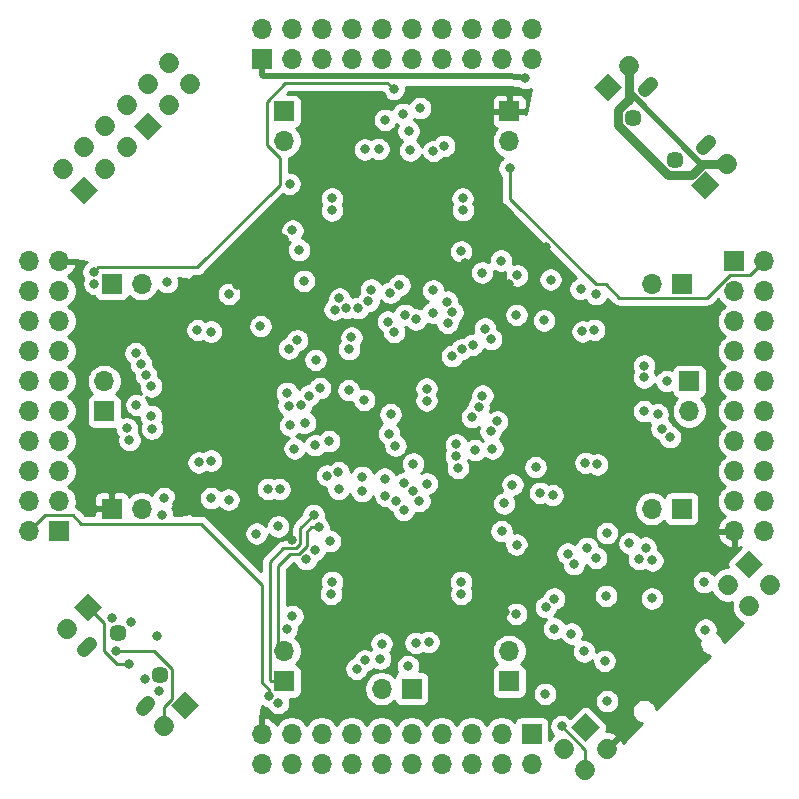
<source format=gbr>
G04 #@! TF.GenerationSoftware,KiCad,Pcbnew,5.1.5-52549c5~86~ubuntu16.04.1*
G04 #@! TF.CreationDate,2020-04-21T20:00:46+03:00*
G04 #@! TF.ProjectId,FreeEEG32-beta,46726565-4545-4473-9332-2d626574612e,rev?*
G04 #@! TF.SameCoordinates,Original*
G04 #@! TF.FileFunction,Copper,L3,Inr*
G04 #@! TF.FilePolarity,Positive*
%FSLAX46Y46*%
G04 Gerber Fmt 4.6, Leading zero omitted, Abs format (unit mm)*
G04 Created by KiCad (PCBNEW 5.1.5-52549c5~86~ubuntu16.04.1) date 2020-04-21 20:00:46*
%MOMM*%
%LPD*%
G04 APERTURE LIST*
%ADD10C,1.700000*%
%ADD11C,0.100000*%
%ADD12O,1.700000X1.700000*%
%ADD13R,1.700000X1.700000*%
%ADD14C,1.200000*%
%ADD15C,1.450000*%
%ADD16C,0.800000*%
%ADD17C,0.250000*%
%ADD18C,0.500000*%
%ADD19C,0.750000*%
%ADD20C,0.254000*%
G04 APERTURE END LIST*
D10*
X179845000Y-117780000D02*
X179845000Y-117780000D01*
X178048949Y-115983949D02*
X178048949Y-115983949D01*
X181641051Y-115983949D02*
X181641051Y-115983949D01*
G04 #@! TA.AperFunction,ViaPad*
D11*
G36*
X178642918Y-114187898D02*
G01*
X179845000Y-112985816D01*
X181047082Y-114187898D01*
X179845000Y-115389980D01*
X178642918Y-114187898D01*
G37*
G04 #@! TD.AperFunction*
D10*
X165983949Y-131641051D02*
X165983949Y-131641051D01*
X164187898Y-129845000D02*
X164187898Y-129845000D01*
X167780000Y-129845000D02*
X167780000Y-129845000D01*
G04 #@! TA.AperFunction,ViaPad*
D11*
G36*
X164781867Y-128048949D02*
G01*
X165983949Y-126846867D01*
X167186031Y-128048949D01*
X165983949Y-129251031D01*
X164781867Y-128048949D01*
G37*
G04 #@! TD.AperFunction*
D10*
X130732102Y-71751846D02*
X130732102Y-71751846D01*
X132528153Y-73547898D02*
X132528153Y-73547898D01*
X128936051Y-73547898D02*
X128936051Y-73547898D01*
X130732102Y-75343949D02*
X130732102Y-75343949D01*
X127140000Y-75343949D02*
X127140000Y-75343949D01*
G04 #@! TA.AperFunction,ViaPad*
D11*
G36*
X130138133Y-77140000D02*
G01*
X128936051Y-78342082D01*
X127733969Y-77140000D01*
X128936051Y-75937918D01*
X130138133Y-77140000D01*
G37*
G04 #@! TD.AperFunction*
D10*
X125343949Y-77140000D02*
X125343949Y-77140000D01*
X127140000Y-78936052D02*
X127140000Y-78936052D01*
X123547898Y-78936052D02*
X123547898Y-78936052D01*
X125343949Y-80732103D02*
X125343949Y-80732103D01*
X121751847Y-80732103D02*
X121751847Y-80732103D01*
G04 #@! TA.AperFunction,ViaPad*
D11*
G36*
X124749980Y-82528154D02*
G01*
X123547898Y-83730236D01*
X122345816Y-82528154D01*
X123547898Y-81326072D01*
X124749980Y-82528154D01*
G37*
G04 #@! TD.AperFunction*
D10*
X130315000Y-127940000D02*
X130315000Y-127940000D01*
G04 #@! TA.AperFunction,ViaPad*
D11*
G36*
X132111051Y-124941867D02*
G01*
X133313133Y-126143949D01*
X132111051Y-127346031D01*
X130908969Y-126143949D01*
X132111051Y-124941867D01*
G37*
G04 #@! TD.AperFunction*
D10*
X122060000Y-119685000D02*
X122060000Y-119685000D01*
G04 #@! TA.AperFunction,ViaPad*
D11*
G36*
X123856051Y-116686867D02*
G01*
X125058133Y-117888949D01*
X123856051Y-119091031D01*
X122653969Y-117888949D01*
X123856051Y-116686867D01*
G37*
G04 #@! TD.AperFunction*
D10*
X177940000Y-80315000D02*
X177940000Y-80315000D01*
G04 #@! TA.AperFunction,ViaPad*
D11*
G36*
X176143949Y-83313133D02*
G01*
X174941867Y-82111051D01*
X176143949Y-80908969D01*
X177346031Y-82111051D01*
X176143949Y-83313133D01*
G37*
G04 #@! TD.AperFunction*
D10*
X169685000Y-72060000D02*
X169685000Y-72060000D01*
G04 #@! TA.AperFunction,ViaPad*
D11*
G36*
X167888949Y-75058133D02*
G01*
X166686867Y-73856051D01*
X167888949Y-72653969D01*
X169091031Y-73856051D01*
X167888949Y-75058133D01*
G37*
G04 #@! TD.AperFunction*
D12*
X128410000Y-90475000D03*
D13*
X125870000Y-90475000D03*
D12*
X159525000Y-121590000D03*
D13*
X159525000Y-124130000D03*
D12*
X171590000Y-109525000D03*
D13*
X174130000Y-109525000D03*
D12*
X171590000Y-90475000D03*
D13*
X174130000Y-90475000D03*
D14*
X123542595Y-121507658D02*
X124037569Y-121012684D01*
X128987316Y-125962431D02*
X128492342Y-126457405D01*
D15*
X126406377Y-120058089D03*
X129941911Y-123593623D03*
D14*
X171012684Y-74056313D02*
X171507658Y-73561339D01*
X176457405Y-78511086D02*
X175962431Y-79006060D01*
D15*
X170058089Y-76425121D03*
X173593623Y-79960655D03*
D13*
X178575000Y-88570000D03*
D12*
X181115000Y-88570000D03*
X178575000Y-91110000D03*
X181115000Y-91110000D03*
X178575000Y-93650000D03*
X181115000Y-93650000D03*
X178575000Y-96190000D03*
X181115000Y-96190000D03*
X178575000Y-98730000D03*
X181115000Y-98730000D03*
X178575000Y-101270000D03*
X181115000Y-101270000D03*
X178575000Y-103810000D03*
X181115000Y-103810000D03*
X178575000Y-106350000D03*
X181115000Y-106350000D03*
X178575000Y-108890000D03*
X181115000Y-108890000D03*
X178575000Y-111430000D03*
X181115000Y-111430000D03*
X138570000Y-131115000D03*
X138570000Y-128575000D03*
X141110000Y-131115000D03*
X141110000Y-128575000D03*
X143650000Y-131115000D03*
X143650000Y-128575000D03*
X146190000Y-131115000D03*
X146190000Y-128575000D03*
X148730000Y-131115000D03*
X148730000Y-128575000D03*
X151270000Y-131115000D03*
X151270000Y-128575000D03*
X153810000Y-131115000D03*
X153810000Y-128575000D03*
X156350000Y-131115000D03*
X156350000Y-128575000D03*
X158890000Y-131115000D03*
X158890000Y-128575000D03*
X161430000Y-131115000D03*
D13*
X161430000Y-128575000D03*
X121425000Y-111430000D03*
D12*
X118885000Y-111430000D03*
X121425000Y-108890000D03*
X118885000Y-108890000D03*
X121425000Y-106350000D03*
X118885000Y-106350000D03*
X121425000Y-103810000D03*
X118885000Y-103810000D03*
X121425000Y-101270000D03*
X118885000Y-101270000D03*
X121425000Y-98730000D03*
X118885000Y-98730000D03*
X121425000Y-96190000D03*
X118885000Y-96190000D03*
X121425000Y-93650000D03*
X118885000Y-93650000D03*
X121425000Y-91110000D03*
X118885000Y-91110000D03*
X121425000Y-88570000D03*
X118885000Y-88570000D03*
X161430000Y-68885000D03*
X161430000Y-71425000D03*
X158890000Y-68885000D03*
X158890000Y-71425000D03*
X156350000Y-68885000D03*
X156350000Y-71425000D03*
X153810000Y-68885000D03*
X153810000Y-71425000D03*
X151270000Y-68885000D03*
X151270000Y-71425000D03*
X148730000Y-68885000D03*
X148730000Y-71425000D03*
X146190000Y-68885000D03*
X146190000Y-71425000D03*
X143650000Y-68885000D03*
X143650000Y-71425000D03*
X141110000Y-68885000D03*
X141110000Y-71425000D03*
X138570000Y-68885000D03*
D13*
X138570000Y-71425000D03*
X140475000Y-124130000D03*
D12*
X140475000Y-121590000D03*
X128410000Y-109525000D03*
D13*
X125870000Y-109525000D03*
D12*
X159525000Y-78410000D03*
D13*
X159525000Y-75870000D03*
X140475000Y-75870000D03*
D12*
X140475000Y-78410000D03*
D13*
X151270000Y-124765000D03*
D12*
X148730000Y-124765000D03*
X125235000Y-98730000D03*
D13*
X125235000Y-101270000D03*
X174765000Y-98730000D03*
D12*
X174765000Y-101270000D03*
D16*
X173145648Y-103467570D03*
X172447055Y-102752049D03*
X170951758Y-98413305D03*
X146608676Y-123076324D03*
X147315784Y-122369216D03*
X151606504Y-120884463D03*
X127899522Y-96358694D03*
X128349270Y-97251851D03*
X129213691Y-101652583D03*
X154017993Y-78810655D03*
X153111499Y-79232878D03*
X148476000Y-79070400D03*
X138139364Y-111634364D03*
X140100266Y-107867734D03*
X143057880Y-113040160D03*
X139981310Y-111016559D03*
X142341600Y-113794540D03*
X150230253Y-90594112D03*
X148730000Y-120955000D03*
X170955000Y-101270000D03*
X140708065Y-99716509D03*
X149956811Y-108857101D03*
X151145941Y-79184400D03*
X151145941Y-79184400D03*
X159113481Y-109078127D03*
X156936535Y-100930138D03*
X129222800Y-99159260D03*
X157262981Y-99953179D03*
X155602986Y-84243930D03*
X144515465Y-84267285D03*
X155461000Y-115715000D03*
X144539000Y-115715000D03*
X165732712Y-94515459D03*
X134285000Y-94539000D03*
X134285000Y-105461000D03*
X150547000Y-76103095D03*
X165993871Y-105649322D03*
X155585977Y-83244073D03*
X144528898Y-83252738D03*
X155477258Y-116744469D03*
X144451125Y-116740316D03*
X166736815Y-94375417D03*
X133140429Y-94394151D03*
X133243872Y-105604881D03*
X170961944Y-97413355D03*
X148603000Y-122225000D03*
X172098000Y-101524000D03*
X172860000Y-98730000D03*
X149025000Y-76595000D03*
X150975000Y-122860000D03*
X163044473Y-90130527D03*
X151997001Y-75604998D03*
X147307641Y-79107419D03*
X151016215Y-77542892D03*
X152705036Y-120814200D03*
X166986598Y-105769723D03*
X128775760Y-98204220D03*
X129271060Y-102750000D03*
X127975660Y-100725000D03*
X150599946Y-109638757D03*
X140856000Y-100798999D03*
X149466048Y-91239089D03*
X160160000Y-112573000D03*
X160214210Y-89764408D03*
X163970000Y-127940000D03*
X167831900Y-125810098D03*
X134760000Y-100000000D03*
X150000000Y-84760000D03*
X165240000Y-100000000D03*
X150000000Y-115240000D03*
X159525000Y-90488972D03*
X140475000Y-86665000D03*
X173495000Y-121590000D03*
X159144000Y-118288000D03*
X152686149Y-78131841D03*
X148984000Y-82601000D03*
X151120000Y-117145000D03*
X155752025Y-88691718D03*
X162621847Y-87392125D03*
X148806200Y-74600000D03*
X152667000Y-82705000D03*
X161201400Y-113208000D03*
X132601000Y-100866000D03*
X132519869Y-97460000D03*
X167272000Y-99007000D03*
X167559266Y-102719125D03*
X147610000Y-117680894D03*
X137975092Y-105914500D03*
X131439542Y-109093000D03*
X141135123Y-112166877D03*
X168415000Y-123495000D03*
X140602000Y-88189000D03*
X150508000Y-97587000D03*
X136449307Y-90572999D03*
X157466105Y-110054834D03*
X167439640Y-97393960D03*
X147221240Y-82705000D03*
X152573020Y-117475200D03*
X132575600Y-102588260D03*
X126278118Y-121556174D03*
X129687620Y-120286980D03*
X127361816Y-122693871D03*
X128668499Y-123959753D03*
X162163440Y-108181232D03*
X161763833Y-106000927D03*
X163208000Y-108382000D03*
X167805981Y-111594000D03*
X166124347Y-112831653D03*
X155188206Y-106065011D03*
X150616130Y-107376304D03*
X130569000Y-90350001D03*
X158117064Y-104434064D03*
X158001000Y-95174000D03*
X143145980Y-96925070D03*
X156393030Y-101778000D03*
X156393030Y-101778000D03*
X157959011Y-102958000D03*
X158521393Y-102131121D03*
X156620849Y-104555151D03*
X155043000Y-105075609D03*
X155043000Y-104075606D03*
X157482767Y-94285000D03*
X145079737Y-106429633D03*
X145096000Y-107871520D03*
X147079001Y-108036728D03*
X147079001Y-106832400D03*
X148984000Y-106985000D03*
X149050261Y-108435001D03*
X151397000Y-108001000D03*
X151927248Y-108867752D03*
X152563058Y-107403000D03*
X151397000Y-105715000D03*
X138467564Y-94074990D03*
X140868430Y-95962205D03*
X141350036Y-104427995D03*
X144285000Y-103810000D03*
X143097435Y-104149011D03*
X141909000Y-100740854D03*
X149891130Y-104191000D03*
X149492000Y-101524000D03*
X142253000Y-102249000D03*
X140983000Y-102475000D03*
X142585512Y-99947158D03*
X143509989Y-99317163D03*
X154313236Y-93787349D03*
X154731397Y-92878974D03*
X153091029Y-91041243D03*
X145165225Y-91726780D03*
X144758181Y-92670386D03*
X153076486Y-92925791D03*
X151626250Y-93491705D03*
X150703436Y-93106456D03*
X147841000Y-90983000D03*
X147619801Y-91958229D03*
X146749418Y-92544000D03*
X145749433Y-92538386D03*
X165875000Y-121601770D03*
X152540000Y-99365000D03*
X145936000Y-99492000D03*
X135776000Y-108763000D03*
X157239000Y-89535200D03*
X158841160Y-88521160D03*
X147264415Y-100316121D03*
X152540000Y-100365003D03*
X139099426Y-107843269D03*
X176153812Y-119752918D03*
X160133952Y-118429421D03*
X163335000Y-119685000D03*
X163335000Y-117145000D03*
X162627892Y-117870000D03*
X141182108Y-85957892D03*
X158890000Y-111430000D03*
X144121000Y-106713931D03*
X171618291Y-117116709D03*
X167604054Y-122400946D03*
X159813492Y-107493000D03*
X134289564Y-108625070D03*
X135798473Y-91332221D03*
X142144999Y-90239999D03*
X154266177Y-91993778D03*
X141745000Y-87625120D03*
X167734003Y-116911597D03*
X160151640Y-93104447D03*
X164808200Y-120091400D03*
X145988330Y-96008480D03*
X149255369Y-93679843D03*
X149796866Y-94552443D03*
X169685000Y-74979040D03*
X146180035Y-95027026D03*
X129865420Y-124960580D03*
X127493027Y-119136720D03*
X125943660Y-118811240D03*
X139980180Y-125973881D03*
X160903920Y-73037700D03*
X124419998Y-90480568D03*
X140944600Y-82016600D03*
X165576583Y-90924922D03*
X130315000Y-108625070D03*
X141174312Y-118615618D03*
X162576291Y-125192571D03*
X127371169Y-103712500D03*
X127371169Y-103712500D03*
X155461000Y-87735000D03*
X141586034Y-95265751D03*
X144345727Y-112265000D03*
X166891000Y-113695998D03*
X169705990Y-112446000D03*
X164999627Y-114210373D03*
X171082000Y-112827000D03*
X166891000Y-91364000D03*
X162483113Y-93574948D03*
X171663511Y-113896489D03*
X154699000Y-96608000D03*
X170515858Y-113774142D03*
X155512375Y-96026256D03*
X156437306Y-95646118D03*
X164478000Y-113335000D03*
X140699271Y-119685000D03*
X176035000Y-115748000D03*
X130153184Y-110054244D03*
X127155240Y-102722880D03*
X142978145Y-110054776D03*
X143399688Y-111112732D03*
X149365000Y-103175000D03*
X139167852Y-125368610D03*
X124349367Y-89483063D03*
X159575078Y-80701080D03*
X149750000Y-74000560D03*
D17*
X165983949Y-129953949D02*
X165983949Y-131641051D01*
X163970000Y-127940000D02*
X165983949Y-129953949D01*
X130315000Y-126737919D02*
X130315000Y-127940000D01*
X130315000Y-126278282D02*
X130315000Y-126737919D01*
X130991912Y-123089622D02*
X130991912Y-125601370D01*
X129458464Y-121556174D02*
X130991912Y-123089622D01*
X130991912Y-125601370D02*
X130315000Y-126278282D01*
X126278118Y-121556174D02*
X129458464Y-121556174D01*
X127361816Y-122693871D02*
X126342813Y-122693871D01*
X123856051Y-117888949D02*
X125201980Y-119234878D01*
X125201980Y-121553038D02*
X126342813Y-122693871D01*
X125201980Y-119234878D02*
X125201980Y-121553038D01*
D18*
X176628970Y-80423949D02*
X177831051Y-80423949D01*
X175895380Y-80423949D02*
X176628970Y-80423949D01*
X169576051Y-74104620D02*
X175895380Y-80423949D01*
X169576051Y-72168949D02*
X169576051Y-74104620D01*
D19*
X175924730Y-80315000D02*
X176737919Y-80315000D01*
X174979074Y-81260656D02*
X175924730Y-80315000D01*
X172969622Y-81260656D02*
X174979074Y-81260656D01*
X168758088Y-77049122D02*
X172969622Y-81260656D01*
X176737919Y-80315000D02*
X177940000Y-80315000D01*
X168758088Y-75801120D02*
X168758088Y-77049122D01*
X169685000Y-74874208D02*
X168758088Y-75801120D01*
X169685000Y-72060000D02*
X169685000Y-74874208D01*
D18*
X138570000Y-72775000D02*
X138570000Y-71425000D01*
X138698080Y-72903080D02*
X138570000Y-72775000D01*
X159494220Y-72903080D02*
X138698080Y-72903080D01*
X160903920Y-73037700D02*
X159494220Y-72903080D01*
D17*
X139299999Y-114002001D02*
X139299999Y-124054999D01*
X140410122Y-112891878D02*
X139299999Y-114002001D01*
X142978145Y-110054776D02*
X141860124Y-111172797D01*
X141860124Y-111172797D02*
X141860124Y-112514878D01*
X139375000Y-124130000D02*
X140475000Y-124130000D01*
X141483124Y-112891878D02*
X140410122Y-112891878D01*
X139299999Y-124054999D02*
X139375000Y-124130000D01*
X141860124Y-112514878D02*
X141483124Y-112891878D01*
X139974271Y-114343729D02*
X139974271Y-121089271D01*
X140976112Y-113341888D02*
X139974271Y-114343729D01*
X139974271Y-121089271D02*
X140475000Y-121590000D01*
X143399688Y-111112732D02*
X142754402Y-111112732D01*
X142380000Y-111487134D02*
X142380000Y-112698105D01*
X141736217Y-113341888D02*
X140976112Y-113341888D01*
X142754402Y-111112732D02*
X142380000Y-111487134D01*
X142380000Y-112698105D02*
X141736217Y-113341888D01*
X119734999Y-110580001D02*
X118885000Y-111430000D01*
X133423445Y-110779245D02*
X123321865Y-110779245D01*
X139167852Y-125368610D02*
X139167852Y-124802925D01*
X123321865Y-110779245D02*
X122607621Y-110065001D01*
X139167852Y-124802925D02*
X138643660Y-124278733D01*
X122607621Y-110065001D02*
X120249999Y-110065001D01*
X138643660Y-124278733D02*
X138643660Y-115999460D01*
X120249999Y-110065001D02*
X119734999Y-110580001D01*
X138643660Y-115999460D02*
X133423445Y-110779245D01*
X176295997Y-91650001D02*
X178200997Y-89745001D01*
X168825461Y-91650001D02*
X176295997Y-91650001D01*
X178200997Y-89745001D02*
X179939999Y-89745001D01*
X159575078Y-80701080D02*
X159575078Y-83272354D01*
X159575078Y-83272354D02*
X166843764Y-90541040D01*
X166843764Y-90541040D02*
X167716500Y-90541040D01*
X179939999Y-89745001D02*
X181115000Y-88570000D01*
X167716500Y-90541040D02*
X168825461Y-91650001D01*
X124749366Y-89083064D02*
X124349367Y-89483063D01*
X133139464Y-89083064D02*
X124749366Y-89083064D01*
X140142260Y-82080268D02*
X133139464Y-89083064D01*
X140142260Y-79847640D02*
X140142260Y-82080268D01*
X149750000Y-74000560D02*
X149227530Y-73478090D01*
X149227530Y-73478090D02*
X140581908Y-73478090D01*
X140581908Y-73478090D02*
X139006880Y-75053118D01*
X139006880Y-78712260D02*
X140142260Y-79847640D01*
X139006880Y-75053118D02*
X139006880Y-78712260D01*
D20*
G36*
X160282708Y-73867403D02*
G01*
X160413664Y-73954905D01*
X160602022Y-74032926D01*
X160801981Y-74072700D01*
X161005859Y-74072700D01*
X161205818Y-74032926D01*
X161386879Y-73957928D01*
X160998838Y-76144588D01*
X160851250Y-75997000D01*
X159652000Y-75997000D01*
X159652000Y-76017000D01*
X159398000Y-76017000D01*
X159398000Y-75997000D01*
X158198750Y-75997000D01*
X158040000Y-76155750D01*
X158036928Y-76720000D01*
X158049188Y-76844482D01*
X158085498Y-76964180D01*
X158144463Y-77074494D01*
X158223815Y-77171185D01*
X158320506Y-77250537D01*
X158430820Y-77309502D01*
X158503380Y-77331513D01*
X158371525Y-77463368D01*
X158209010Y-77706589D01*
X158097068Y-77976842D01*
X158040000Y-78263740D01*
X158040000Y-78556260D01*
X158097068Y-78843158D01*
X158209010Y-79113411D01*
X158371525Y-79356632D01*
X158578368Y-79563475D01*
X158821589Y-79725990D01*
X159037566Y-79815450D01*
X158915304Y-79897143D01*
X158771141Y-80041306D01*
X158657873Y-80210824D01*
X158579852Y-80399182D01*
X158540078Y-80599141D01*
X158540078Y-80803019D01*
X158579852Y-81002978D01*
X158657873Y-81191336D01*
X158771141Y-81360854D01*
X158815078Y-81404791D01*
X158815079Y-83235022D01*
X158811402Y-83272354D01*
X158826076Y-83421339D01*
X158869532Y-83564600D01*
X158940104Y-83696630D01*
X158995655Y-83764318D01*
X159035078Y-83812355D01*
X159064076Y-83836153D01*
X165191906Y-89963984D01*
X165086327Y-90007717D01*
X164916809Y-90120985D01*
X164772646Y-90265148D01*
X164659378Y-90434666D01*
X164581357Y-90623024D01*
X164541583Y-90822983D01*
X164541583Y-91026861D01*
X164581357Y-91226820D01*
X164659378Y-91415178D01*
X164772646Y-91584696D01*
X164916809Y-91728859D01*
X165086327Y-91842127D01*
X165274685Y-91920148D01*
X165474644Y-91959922D01*
X165678522Y-91959922D01*
X165878481Y-91920148D01*
X165987617Y-91874942D01*
X166087063Y-92023774D01*
X166231226Y-92167937D01*
X166400744Y-92281205D01*
X166589102Y-92359226D01*
X166789061Y-92399000D01*
X166992939Y-92399000D01*
X167192898Y-92359226D01*
X167381256Y-92281205D01*
X167550774Y-92167937D01*
X167694937Y-92023774D01*
X167808205Y-91854256D01*
X167851175Y-91750517D01*
X168261662Y-92161004D01*
X168285460Y-92190002D01*
X168401185Y-92284975D01*
X168533214Y-92355547D01*
X168676475Y-92399004D01*
X168788128Y-92410001D01*
X168788136Y-92410001D01*
X168825461Y-92413677D01*
X168862786Y-92410001D01*
X176258675Y-92410001D01*
X176295997Y-92413677D01*
X176333319Y-92410001D01*
X176333330Y-92410001D01*
X176444983Y-92399004D01*
X176588244Y-92355547D01*
X176720273Y-92284975D01*
X176835998Y-92190002D01*
X176859801Y-92160998D01*
X177243890Y-91776909D01*
X177259010Y-91813411D01*
X177421525Y-92056632D01*
X177628368Y-92263475D01*
X177802760Y-92380000D01*
X177628368Y-92496525D01*
X177421525Y-92703368D01*
X177259010Y-92946589D01*
X177147068Y-93216842D01*
X177090000Y-93503740D01*
X177090000Y-93796260D01*
X177147068Y-94083158D01*
X177259010Y-94353411D01*
X177421525Y-94596632D01*
X177628368Y-94803475D01*
X177802760Y-94920000D01*
X177628368Y-95036525D01*
X177421525Y-95243368D01*
X177259010Y-95486589D01*
X177147068Y-95756842D01*
X177090000Y-96043740D01*
X177090000Y-96336260D01*
X177147068Y-96623158D01*
X177259010Y-96893411D01*
X177421525Y-97136632D01*
X177628368Y-97343475D01*
X177802760Y-97460000D01*
X177628368Y-97576525D01*
X177421525Y-97783368D01*
X177259010Y-98026589D01*
X177147068Y-98296842D01*
X177090000Y-98583740D01*
X177090000Y-98876260D01*
X177147068Y-99163158D01*
X177259010Y-99433411D01*
X177421525Y-99676632D01*
X177628368Y-99883475D01*
X177802760Y-100000000D01*
X177628368Y-100116525D01*
X177421525Y-100323368D01*
X177259010Y-100566589D01*
X177147068Y-100836842D01*
X177090000Y-101123740D01*
X177090000Y-101416260D01*
X177147068Y-101703158D01*
X177259010Y-101973411D01*
X177421525Y-102216632D01*
X177628368Y-102423475D01*
X177802760Y-102540000D01*
X177628368Y-102656525D01*
X177421525Y-102863368D01*
X177259010Y-103106589D01*
X177147068Y-103376842D01*
X177090000Y-103663740D01*
X177090000Y-103956260D01*
X177147068Y-104243158D01*
X177259010Y-104513411D01*
X177421525Y-104756632D01*
X177628368Y-104963475D01*
X177802760Y-105080000D01*
X177628368Y-105196525D01*
X177421525Y-105403368D01*
X177259010Y-105646589D01*
X177147068Y-105916842D01*
X177090000Y-106203740D01*
X177090000Y-106496260D01*
X177147068Y-106783158D01*
X177259010Y-107053411D01*
X177421525Y-107296632D01*
X177628368Y-107503475D01*
X177802760Y-107620000D01*
X177628368Y-107736525D01*
X177421525Y-107943368D01*
X177259010Y-108186589D01*
X177147068Y-108456842D01*
X177090000Y-108743740D01*
X177090000Y-109036260D01*
X177147068Y-109323158D01*
X177259010Y-109593411D01*
X177421525Y-109836632D01*
X177628368Y-110043475D01*
X177810534Y-110165195D01*
X177693645Y-110234822D01*
X177477412Y-110429731D01*
X177303359Y-110663080D01*
X177178175Y-110925901D01*
X177133524Y-111073110D01*
X177254845Y-111303000D01*
X178448000Y-111303000D01*
X178448000Y-111283000D01*
X178702000Y-111283000D01*
X178702000Y-111303000D01*
X178722000Y-111303000D01*
X178722000Y-111557000D01*
X178702000Y-111557000D01*
X178702000Y-112750814D01*
X178931891Y-112871481D01*
X179125723Y-112802723D01*
X178191733Y-113736713D01*
X178112381Y-113833404D01*
X178053416Y-113943718D01*
X178017106Y-114063416D01*
X178004846Y-114187898D01*
X178017106Y-114312380D01*
X178053416Y-114432078D01*
X178089160Y-114498949D01*
X177902689Y-114498949D01*
X177615791Y-114556017D01*
X177345538Y-114667959D01*
X177102317Y-114830474D01*
X176895474Y-115037317D01*
X176850197Y-115105078D01*
X176838937Y-115088226D01*
X176694774Y-114944063D01*
X176525256Y-114830795D01*
X176336898Y-114752774D01*
X176136939Y-114713000D01*
X175933061Y-114713000D01*
X175733102Y-114752774D01*
X175544744Y-114830795D01*
X175375226Y-114944063D01*
X175231063Y-115088226D01*
X175117795Y-115257744D01*
X175039774Y-115446102D01*
X175000000Y-115646061D01*
X175000000Y-115849939D01*
X175039774Y-116049898D01*
X175117795Y-116238256D01*
X175231063Y-116407774D01*
X175375226Y-116551937D01*
X175544744Y-116665205D01*
X175733102Y-116743226D01*
X175933061Y-116783000D01*
X176136939Y-116783000D01*
X176336898Y-116743226D01*
X176525256Y-116665205D01*
X176680747Y-116561309D01*
X176732959Y-116687360D01*
X176895474Y-116930581D01*
X177102317Y-117137424D01*
X177345538Y-117299939D01*
X177615791Y-117411881D01*
X177902689Y-117468949D01*
X178195209Y-117468949D01*
X178400918Y-117428031D01*
X178360000Y-117633740D01*
X178360000Y-117926260D01*
X178417068Y-118213158D01*
X178529010Y-118483411D01*
X178691525Y-118726632D01*
X178898368Y-118933475D01*
X179141589Y-119095990D01*
X179324256Y-119171653D01*
X177694688Y-120801220D01*
X177665226Y-120653102D01*
X177587205Y-120464744D01*
X177473937Y-120295226D01*
X177329774Y-120151063D01*
X177160256Y-120037795D01*
X177153020Y-120034798D01*
X177188812Y-119854857D01*
X177188812Y-119650979D01*
X177149038Y-119451020D01*
X177071017Y-119262662D01*
X176957749Y-119093144D01*
X176813586Y-118948981D01*
X176644068Y-118835713D01*
X176455710Y-118757692D01*
X176255751Y-118717918D01*
X176051873Y-118717918D01*
X175851914Y-118757692D01*
X175663556Y-118835713D01*
X175494038Y-118948981D01*
X175349875Y-119093144D01*
X175236607Y-119262662D01*
X175158586Y-119451020D01*
X175118812Y-119650979D01*
X175118812Y-119854857D01*
X175158586Y-120054816D01*
X175236607Y-120243174D01*
X175349875Y-120412692D01*
X175494038Y-120556855D01*
X175663556Y-120670123D01*
X175670792Y-120673120D01*
X175635000Y-120853061D01*
X175635000Y-121056939D01*
X175674774Y-121256898D01*
X175752795Y-121445256D01*
X175866063Y-121614774D01*
X176010226Y-121758937D01*
X176179744Y-121872205D01*
X176368102Y-121950226D01*
X176516220Y-121979688D01*
X171979688Y-126516220D01*
X171950226Y-126368102D01*
X171872205Y-126179744D01*
X171758937Y-126010226D01*
X171614774Y-125866063D01*
X171445256Y-125752795D01*
X171256898Y-125674774D01*
X171056939Y-125635000D01*
X170853061Y-125635000D01*
X170653102Y-125674774D01*
X170464744Y-125752795D01*
X170295226Y-125866063D01*
X170151063Y-126010226D01*
X170037795Y-126179744D01*
X169959774Y-126368102D01*
X169920000Y-126568061D01*
X169920000Y-126771939D01*
X169959774Y-126971898D01*
X170037795Y-127160256D01*
X170151063Y-127329774D01*
X170295226Y-127473937D01*
X170464744Y-127587205D01*
X170653102Y-127665226D01*
X170801220Y-127694688D01*
X169169786Y-129326122D01*
X169051641Y-129078079D01*
X168803759Y-129000846D01*
X167959605Y-129845000D01*
X167973748Y-129859143D01*
X167794143Y-130038748D01*
X167780000Y-130024605D01*
X167765858Y-130038748D01*
X167586253Y-129859143D01*
X167600395Y-129845000D01*
X167586253Y-129830858D01*
X167765858Y-129651253D01*
X167780000Y-129665395D01*
X168624154Y-128821241D01*
X168546921Y-128573359D01*
X168284100Y-128448175D01*
X168001906Y-128376669D01*
X167738190Y-128362992D01*
X167775533Y-128293129D01*
X167811843Y-128173431D01*
X167824103Y-128048949D01*
X167811843Y-127924467D01*
X167775533Y-127804769D01*
X167716568Y-127694455D01*
X167637216Y-127597764D01*
X166435134Y-126395682D01*
X166338443Y-126316330D01*
X166228129Y-126257365D01*
X166108431Y-126221055D01*
X165983949Y-126208795D01*
X165859467Y-126221055D01*
X165739769Y-126257365D01*
X165629455Y-126316330D01*
X165532764Y-126395682D01*
X164711079Y-127217368D01*
X164629774Y-127136063D01*
X164460256Y-127022795D01*
X164271898Y-126944774D01*
X164071939Y-126905000D01*
X163868061Y-126905000D01*
X163668102Y-126944774D01*
X163479744Y-127022795D01*
X163310226Y-127136063D01*
X163166063Y-127280226D01*
X163052795Y-127449744D01*
X162974774Y-127638102D01*
X162935000Y-127838061D01*
X162935000Y-128041939D01*
X162974774Y-128241898D01*
X163052795Y-128430256D01*
X163166063Y-128599774D01*
X163251186Y-128684897D01*
X163241266Y-128691525D01*
X163034423Y-128898368D01*
X162918072Y-129072500D01*
X162918072Y-127725000D01*
X162905812Y-127600518D01*
X162869502Y-127480820D01*
X162810537Y-127370506D01*
X162731185Y-127273815D01*
X162634494Y-127194463D01*
X162524180Y-127135498D01*
X162404482Y-127099188D01*
X162280000Y-127086928D01*
X160580000Y-127086928D01*
X160455518Y-127099188D01*
X160335820Y-127135498D01*
X160225506Y-127194463D01*
X160128815Y-127273815D01*
X160049463Y-127370506D01*
X159990498Y-127480820D01*
X159968487Y-127553380D01*
X159836632Y-127421525D01*
X159593411Y-127259010D01*
X159323158Y-127147068D01*
X159036260Y-127090000D01*
X158743740Y-127090000D01*
X158456842Y-127147068D01*
X158186589Y-127259010D01*
X157943368Y-127421525D01*
X157736525Y-127628368D01*
X157620000Y-127802760D01*
X157503475Y-127628368D01*
X157296632Y-127421525D01*
X157053411Y-127259010D01*
X156783158Y-127147068D01*
X156496260Y-127090000D01*
X156203740Y-127090000D01*
X155916842Y-127147068D01*
X155646589Y-127259010D01*
X155403368Y-127421525D01*
X155196525Y-127628368D01*
X155080000Y-127802760D01*
X154963475Y-127628368D01*
X154756632Y-127421525D01*
X154513411Y-127259010D01*
X154243158Y-127147068D01*
X153956260Y-127090000D01*
X153663740Y-127090000D01*
X153376842Y-127147068D01*
X153106589Y-127259010D01*
X152863368Y-127421525D01*
X152656525Y-127628368D01*
X152540000Y-127802760D01*
X152423475Y-127628368D01*
X152216632Y-127421525D01*
X151973411Y-127259010D01*
X151703158Y-127147068D01*
X151416260Y-127090000D01*
X151123740Y-127090000D01*
X150836842Y-127147068D01*
X150566589Y-127259010D01*
X150323368Y-127421525D01*
X150116525Y-127628368D01*
X150000000Y-127802760D01*
X149883475Y-127628368D01*
X149676632Y-127421525D01*
X149433411Y-127259010D01*
X149163158Y-127147068D01*
X148876260Y-127090000D01*
X148583740Y-127090000D01*
X148296842Y-127147068D01*
X148026589Y-127259010D01*
X147783368Y-127421525D01*
X147576525Y-127628368D01*
X147460000Y-127802760D01*
X147343475Y-127628368D01*
X147136632Y-127421525D01*
X146893411Y-127259010D01*
X146623158Y-127147068D01*
X146336260Y-127090000D01*
X146043740Y-127090000D01*
X145756842Y-127147068D01*
X145486589Y-127259010D01*
X145243368Y-127421525D01*
X145036525Y-127628368D01*
X144920000Y-127802760D01*
X144803475Y-127628368D01*
X144596632Y-127421525D01*
X144353411Y-127259010D01*
X144083158Y-127147068D01*
X143796260Y-127090000D01*
X143503740Y-127090000D01*
X143216842Y-127147068D01*
X142946589Y-127259010D01*
X142703368Y-127421525D01*
X142496525Y-127628368D01*
X142380000Y-127802760D01*
X142263475Y-127628368D01*
X142056632Y-127421525D01*
X141813411Y-127259010D01*
X141543158Y-127147068D01*
X141256260Y-127090000D01*
X140963740Y-127090000D01*
X140676842Y-127147068D01*
X140406589Y-127259010D01*
X140163368Y-127421525D01*
X139956525Y-127628368D01*
X139834805Y-127810534D01*
X139765178Y-127693645D01*
X139570269Y-127477412D01*
X139336920Y-127303359D01*
X139074099Y-127178175D01*
X138926890Y-127133524D01*
X138697000Y-127254845D01*
X138697000Y-128448000D01*
X138717000Y-128448000D01*
X138717000Y-128702000D01*
X138697000Y-128702000D01*
X138697000Y-128722000D01*
X138443000Y-128722000D01*
X138443000Y-128702000D01*
X138423000Y-128702000D01*
X138423000Y-128448000D01*
X138443000Y-128448000D01*
X138443000Y-127254845D01*
X138431293Y-127248667D01*
X138607159Y-126238750D01*
X138677596Y-126285815D01*
X138865954Y-126363836D01*
X139035389Y-126397538D01*
X139062975Y-126464137D01*
X139176243Y-126633655D01*
X139320406Y-126777818D01*
X139489924Y-126891086D01*
X139678282Y-126969107D01*
X139878241Y-127008881D01*
X140082119Y-127008881D01*
X140282078Y-126969107D01*
X140470436Y-126891086D01*
X140639954Y-126777818D01*
X140784117Y-126633655D01*
X140897385Y-126464137D01*
X140975406Y-126275779D01*
X141015180Y-126075820D01*
X141015180Y-125871942D01*
X140975406Y-125671983D01*
X140953075Y-125618072D01*
X141325000Y-125618072D01*
X141449482Y-125605812D01*
X141569180Y-125569502D01*
X141679494Y-125510537D01*
X141776185Y-125431185D01*
X141855537Y-125334494D01*
X141914502Y-125224180D01*
X141950812Y-125104482D01*
X141963072Y-124980000D01*
X141963072Y-124618740D01*
X147245000Y-124618740D01*
X147245000Y-124911260D01*
X147302068Y-125198158D01*
X147414010Y-125468411D01*
X147576525Y-125711632D01*
X147783368Y-125918475D01*
X148026589Y-126080990D01*
X148296842Y-126192932D01*
X148583740Y-126250000D01*
X148876260Y-126250000D01*
X149163158Y-126192932D01*
X149433411Y-126080990D01*
X149676632Y-125918475D01*
X149808487Y-125786620D01*
X149830498Y-125859180D01*
X149889463Y-125969494D01*
X149968815Y-126066185D01*
X150065506Y-126145537D01*
X150175820Y-126204502D01*
X150295518Y-126240812D01*
X150420000Y-126253072D01*
X152120000Y-126253072D01*
X152244482Y-126240812D01*
X152364180Y-126204502D01*
X152474494Y-126145537D01*
X152571185Y-126066185D01*
X152650537Y-125969494D01*
X152709502Y-125859180D01*
X152745812Y-125739482D01*
X152758072Y-125615000D01*
X152758072Y-123915000D01*
X152745812Y-123790518D01*
X152709502Y-123670820D01*
X152650537Y-123560506D01*
X152571185Y-123463815D01*
X152474494Y-123384463D01*
X152364180Y-123325498D01*
X152244482Y-123289188D01*
X152151192Y-123280000D01*
X158036928Y-123280000D01*
X158036928Y-124980000D01*
X158049188Y-125104482D01*
X158085498Y-125224180D01*
X158144463Y-125334494D01*
X158223815Y-125431185D01*
X158320506Y-125510537D01*
X158430820Y-125569502D01*
X158550518Y-125605812D01*
X158675000Y-125618072D01*
X160375000Y-125618072D01*
X160499482Y-125605812D01*
X160619180Y-125569502D01*
X160729494Y-125510537D01*
X160826185Y-125431185D01*
X160905537Y-125334494D01*
X160964502Y-125224180D01*
X161000812Y-125104482D01*
X161002176Y-125090632D01*
X161541291Y-125090632D01*
X161541291Y-125294510D01*
X161581065Y-125494469D01*
X161659086Y-125682827D01*
X161772354Y-125852345D01*
X161916517Y-125996508D01*
X162086035Y-126109776D01*
X162274393Y-126187797D01*
X162474352Y-126227571D01*
X162678230Y-126227571D01*
X162878189Y-126187797D01*
X163066547Y-126109776D01*
X163236065Y-125996508D01*
X163380228Y-125852345D01*
X163476569Y-125708159D01*
X166796900Y-125708159D01*
X166796900Y-125912037D01*
X166836674Y-126111996D01*
X166914695Y-126300354D01*
X167027963Y-126469872D01*
X167172126Y-126614035D01*
X167341644Y-126727303D01*
X167530002Y-126805324D01*
X167729961Y-126845098D01*
X167933839Y-126845098D01*
X168133798Y-126805324D01*
X168322156Y-126727303D01*
X168491674Y-126614035D01*
X168635837Y-126469872D01*
X168749105Y-126300354D01*
X168827126Y-126111996D01*
X168866900Y-125912037D01*
X168866900Y-125708159D01*
X168827126Y-125508200D01*
X168749105Y-125319842D01*
X168635837Y-125150324D01*
X168491674Y-125006161D01*
X168322156Y-124892893D01*
X168133798Y-124814872D01*
X167933839Y-124775098D01*
X167729961Y-124775098D01*
X167530002Y-124814872D01*
X167341644Y-124892893D01*
X167172126Y-125006161D01*
X167027963Y-125150324D01*
X166914695Y-125319842D01*
X166836674Y-125508200D01*
X166796900Y-125708159D01*
X163476569Y-125708159D01*
X163493496Y-125682827D01*
X163571517Y-125494469D01*
X163611291Y-125294510D01*
X163611291Y-125090632D01*
X163571517Y-124890673D01*
X163493496Y-124702315D01*
X163380228Y-124532797D01*
X163236065Y-124388634D01*
X163066547Y-124275366D01*
X162878189Y-124197345D01*
X162678230Y-124157571D01*
X162474352Y-124157571D01*
X162274393Y-124197345D01*
X162086035Y-124275366D01*
X161916517Y-124388634D01*
X161772354Y-124532797D01*
X161659086Y-124702315D01*
X161581065Y-124890673D01*
X161541291Y-125090632D01*
X161002176Y-125090632D01*
X161013072Y-124980000D01*
X161013072Y-123280000D01*
X161000812Y-123155518D01*
X160964502Y-123035820D01*
X160905537Y-122925506D01*
X160826185Y-122828815D01*
X160729494Y-122749463D01*
X160619180Y-122690498D01*
X160546620Y-122668487D01*
X160678475Y-122536632D01*
X160840990Y-122293411D01*
X160952932Y-122023158D01*
X161010000Y-121736260D01*
X161010000Y-121443740D01*
X160952932Y-121156842D01*
X160840990Y-120886589D01*
X160678475Y-120643368D01*
X160471632Y-120436525D01*
X160228411Y-120274010D01*
X159958158Y-120162068D01*
X159671260Y-120105000D01*
X159378740Y-120105000D01*
X159091842Y-120162068D01*
X158821589Y-120274010D01*
X158578368Y-120436525D01*
X158371525Y-120643368D01*
X158209010Y-120886589D01*
X158097068Y-121156842D01*
X158040000Y-121443740D01*
X158040000Y-121736260D01*
X158097068Y-122023158D01*
X158209010Y-122293411D01*
X158371525Y-122536632D01*
X158503380Y-122668487D01*
X158430820Y-122690498D01*
X158320506Y-122749463D01*
X158223815Y-122828815D01*
X158144463Y-122925506D01*
X158085498Y-123035820D01*
X158049188Y-123155518D01*
X158036928Y-123280000D01*
X152151192Y-123280000D01*
X152120000Y-123276928D01*
X151922579Y-123276928D01*
X151970226Y-123161898D01*
X152010000Y-122961939D01*
X152010000Y-122758061D01*
X151970226Y-122558102D01*
X151892205Y-122369744D01*
X151778937Y-122200226D01*
X151634774Y-122056063D01*
X151465256Y-121942795D01*
X151320573Y-121882865D01*
X151504565Y-121919463D01*
X151708443Y-121919463D01*
X151908402Y-121879689D01*
X152096760Y-121801668D01*
X152208348Y-121727107D01*
X152214780Y-121731405D01*
X152403138Y-121809426D01*
X152603097Y-121849200D01*
X152806975Y-121849200D01*
X153006934Y-121809426D01*
X153195292Y-121731405D01*
X153364810Y-121618137D01*
X153508973Y-121473974D01*
X153622241Y-121304456D01*
X153700262Y-121116098D01*
X153740036Y-120916139D01*
X153740036Y-120712261D01*
X153700262Y-120512302D01*
X153622241Y-120323944D01*
X153508973Y-120154426D01*
X153364810Y-120010263D01*
X153195292Y-119896995D01*
X153006934Y-119818974D01*
X152806975Y-119779200D01*
X152603097Y-119779200D01*
X152403138Y-119818974D01*
X152214780Y-119896995D01*
X152103192Y-119971556D01*
X152096760Y-119967258D01*
X151908402Y-119889237D01*
X151708443Y-119849463D01*
X151504565Y-119849463D01*
X151304606Y-119889237D01*
X151116248Y-119967258D01*
X150946730Y-120080526D01*
X150802567Y-120224689D01*
X150689299Y-120394207D01*
X150611278Y-120582565D01*
X150571504Y-120782524D01*
X150571504Y-120986402D01*
X150611278Y-121186361D01*
X150689299Y-121374719D01*
X150802567Y-121544237D01*
X150946730Y-121688400D01*
X151116248Y-121801668D01*
X151260931Y-121861598D01*
X151076939Y-121825000D01*
X150873061Y-121825000D01*
X150673102Y-121864774D01*
X150484744Y-121942795D01*
X150315226Y-122056063D01*
X150171063Y-122200226D01*
X150057795Y-122369744D01*
X149979774Y-122558102D01*
X149940000Y-122758061D01*
X149940000Y-122961939D01*
X149979774Y-123161898D01*
X150057795Y-123350256D01*
X150076666Y-123378498D01*
X150065506Y-123384463D01*
X149968815Y-123463815D01*
X149889463Y-123560506D01*
X149830498Y-123670820D01*
X149808487Y-123743380D01*
X149676632Y-123611525D01*
X149433411Y-123449010D01*
X149163158Y-123337068D01*
X148876260Y-123280000D01*
X148583740Y-123280000D01*
X148296842Y-123337068D01*
X148026589Y-123449010D01*
X147783368Y-123611525D01*
X147576525Y-123818368D01*
X147414010Y-124061589D01*
X147302068Y-124331842D01*
X147245000Y-124618740D01*
X141963072Y-124618740D01*
X141963072Y-123280000D01*
X141950812Y-123155518D01*
X141914502Y-123035820D01*
X141881664Y-122974385D01*
X145573676Y-122974385D01*
X145573676Y-123178263D01*
X145613450Y-123378222D01*
X145691471Y-123566580D01*
X145804739Y-123736098D01*
X145948902Y-123880261D01*
X146118420Y-123993529D01*
X146306778Y-124071550D01*
X146506737Y-124111324D01*
X146710615Y-124111324D01*
X146910574Y-124071550D01*
X147098932Y-123993529D01*
X147268450Y-123880261D01*
X147412613Y-123736098D01*
X147525881Y-123566580D01*
X147603902Y-123378222D01*
X147606188Y-123366728D01*
X147617682Y-123364442D01*
X147806040Y-123286421D01*
X147975558Y-123173153D01*
X148049059Y-123099652D01*
X148112744Y-123142205D01*
X148301102Y-123220226D01*
X148501061Y-123260000D01*
X148704939Y-123260000D01*
X148904898Y-123220226D01*
X149093256Y-123142205D01*
X149262774Y-123028937D01*
X149406937Y-122884774D01*
X149520205Y-122715256D01*
X149598226Y-122526898D01*
X149638000Y-122326939D01*
X149638000Y-122123061D01*
X149598226Y-121923102D01*
X149520205Y-121734744D01*
X149477652Y-121671059D01*
X149533937Y-121614774D01*
X149647205Y-121445256D01*
X149725226Y-121256898D01*
X149765000Y-121056939D01*
X149765000Y-120853061D01*
X149725226Y-120653102D01*
X149647205Y-120464744D01*
X149533937Y-120295226D01*
X149389774Y-120151063D01*
X149220256Y-120037795D01*
X149031898Y-119959774D01*
X148831939Y-119920000D01*
X148628061Y-119920000D01*
X148428102Y-119959774D01*
X148239744Y-120037795D01*
X148070226Y-120151063D01*
X147926063Y-120295226D01*
X147812795Y-120464744D01*
X147734774Y-120653102D01*
X147695000Y-120853061D01*
X147695000Y-121056939D01*
X147734774Y-121256898D01*
X147812795Y-121445256D01*
X147826397Y-121465613D01*
X147806040Y-121452011D01*
X147617682Y-121373990D01*
X147417723Y-121334216D01*
X147213845Y-121334216D01*
X147013886Y-121373990D01*
X146825528Y-121452011D01*
X146656010Y-121565279D01*
X146511847Y-121709442D01*
X146398579Y-121878960D01*
X146320558Y-122067318D01*
X146318272Y-122078812D01*
X146306778Y-122081098D01*
X146118420Y-122159119D01*
X145948902Y-122272387D01*
X145804739Y-122416550D01*
X145691471Y-122586068D01*
X145613450Y-122774426D01*
X145573676Y-122974385D01*
X141881664Y-122974385D01*
X141855537Y-122925506D01*
X141776185Y-122828815D01*
X141679494Y-122749463D01*
X141569180Y-122690498D01*
X141496620Y-122668487D01*
X141628475Y-122536632D01*
X141790990Y-122293411D01*
X141902932Y-122023158D01*
X141960000Y-121736260D01*
X141960000Y-121443740D01*
X141902932Y-121156842D01*
X141790990Y-120886589D01*
X141628475Y-120643368D01*
X141421632Y-120436525D01*
X141415533Y-120432449D01*
X141503208Y-120344774D01*
X141616476Y-120175256D01*
X141694497Y-119986898D01*
X141734271Y-119786939D01*
X141734271Y-119583061D01*
X141717273Y-119497607D01*
X141834086Y-119419555D01*
X141978249Y-119275392D01*
X142091517Y-119105874D01*
X142169538Y-118917516D01*
X142209312Y-118717557D01*
X142209312Y-118513679D01*
X142172276Y-118327482D01*
X159098952Y-118327482D01*
X159098952Y-118531360D01*
X159138726Y-118731319D01*
X159216747Y-118919677D01*
X159330015Y-119089195D01*
X159474178Y-119233358D01*
X159643696Y-119346626D01*
X159832054Y-119424647D01*
X160032013Y-119464421D01*
X160235891Y-119464421D01*
X160435850Y-119424647D01*
X160624208Y-119346626D01*
X160793726Y-119233358D01*
X160937889Y-119089195D01*
X161051157Y-118919677D01*
X161129178Y-118731319D01*
X161168952Y-118531360D01*
X161168952Y-118327482D01*
X161129178Y-118127523D01*
X161051157Y-117939165D01*
X160937889Y-117769647D01*
X160936303Y-117768061D01*
X161592892Y-117768061D01*
X161592892Y-117971939D01*
X161632666Y-118171898D01*
X161710687Y-118360256D01*
X161823955Y-118529774D01*
X161968118Y-118673937D01*
X162137636Y-118787205D01*
X162325994Y-118865226D01*
X162525953Y-118905000D01*
X162651289Y-118905000D01*
X162531063Y-119025226D01*
X162417795Y-119194744D01*
X162339774Y-119383102D01*
X162300000Y-119583061D01*
X162300000Y-119786939D01*
X162339774Y-119986898D01*
X162417795Y-120175256D01*
X162531063Y-120344774D01*
X162675226Y-120488937D01*
X162844744Y-120602205D01*
X163033102Y-120680226D01*
X163233061Y-120720000D01*
X163436939Y-120720000D01*
X163636898Y-120680226D01*
X163825256Y-120602205D01*
X163883411Y-120563347D01*
X163890995Y-120581656D01*
X164004263Y-120751174D01*
X164148426Y-120895337D01*
X164317944Y-121008605D01*
X164506302Y-121086626D01*
X164706261Y-121126400D01*
X164910139Y-121126400D01*
X164955354Y-121117406D01*
X164879774Y-121299872D01*
X164840000Y-121499831D01*
X164840000Y-121703709D01*
X164879774Y-121903668D01*
X164957795Y-122092026D01*
X165071063Y-122261544D01*
X165215226Y-122405707D01*
X165384744Y-122518975D01*
X165573102Y-122596996D01*
X165773061Y-122636770D01*
X165976939Y-122636770D01*
X166176898Y-122596996D01*
X166365256Y-122518975D01*
X166534774Y-122405707D01*
X166569054Y-122371427D01*
X166569054Y-122502885D01*
X166608828Y-122702844D01*
X166686849Y-122891202D01*
X166800117Y-123060720D01*
X166944280Y-123204883D01*
X167113798Y-123318151D01*
X167302156Y-123396172D01*
X167502115Y-123435946D01*
X167705993Y-123435946D01*
X167905952Y-123396172D01*
X168094310Y-123318151D01*
X168263828Y-123204883D01*
X168407991Y-123060720D01*
X168521259Y-122891202D01*
X168599280Y-122702844D01*
X168639054Y-122502885D01*
X168639054Y-122299007D01*
X168599280Y-122099048D01*
X168521259Y-121910690D01*
X168407991Y-121741172D01*
X168263828Y-121597009D01*
X168094310Y-121483741D01*
X167905952Y-121405720D01*
X167705993Y-121365946D01*
X167502115Y-121365946D01*
X167302156Y-121405720D01*
X167113798Y-121483741D01*
X166944280Y-121597009D01*
X166910000Y-121631289D01*
X166910000Y-121499831D01*
X166870226Y-121299872D01*
X166792205Y-121111514D01*
X166678937Y-120941996D01*
X166534774Y-120797833D01*
X166365256Y-120684565D01*
X166176898Y-120606544D01*
X165976939Y-120566770D01*
X165773061Y-120566770D01*
X165727846Y-120575764D01*
X165803426Y-120393298D01*
X165843200Y-120193339D01*
X165843200Y-119989461D01*
X165803426Y-119789502D01*
X165725405Y-119601144D01*
X165612137Y-119431626D01*
X165467974Y-119287463D01*
X165298456Y-119174195D01*
X165110098Y-119096174D01*
X164910139Y-119056400D01*
X164706261Y-119056400D01*
X164506302Y-119096174D01*
X164317944Y-119174195D01*
X164259789Y-119213053D01*
X164252205Y-119194744D01*
X164138937Y-119025226D01*
X163994774Y-118881063D01*
X163825256Y-118767795D01*
X163636898Y-118689774D01*
X163436939Y-118650000D01*
X163311603Y-118650000D01*
X163431829Y-118529774D01*
X163545097Y-118360256D01*
X163623118Y-118171898D01*
X163629110Y-118141775D01*
X163636898Y-118140226D01*
X163825256Y-118062205D01*
X163994774Y-117948937D01*
X164138937Y-117804774D01*
X164252205Y-117635256D01*
X164330226Y-117446898D01*
X164370000Y-117246939D01*
X164370000Y-117043061D01*
X164330226Y-116843102D01*
X164316373Y-116809658D01*
X166699003Y-116809658D01*
X166699003Y-117013536D01*
X166738777Y-117213495D01*
X166816798Y-117401853D01*
X166930066Y-117571371D01*
X167074229Y-117715534D01*
X167243747Y-117828802D01*
X167432105Y-117906823D01*
X167632064Y-117946597D01*
X167835942Y-117946597D01*
X168035901Y-117906823D01*
X168224259Y-117828802D01*
X168393777Y-117715534D01*
X168537940Y-117571371D01*
X168651208Y-117401853D01*
X168729229Y-117213495D01*
X168768757Y-117014770D01*
X170583291Y-117014770D01*
X170583291Y-117218648D01*
X170623065Y-117418607D01*
X170701086Y-117606965D01*
X170814354Y-117776483D01*
X170958517Y-117920646D01*
X171128035Y-118033914D01*
X171316393Y-118111935D01*
X171516352Y-118151709D01*
X171720230Y-118151709D01*
X171920189Y-118111935D01*
X172108547Y-118033914D01*
X172278065Y-117920646D01*
X172422228Y-117776483D01*
X172535496Y-117606965D01*
X172613517Y-117418607D01*
X172653291Y-117218648D01*
X172653291Y-117014770D01*
X172613517Y-116814811D01*
X172535496Y-116626453D01*
X172422228Y-116456935D01*
X172278065Y-116312772D01*
X172108547Y-116199504D01*
X171920189Y-116121483D01*
X171720230Y-116081709D01*
X171516352Y-116081709D01*
X171316393Y-116121483D01*
X171128035Y-116199504D01*
X170958517Y-116312772D01*
X170814354Y-116456935D01*
X170701086Y-116626453D01*
X170623065Y-116814811D01*
X170583291Y-117014770D01*
X168768757Y-117014770D01*
X168769003Y-117013536D01*
X168769003Y-116809658D01*
X168729229Y-116609699D01*
X168651208Y-116421341D01*
X168537940Y-116251823D01*
X168393777Y-116107660D01*
X168224259Y-115994392D01*
X168035901Y-115916371D01*
X167835942Y-115876597D01*
X167632064Y-115876597D01*
X167432105Y-115916371D01*
X167243747Y-115994392D01*
X167074229Y-116107660D01*
X166930066Y-116251823D01*
X166816798Y-116421341D01*
X166738777Y-116609699D01*
X166699003Y-116809658D01*
X164316373Y-116809658D01*
X164252205Y-116654744D01*
X164138937Y-116485226D01*
X163994774Y-116341063D01*
X163825256Y-116227795D01*
X163636898Y-116149774D01*
X163436939Y-116110000D01*
X163233061Y-116110000D01*
X163033102Y-116149774D01*
X162844744Y-116227795D01*
X162675226Y-116341063D01*
X162531063Y-116485226D01*
X162417795Y-116654744D01*
X162339774Y-116843102D01*
X162333782Y-116873225D01*
X162325994Y-116874774D01*
X162137636Y-116952795D01*
X161968118Y-117066063D01*
X161823955Y-117210226D01*
X161710687Y-117379744D01*
X161632666Y-117568102D01*
X161592892Y-117768061D01*
X160936303Y-117768061D01*
X160793726Y-117625484D01*
X160624208Y-117512216D01*
X160435850Y-117434195D01*
X160235891Y-117394421D01*
X160032013Y-117394421D01*
X159832054Y-117434195D01*
X159643696Y-117512216D01*
X159474178Y-117625484D01*
X159330015Y-117769647D01*
X159216747Y-117939165D01*
X159138726Y-118127523D01*
X159098952Y-118327482D01*
X142172276Y-118327482D01*
X142169538Y-118313720D01*
X142091517Y-118125362D01*
X141978249Y-117955844D01*
X141834086Y-117811681D01*
X141664568Y-117698413D01*
X141476210Y-117620392D01*
X141276251Y-117580618D01*
X141072373Y-117580618D01*
X140872414Y-117620392D01*
X140734271Y-117677613D01*
X140734271Y-116638377D01*
X143416125Y-116638377D01*
X143416125Y-116842255D01*
X143455899Y-117042214D01*
X143533920Y-117230572D01*
X143647188Y-117400090D01*
X143791351Y-117544253D01*
X143960869Y-117657521D01*
X144149227Y-117735542D01*
X144349186Y-117775316D01*
X144553064Y-117775316D01*
X144753023Y-117735542D01*
X144941381Y-117657521D01*
X145110899Y-117544253D01*
X145255062Y-117400090D01*
X145368330Y-117230572D01*
X145446351Y-117042214D01*
X145486125Y-116842255D01*
X145486125Y-116638377D01*
X145446351Y-116438418D01*
X145390502Y-116303588D01*
X145456205Y-116205256D01*
X145534226Y-116016898D01*
X145574000Y-115816939D01*
X145574000Y-115613061D01*
X154426000Y-115613061D01*
X154426000Y-115816939D01*
X154465774Y-116016898D01*
X154543795Y-116205256D01*
X154568280Y-116241900D01*
X154560053Y-116254213D01*
X154482032Y-116442571D01*
X154442258Y-116642530D01*
X154442258Y-116846408D01*
X154482032Y-117046367D01*
X154560053Y-117234725D01*
X154673321Y-117404243D01*
X154817484Y-117548406D01*
X154987002Y-117661674D01*
X155175360Y-117739695D01*
X155375319Y-117779469D01*
X155579197Y-117779469D01*
X155779156Y-117739695D01*
X155967514Y-117661674D01*
X156137032Y-117548406D01*
X156281195Y-117404243D01*
X156394463Y-117234725D01*
X156472484Y-117046367D01*
X156512258Y-116846408D01*
X156512258Y-116642530D01*
X156472484Y-116442571D01*
X156394463Y-116254213D01*
X156369978Y-116217569D01*
X156378205Y-116205256D01*
X156456226Y-116016898D01*
X156496000Y-115816939D01*
X156496000Y-115613061D01*
X156456226Y-115413102D01*
X156378205Y-115224744D01*
X156264937Y-115055226D01*
X156120774Y-114911063D01*
X155951256Y-114797795D01*
X155762898Y-114719774D01*
X155562939Y-114680000D01*
X155359061Y-114680000D01*
X155159102Y-114719774D01*
X154970744Y-114797795D01*
X154801226Y-114911063D01*
X154657063Y-115055226D01*
X154543795Y-115224744D01*
X154465774Y-115413102D01*
X154426000Y-115613061D01*
X145574000Y-115613061D01*
X145534226Y-115413102D01*
X145456205Y-115224744D01*
X145342937Y-115055226D01*
X145198774Y-114911063D01*
X145029256Y-114797795D01*
X144840898Y-114719774D01*
X144640939Y-114680000D01*
X144437061Y-114680000D01*
X144237102Y-114719774D01*
X144048744Y-114797795D01*
X143879226Y-114911063D01*
X143735063Y-115055226D01*
X143621795Y-115224744D01*
X143543774Y-115413102D01*
X143504000Y-115613061D01*
X143504000Y-115816939D01*
X143543774Y-116016898D01*
X143599623Y-116151728D01*
X143533920Y-116250060D01*
X143455899Y-116438418D01*
X143416125Y-116638377D01*
X140734271Y-116638377D01*
X140734271Y-114658530D01*
X141290914Y-114101888D01*
X141348631Y-114101888D01*
X141424395Y-114284796D01*
X141537663Y-114454314D01*
X141681826Y-114598477D01*
X141851344Y-114711745D01*
X142039702Y-114789766D01*
X142239661Y-114829540D01*
X142443539Y-114829540D01*
X142643498Y-114789766D01*
X142831856Y-114711745D01*
X143001374Y-114598477D01*
X143145537Y-114454314D01*
X143258805Y-114284796D01*
X143336826Y-114096438D01*
X143348525Y-114037624D01*
X143359778Y-114035386D01*
X143548136Y-113957365D01*
X143717654Y-113844097D01*
X143861817Y-113699934D01*
X143975085Y-113530416D01*
X144053106Y-113342058D01*
X144068411Y-113265116D01*
X144243788Y-113300000D01*
X144447666Y-113300000D01*
X144647625Y-113260226D01*
X144835983Y-113182205D01*
X145005501Y-113068937D01*
X145149664Y-112924774D01*
X145262932Y-112755256D01*
X145340953Y-112566898D01*
X145380727Y-112366939D01*
X145380727Y-112163061D01*
X145340953Y-111963102D01*
X145262932Y-111774744D01*
X145149664Y-111605226D01*
X145005501Y-111461063D01*
X144835983Y-111347795D01*
X144788342Y-111328061D01*
X157855000Y-111328061D01*
X157855000Y-111531939D01*
X157894774Y-111731898D01*
X157972795Y-111920256D01*
X158086063Y-112089774D01*
X158230226Y-112233937D01*
X158399744Y-112347205D01*
X158588102Y-112425226D01*
X158788061Y-112465000D01*
X158991939Y-112465000D01*
X159131737Y-112437193D01*
X159125000Y-112471061D01*
X159125000Y-112674939D01*
X159164774Y-112874898D01*
X159242795Y-113063256D01*
X159356063Y-113232774D01*
X159500226Y-113376937D01*
X159669744Y-113490205D01*
X159858102Y-113568226D01*
X160058061Y-113608000D01*
X160261939Y-113608000D01*
X160461898Y-113568226D01*
X160650256Y-113490205D01*
X160819774Y-113376937D01*
X160963650Y-113233061D01*
X163443000Y-113233061D01*
X163443000Y-113436939D01*
X163482774Y-113636898D01*
X163560795Y-113825256D01*
X163674063Y-113994774D01*
X163818226Y-114138937D01*
X163964627Y-114236759D01*
X163964627Y-114312312D01*
X164004401Y-114512271D01*
X164082422Y-114700629D01*
X164195690Y-114870147D01*
X164339853Y-115014310D01*
X164509371Y-115127578D01*
X164697729Y-115205599D01*
X164897688Y-115245373D01*
X165101566Y-115245373D01*
X165301525Y-115205599D01*
X165489883Y-115127578D01*
X165659401Y-115014310D01*
X165803564Y-114870147D01*
X165916832Y-114700629D01*
X165994853Y-114512271D01*
X166034627Y-114312312D01*
X166034627Y-114277296D01*
X166087063Y-114355772D01*
X166231226Y-114499935D01*
X166400744Y-114613203D01*
X166589102Y-114691224D01*
X166789061Y-114730998D01*
X166992939Y-114730998D01*
X167192898Y-114691224D01*
X167381256Y-114613203D01*
X167550774Y-114499935D01*
X167694937Y-114355772D01*
X167808205Y-114186254D01*
X167886226Y-113997896D01*
X167926000Y-113797937D01*
X167926000Y-113594059D01*
X167886226Y-113394100D01*
X167808205Y-113205742D01*
X167694937Y-113036224D01*
X167550774Y-112892061D01*
X167381256Y-112778793D01*
X167192898Y-112700772D01*
X167151971Y-112692631D01*
X167119573Y-112529755D01*
X167041552Y-112341397D01*
X166928284Y-112171879D01*
X166784121Y-112027716D01*
X166614603Y-111914448D01*
X166426245Y-111836427D01*
X166226286Y-111796653D01*
X166022408Y-111796653D01*
X165822449Y-111836427D01*
X165634091Y-111914448D01*
X165464573Y-112027716D01*
X165320410Y-112171879D01*
X165207142Y-112341397D01*
X165130572Y-112526251D01*
X164968256Y-112417795D01*
X164779898Y-112339774D01*
X164579939Y-112300000D01*
X164376061Y-112300000D01*
X164176102Y-112339774D01*
X163987744Y-112417795D01*
X163818226Y-112531063D01*
X163674063Y-112675226D01*
X163560795Y-112844744D01*
X163482774Y-113033102D01*
X163443000Y-113233061D01*
X160963650Y-113233061D01*
X160963937Y-113232774D01*
X161077205Y-113063256D01*
X161155226Y-112874898D01*
X161195000Y-112674939D01*
X161195000Y-112471061D01*
X161155226Y-112271102D01*
X161077205Y-112082744D01*
X160963937Y-111913226D01*
X160819774Y-111769063D01*
X160650256Y-111655795D01*
X160461898Y-111577774D01*
X160261939Y-111538000D01*
X160058061Y-111538000D01*
X159918263Y-111565807D01*
X159925000Y-111531939D01*
X159925000Y-111492061D01*
X166770981Y-111492061D01*
X166770981Y-111695939D01*
X166810755Y-111895898D01*
X166888776Y-112084256D01*
X167002044Y-112253774D01*
X167146207Y-112397937D01*
X167315725Y-112511205D01*
X167504083Y-112589226D01*
X167704042Y-112629000D01*
X167907920Y-112629000D01*
X168107879Y-112589226D01*
X168296237Y-112511205D01*
X168465755Y-112397937D01*
X168519631Y-112344061D01*
X168670990Y-112344061D01*
X168670990Y-112547939D01*
X168710764Y-112747898D01*
X168788785Y-112936256D01*
X168902053Y-113105774D01*
X169046216Y-113249937D01*
X169215734Y-113363205D01*
X169404092Y-113441226D01*
X169523631Y-113465004D01*
X169520632Y-113472244D01*
X169480858Y-113672203D01*
X169480858Y-113876081D01*
X169520632Y-114076040D01*
X169598653Y-114264398D01*
X169711921Y-114433916D01*
X169856084Y-114578079D01*
X170025602Y-114691347D01*
X170213960Y-114769368D01*
X170413919Y-114809142D01*
X170617797Y-114809142D01*
X170817756Y-114769368D01*
X170998013Y-114694702D01*
X171003737Y-114700426D01*
X171173255Y-114813694D01*
X171361613Y-114891715D01*
X171561572Y-114931489D01*
X171765450Y-114931489D01*
X171965409Y-114891715D01*
X172153767Y-114813694D01*
X172323285Y-114700426D01*
X172467448Y-114556263D01*
X172580716Y-114386745D01*
X172658737Y-114198387D01*
X172698511Y-113998428D01*
X172698511Y-113794550D01*
X172658737Y-113594591D01*
X172580716Y-113406233D01*
X172467448Y-113236715D01*
X172323285Y-113092552D01*
X172153767Y-112979284D01*
X172110547Y-112961381D01*
X172117000Y-112928939D01*
X172117000Y-112725061D01*
X172077226Y-112525102D01*
X171999205Y-112336744D01*
X171885937Y-112167226D01*
X171741774Y-112023063D01*
X171572256Y-111909795D01*
X171383898Y-111831774D01*
X171183939Y-111792000D01*
X170980061Y-111792000D01*
X170780102Y-111831774D01*
X170592331Y-111909552D01*
X170510371Y-111786890D01*
X177133524Y-111786890D01*
X177178175Y-111934099D01*
X177303359Y-112196920D01*
X177477412Y-112430269D01*
X177693645Y-112625178D01*
X177943748Y-112774157D01*
X178218109Y-112871481D01*
X178448000Y-112750814D01*
X178448000Y-111557000D01*
X177254845Y-111557000D01*
X177133524Y-111786890D01*
X170510371Y-111786890D01*
X170509927Y-111786226D01*
X170365764Y-111642063D01*
X170196246Y-111528795D01*
X170007888Y-111450774D01*
X169807929Y-111411000D01*
X169604051Y-111411000D01*
X169404092Y-111450774D01*
X169215734Y-111528795D01*
X169046216Y-111642063D01*
X168902053Y-111786226D01*
X168788785Y-111955744D01*
X168710764Y-112144102D01*
X168670990Y-112344061D01*
X168519631Y-112344061D01*
X168609918Y-112253774D01*
X168723186Y-112084256D01*
X168801207Y-111895898D01*
X168840981Y-111695939D01*
X168840981Y-111492061D01*
X168801207Y-111292102D01*
X168723186Y-111103744D01*
X168609918Y-110934226D01*
X168465755Y-110790063D01*
X168296237Y-110676795D01*
X168107879Y-110598774D01*
X167907920Y-110559000D01*
X167704042Y-110559000D01*
X167504083Y-110598774D01*
X167315725Y-110676795D01*
X167146207Y-110790063D01*
X167002044Y-110934226D01*
X166888776Y-111103744D01*
X166810755Y-111292102D01*
X166770981Y-111492061D01*
X159925000Y-111492061D01*
X159925000Y-111328061D01*
X159885226Y-111128102D01*
X159807205Y-110939744D01*
X159693937Y-110770226D01*
X159549774Y-110626063D01*
X159380256Y-110512795D01*
X159191898Y-110434774D01*
X158991939Y-110395000D01*
X158788061Y-110395000D01*
X158588102Y-110434774D01*
X158399744Y-110512795D01*
X158230226Y-110626063D01*
X158086063Y-110770226D01*
X157972795Y-110939744D01*
X157894774Y-111128102D01*
X157855000Y-111328061D01*
X144788342Y-111328061D01*
X144647625Y-111269774D01*
X144447666Y-111230000D01*
X144431639Y-111230000D01*
X144434688Y-111214671D01*
X144434688Y-111010793D01*
X144394914Y-110810834D01*
X144316893Y-110622476D01*
X144203625Y-110452958D01*
X144059462Y-110308795D01*
X143991877Y-110263636D01*
X144013145Y-110156715D01*
X144013145Y-109952837D01*
X143973371Y-109752878D01*
X143895350Y-109564520D01*
X143782082Y-109395002D01*
X143637919Y-109250839D01*
X143468401Y-109137571D01*
X143280043Y-109059550D01*
X143080084Y-109019776D01*
X142876206Y-109019776D01*
X142676247Y-109059550D01*
X142487889Y-109137571D01*
X142318371Y-109250839D01*
X142174208Y-109395002D01*
X142060940Y-109564520D01*
X141982919Y-109752878D01*
X141943145Y-109952837D01*
X141943145Y-110014974D01*
X141349126Y-110608994D01*
X141320123Y-110632796D01*
X141274444Y-110688457D01*
X141225150Y-110748521D01*
X141166535Y-110858181D01*
X141154578Y-110880551D01*
X141111121Y-111023812D01*
X141100124Y-111135465D01*
X141100124Y-111135475D01*
X141096448Y-111172797D01*
X141100124Y-111210120D01*
X141100125Y-112131878D01*
X140447444Y-112131878D01*
X140410121Y-112128202D01*
X140372799Y-112131878D01*
X140372789Y-112131878D01*
X140261136Y-112142875D01*
X140117875Y-112186332D01*
X139985845Y-112256904D01*
X139957703Y-112280000D01*
X139870121Y-112351877D01*
X139846323Y-112380875D01*
X138789001Y-113438197D01*
X138759998Y-113462000D01*
X138725561Y-113503962D01*
X138665025Y-113577725D01*
X138594988Y-113708755D01*
X138594453Y-113709755D01*
X138550996Y-113853016D01*
X138539999Y-113964669D01*
X138539999Y-113964679D01*
X138536323Y-114002001D01*
X138539999Y-114039323D01*
X138539999Y-114820997D01*
X135251427Y-111532425D01*
X137104364Y-111532425D01*
X137104364Y-111736303D01*
X137144138Y-111936262D01*
X137222159Y-112124620D01*
X137335427Y-112294138D01*
X137479590Y-112438301D01*
X137649108Y-112551569D01*
X137837466Y-112629590D01*
X138037425Y-112669364D01*
X138241303Y-112669364D01*
X138441262Y-112629590D01*
X138629620Y-112551569D01*
X138799138Y-112438301D01*
X138943301Y-112294138D01*
X139056569Y-112124620D01*
X139134590Y-111936262D01*
X139174364Y-111736303D01*
X139174364Y-111671830D01*
X139177373Y-111676333D01*
X139321536Y-111820496D01*
X139491054Y-111933764D01*
X139679412Y-112011785D01*
X139879371Y-112051559D01*
X140083249Y-112051559D01*
X140283208Y-112011785D01*
X140471566Y-111933764D01*
X140641084Y-111820496D01*
X140785247Y-111676333D01*
X140898515Y-111506815D01*
X140976536Y-111318457D01*
X141016310Y-111118498D01*
X141016310Y-110914620D01*
X140976536Y-110714661D01*
X140898515Y-110526303D01*
X140785247Y-110356785D01*
X140641084Y-110212622D01*
X140471566Y-110099354D01*
X140283208Y-110021333D01*
X140083249Y-109981559D01*
X139879371Y-109981559D01*
X139679412Y-110021333D01*
X139491054Y-110099354D01*
X139321536Y-110212622D01*
X139177373Y-110356785D01*
X139064105Y-110526303D01*
X138986084Y-110714661D01*
X138946310Y-110914620D01*
X138946310Y-110979093D01*
X138943301Y-110974590D01*
X138799138Y-110830427D01*
X138629620Y-110717159D01*
X138441262Y-110639138D01*
X138241303Y-110599364D01*
X138037425Y-110599364D01*
X137837466Y-110639138D01*
X137649108Y-110717159D01*
X137479590Y-110830427D01*
X137335427Y-110974590D01*
X137222159Y-111144108D01*
X137144138Y-111332466D01*
X137104364Y-111532425D01*
X135251427Y-111532425D01*
X133987249Y-110268248D01*
X133963446Y-110239244D01*
X133847721Y-110144271D01*
X133715692Y-110073699D01*
X133572431Y-110030242D01*
X133460778Y-110019245D01*
X133460767Y-110019245D01*
X133423445Y-110015569D01*
X133386123Y-110019245D01*
X132698851Y-110019245D01*
X132589803Y-109910197D01*
X132570557Y-109894403D01*
X132548601Y-109882667D01*
X132524776Y-109875440D01*
X132500000Y-109873000D01*
X132478018Y-109874917D01*
X131656761Y-110019245D01*
X131188184Y-110019245D01*
X131188184Y-109952305D01*
X131148410Y-109752346D01*
X131070389Y-109563988D01*
X130978025Y-109425756D01*
X131118937Y-109284844D01*
X131232205Y-109115326D01*
X131310226Y-108926968D01*
X131350000Y-108727009D01*
X131350000Y-108523131D01*
X133254564Y-108523131D01*
X133254564Y-108727009D01*
X133294338Y-108926968D01*
X133372359Y-109115326D01*
X133485627Y-109284844D01*
X133629790Y-109429007D01*
X133799308Y-109542275D01*
X133987666Y-109620296D01*
X134187625Y-109660070D01*
X134391503Y-109660070D01*
X134591462Y-109620296D01*
X134779820Y-109542275D01*
X134949338Y-109429007D01*
X134965457Y-109412888D01*
X134972063Y-109422774D01*
X135116226Y-109566937D01*
X135285744Y-109680205D01*
X135474102Y-109758226D01*
X135674061Y-109798000D01*
X135877939Y-109798000D01*
X136077898Y-109758226D01*
X136266256Y-109680205D01*
X136435774Y-109566937D01*
X136579937Y-109422774D01*
X136693205Y-109253256D01*
X136771226Y-109064898D01*
X136811000Y-108864939D01*
X136811000Y-108661061D01*
X136771226Y-108461102D01*
X136693205Y-108272744D01*
X136579937Y-108103226D01*
X136435774Y-107959063D01*
X136266256Y-107845795D01*
X136077898Y-107767774D01*
X135944954Y-107741330D01*
X138064426Y-107741330D01*
X138064426Y-107945208D01*
X138104200Y-108145167D01*
X138182221Y-108333525D01*
X138295489Y-108503043D01*
X138439652Y-108647206D01*
X138609170Y-108760474D01*
X138797528Y-108838495D01*
X138997487Y-108878269D01*
X139201365Y-108878269D01*
X139401324Y-108838495D01*
X139579628Y-108764639D01*
X139610010Y-108784939D01*
X139798368Y-108862960D01*
X139998327Y-108902734D01*
X140202205Y-108902734D01*
X140402164Y-108862960D01*
X140590522Y-108784939D01*
X140760040Y-108671671D01*
X140904203Y-108527508D01*
X141017471Y-108357990D01*
X141095492Y-108169632D01*
X141135266Y-107969673D01*
X141135266Y-107765795D01*
X141095492Y-107565836D01*
X141017471Y-107377478D01*
X140904203Y-107207960D01*
X140760040Y-107063797D01*
X140590522Y-106950529D01*
X140402164Y-106872508D01*
X140202205Y-106832734D01*
X139998327Y-106832734D01*
X139798368Y-106872508D01*
X139620064Y-106946364D01*
X139589682Y-106926064D01*
X139401324Y-106848043D01*
X139201365Y-106808269D01*
X138997487Y-106808269D01*
X138797528Y-106848043D01*
X138609170Y-106926064D01*
X138439652Y-107039332D01*
X138295489Y-107183495D01*
X138182221Y-107353013D01*
X138104200Y-107541371D01*
X138064426Y-107741330D01*
X135944954Y-107741330D01*
X135877939Y-107728000D01*
X135674061Y-107728000D01*
X135474102Y-107767774D01*
X135285744Y-107845795D01*
X135116226Y-107959063D01*
X135100107Y-107975182D01*
X135093501Y-107965296D01*
X134949338Y-107821133D01*
X134779820Y-107707865D01*
X134591462Y-107629844D01*
X134391503Y-107590070D01*
X134187625Y-107590070D01*
X133987666Y-107629844D01*
X133799308Y-107707865D01*
X133629790Y-107821133D01*
X133485627Y-107965296D01*
X133372359Y-108134814D01*
X133294338Y-108323172D01*
X133254564Y-108523131D01*
X131350000Y-108523131D01*
X131310226Y-108323172D01*
X131232205Y-108134814D01*
X131118937Y-107965296D01*
X130974774Y-107821133D01*
X130805256Y-107707865D01*
X130616898Y-107629844D01*
X130416939Y-107590070D01*
X130213061Y-107590070D01*
X130013102Y-107629844D01*
X129824744Y-107707865D01*
X129655226Y-107821133D01*
X129511063Y-107965296D01*
X129397795Y-108134814D01*
X129319774Y-108323172D01*
X129315608Y-108344114D01*
X129113411Y-108209010D01*
X128843158Y-108097068D01*
X128556260Y-108040000D01*
X128263740Y-108040000D01*
X127976842Y-108097068D01*
X127706589Y-108209010D01*
X127463368Y-108371525D01*
X127331513Y-108503380D01*
X127309502Y-108430820D01*
X127250537Y-108320506D01*
X127171185Y-108223815D01*
X127074494Y-108144463D01*
X126964180Y-108085498D01*
X126844482Y-108049188D01*
X126720000Y-108036928D01*
X126155750Y-108040000D01*
X125997000Y-108198750D01*
X125997000Y-109398000D01*
X126017000Y-109398000D01*
X126017000Y-109652000D01*
X125997000Y-109652000D01*
X125997000Y-109672000D01*
X125743000Y-109672000D01*
X125743000Y-109652000D01*
X124543750Y-109652000D01*
X124385000Y-109810750D01*
X124383865Y-110019245D01*
X123636667Y-110019245D01*
X123171424Y-109554003D01*
X123147622Y-109525000D01*
X123031897Y-109430027D01*
X122899868Y-109359455D01*
X122844815Y-109342755D01*
X122852932Y-109323158D01*
X122910000Y-109036260D01*
X122910000Y-108743740D01*
X122896327Y-108675000D01*
X124381928Y-108675000D01*
X124385000Y-109239250D01*
X124543750Y-109398000D01*
X125743000Y-109398000D01*
X125743000Y-108198750D01*
X125584250Y-108040000D01*
X125020000Y-108036928D01*
X124895518Y-108049188D01*
X124775820Y-108085498D01*
X124665506Y-108144463D01*
X124568815Y-108223815D01*
X124489463Y-108320506D01*
X124430498Y-108430820D01*
X124394188Y-108550518D01*
X124381928Y-108675000D01*
X122896327Y-108675000D01*
X122852932Y-108456842D01*
X122740990Y-108186589D01*
X122578475Y-107943368D01*
X122371632Y-107736525D01*
X122197240Y-107620000D01*
X122371632Y-107503475D01*
X122578475Y-107296632D01*
X122740990Y-107053411D01*
X122852932Y-106783158D01*
X122910000Y-106496260D01*
X122910000Y-106203740D01*
X122852932Y-105916842D01*
X122740990Y-105646589D01*
X122645009Y-105502942D01*
X132208872Y-105502942D01*
X132208872Y-105706820D01*
X132248646Y-105906779D01*
X132326667Y-106095137D01*
X132439935Y-106264655D01*
X132584098Y-106408818D01*
X132753616Y-106522086D01*
X132941974Y-106600107D01*
X133141933Y-106639881D01*
X133345811Y-106639881D01*
X133486019Y-106611992D01*
X143086000Y-106611992D01*
X143086000Y-106815870D01*
X143125774Y-107015829D01*
X143203795Y-107204187D01*
X143317063Y-107373705D01*
X143461226Y-107517868D01*
X143630744Y-107631136D01*
X143819102Y-107709157D01*
X144019061Y-107748931D01*
X144065108Y-107748931D01*
X144061000Y-107769581D01*
X144061000Y-107973459D01*
X144100774Y-108173418D01*
X144178795Y-108361776D01*
X144292063Y-108531294D01*
X144436226Y-108675457D01*
X144605744Y-108788725D01*
X144794102Y-108866746D01*
X144994061Y-108906520D01*
X145197939Y-108906520D01*
X145397898Y-108866746D01*
X145586256Y-108788725D01*
X145755774Y-108675457D01*
X145899937Y-108531294D01*
X146013205Y-108361776D01*
X146063992Y-108239167D01*
X146083775Y-108338626D01*
X146161796Y-108526984D01*
X146275064Y-108696502D01*
X146419227Y-108840665D01*
X146588745Y-108953933D01*
X146777103Y-109031954D01*
X146977062Y-109071728D01*
X147180940Y-109071728D01*
X147380899Y-109031954D01*
X147569257Y-108953933D01*
X147738775Y-108840665D01*
X147882938Y-108696502D01*
X147996206Y-108526984D01*
X148015261Y-108480981D01*
X148015261Y-108536940D01*
X148055035Y-108736899D01*
X148133056Y-108925257D01*
X148246324Y-109094775D01*
X148390487Y-109238938D01*
X148560005Y-109352206D01*
X148748363Y-109430227D01*
X148948322Y-109470001D01*
X149121554Y-109470001D01*
X149152874Y-109516875D01*
X149297037Y-109661038D01*
X149466555Y-109774306D01*
X149581066Y-109821738D01*
X149604720Y-109940655D01*
X149682741Y-110129013D01*
X149796009Y-110298531D01*
X149940172Y-110442694D01*
X150109690Y-110555962D01*
X150298048Y-110633983D01*
X150498007Y-110673757D01*
X150701885Y-110673757D01*
X150901844Y-110633983D01*
X151090202Y-110555962D01*
X151259720Y-110442694D01*
X151403883Y-110298531D01*
X151517151Y-110129013D01*
X151595172Y-109940655D01*
X151611744Y-109857342D01*
X151625350Y-109862978D01*
X151825309Y-109902752D01*
X152029187Y-109902752D01*
X152229146Y-109862978D01*
X152417504Y-109784957D01*
X152587022Y-109671689D01*
X152731185Y-109527526D01*
X152844453Y-109358008D01*
X152922474Y-109169650D01*
X152960955Y-108976188D01*
X158078481Y-108976188D01*
X158078481Y-109180066D01*
X158118255Y-109380025D01*
X158196276Y-109568383D01*
X158309544Y-109737901D01*
X158453707Y-109882064D01*
X158623225Y-109995332D01*
X158811583Y-110073353D01*
X159011542Y-110113127D01*
X159215420Y-110113127D01*
X159415379Y-110073353D01*
X159603737Y-109995332D01*
X159773255Y-109882064D01*
X159917418Y-109737901D01*
X160030686Y-109568383D01*
X160108707Y-109380025D01*
X160148481Y-109180066D01*
X160148481Y-108976188D01*
X160108707Y-108776229D01*
X160030686Y-108587871D01*
X159981854Y-108514788D01*
X160115390Y-108488226D01*
X160303748Y-108410205D01*
X160473266Y-108296937D01*
X160617429Y-108152774D01*
X160666527Y-108079293D01*
X161128440Y-108079293D01*
X161128440Y-108283171D01*
X161168214Y-108483130D01*
X161246235Y-108671488D01*
X161359503Y-108841006D01*
X161503666Y-108985169D01*
X161673184Y-109098437D01*
X161861542Y-109176458D01*
X162061501Y-109216232D01*
X162265379Y-109216232D01*
X162465338Y-109176458D01*
X162517246Y-109154957D01*
X162548226Y-109185937D01*
X162717744Y-109299205D01*
X162906102Y-109377226D01*
X163106061Y-109417000D01*
X163309939Y-109417000D01*
X163502286Y-109378740D01*
X170105000Y-109378740D01*
X170105000Y-109671260D01*
X170162068Y-109958158D01*
X170274010Y-110228411D01*
X170436525Y-110471632D01*
X170643368Y-110678475D01*
X170886589Y-110840990D01*
X171156842Y-110952932D01*
X171443740Y-111010000D01*
X171736260Y-111010000D01*
X172023158Y-110952932D01*
X172293411Y-110840990D01*
X172536632Y-110678475D01*
X172668487Y-110546620D01*
X172690498Y-110619180D01*
X172749463Y-110729494D01*
X172828815Y-110826185D01*
X172925506Y-110905537D01*
X173035820Y-110964502D01*
X173155518Y-111000812D01*
X173280000Y-111013072D01*
X174980000Y-111013072D01*
X175104482Y-111000812D01*
X175224180Y-110964502D01*
X175334494Y-110905537D01*
X175431185Y-110826185D01*
X175510537Y-110729494D01*
X175569502Y-110619180D01*
X175605812Y-110499482D01*
X175618072Y-110375000D01*
X175618072Y-108675000D01*
X175605812Y-108550518D01*
X175569502Y-108430820D01*
X175510537Y-108320506D01*
X175431185Y-108223815D01*
X175334494Y-108144463D01*
X175224180Y-108085498D01*
X175104482Y-108049188D01*
X174980000Y-108036928D01*
X173280000Y-108036928D01*
X173155518Y-108049188D01*
X173035820Y-108085498D01*
X172925506Y-108144463D01*
X172828815Y-108223815D01*
X172749463Y-108320506D01*
X172690498Y-108430820D01*
X172668487Y-108503380D01*
X172536632Y-108371525D01*
X172293411Y-108209010D01*
X172023158Y-108097068D01*
X171736260Y-108040000D01*
X171443740Y-108040000D01*
X171156842Y-108097068D01*
X170886589Y-108209010D01*
X170643368Y-108371525D01*
X170436525Y-108578368D01*
X170274010Y-108821589D01*
X170162068Y-109091842D01*
X170105000Y-109378740D01*
X163502286Y-109378740D01*
X163509898Y-109377226D01*
X163698256Y-109299205D01*
X163867774Y-109185937D01*
X164011937Y-109041774D01*
X164125205Y-108872256D01*
X164203226Y-108683898D01*
X164243000Y-108483939D01*
X164243000Y-108280061D01*
X164203226Y-108080102D01*
X164125205Y-107891744D01*
X164011937Y-107722226D01*
X163867774Y-107578063D01*
X163698256Y-107464795D01*
X163509898Y-107386774D01*
X163309939Y-107347000D01*
X163106061Y-107347000D01*
X162906102Y-107386774D01*
X162854194Y-107408275D01*
X162823214Y-107377295D01*
X162653696Y-107264027D01*
X162465338Y-107186006D01*
X162265379Y-107146232D01*
X162061501Y-107146232D01*
X161861542Y-107186006D01*
X161673184Y-107264027D01*
X161503666Y-107377295D01*
X161359503Y-107521458D01*
X161246235Y-107690976D01*
X161168214Y-107879334D01*
X161128440Y-108079293D01*
X160666527Y-108079293D01*
X160730697Y-107983256D01*
X160808718Y-107794898D01*
X160848492Y-107594939D01*
X160848492Y-107391061D01*
X160808718Y-107191102D01*
X160730697Y-107002744D01*
X160617429Y-106833226D01*
X160473266Y-106689063D01*
X160303748Y-106575795D01*
X160115390Y-106497774D01*
X159915431Y-106458000D01*
X159711553Y-106458000D01*
X159511594Y-106497774D01*
X159323236Y-106575795D01*
X159153718Y-106689063D01*
X159009555Y-106833226D01*
X158896287Y-107002744D01*
X158818266Y-107191102D01*
X158778492Y-107391061D01*
X158778492Y-107594939D01*
X158818266Y-107794898D01*
X158896287Y-107983256D01*
X158945119Y-108056339D01*
X158811583Y-108082901D01*
X158623225Y-108160922D01*
X158453707Y-108274190D01*
X158309544Y-108418353D01*
X158196276Y-108587871D01*
X158118255Y-108776229D01*
X158078481Y-108976188D01*
X152960955Y-108976188D01*
X152962248Y-108969691D01*
X152962248Y-108765813D01*
X152922474Y-108565854D01*
X152853947Y-108400416D01*
X152864956Y-108398226D01*
X153053314Y-108320205D01*
X153222832Y-108206937D01*
X153366995Y-108062774D01*
X153480263Y-107893256D01*
X153558284Y-107704898D01*
X153598058Y-107504939D01*
X153598058Y-107301061D01*
X153558284Y-107101102D01*
X153480263Y-106912744D01*
X153366995Y-106743226D01*
X153222832Y-106599063D01*
X153053314Y-106485795D01*
X152864956Y-106407774D01*
X152664997Y-106368000D01*
X152461119Y-106368000D01*
X152261160Y-106407774D01*
X152102018Y-106473693D01*
X152200937Y-106374774D01*
X152314205Y-106205256D01*
X152392226Y-106016898D01*
X152432000Y-105816939D01*
X152432000Y-105613061D01*
X152392226Y-105413102D01*
X152314205Y-105224744D01*
X152200937Y-105055226D01*
X152056774Y-104911063D01*
X151887256Y-104797795D01*
X151698898Y-104719774D01*
X151498939Y-104680000D01*
X151295061Y-104680000D01*
X151095102Y-104719774D01*
X150906744Y-104797795D01*
X150737226Y-104911063D01*
X150593063Y-105055226D01*
X150479795Y-105224744D01*
X150401774Y-105413102D01*
X150362000Y-105613061D01*
X150362000Y-105816939D01*
X150401774Y-106016898D01*
X150479795Y-106205256D01*
X150570699Y-106341304D01*
X150514191Y-106341304D01*
X150314232Y-106381078D01*
X150125874Y-106459099D01*
X149956356Y-106572367D01*
X149940094Y-106588629D01*
X149901205Y-106494744D01*
X149787937Y-106325226D01*
X149643774Y-106181063D01*
X149474256Y-106067795D01*
X149285898Y-105989774D01*
X149085939Y-105950000D01*
X148882061Y-105950000D01*
X148682102Y-105989774D01*
X148493744Y-106067795D01*
X148324226Y-106181063D01*
X148180063Y-106325226D01*
X148066795Y-106494744D01*
X148063105Y-106503652D01*
X147996206Y-106342144D01*
X147882938Y-106172626D01*
X147738775Y-106028463D01*
X147569257Y-105915195D01*
X147380899Y-105837174D01*
X147180940Y-105797400D01*
X146977062Y-105797400D01*
X146777103Y-105837174D01*
X146588745Y-105915195D01*
X146419227Y-106028463D01*
X146275064Y-106172626D01*
X146161796Y-106342144D01*
X146114737Y-106455754D01*
X146114737Y-106327694D01*
X146074963Y-106127735D01*
X145996942Y-105939377D01*
X145883674Y-105769859D01*
X145739511Y-105625696D01*
X145569993Y-105512428D01*
X145381635Y-105434407D01*
X145181676Y-105394633D01*
X144977798Y-105394633D01*
X144777839Y-105434407D01*
X144589481Y-105512428D01*
X144419963Y-105625696D01*
X144342872Y-105702787D01*
X144222939Y-105678931D01*
X144019061Y-105678931D01*
X143819102Y-105718705D01*
X143630744Y-105796726D01*
X143461226Y-105909994D01*
X143317063Y-106054157D01*
X143203795Y-106223675D01*
X143125774Y-106412033D01*
X143086000Y-106611992D01*
X133486019Y-106611992D01*
X133545770Y-106600107D01*
X133734128Y-106522086D01*
X133890253Y-106417767D01*
X133983102Y-106456226D01*
X134183061Y-106496000D01*
X134386939Y-106496000D01*
X134586898Y-106456226D01*
X134775256Y-106378205D01*
X134944774Y-106264937D01*
X135088937Y-106120774D01*
X135202205Y-105951256D01*
X135280226Y-105762898D01*
X135320000Y-105562939D01*
X135320000Y-105359061D01*
X135280226Y-105159102D01*
X135202205Y-104970744D01*
X135088937Y-104801226D01*
X134944774Y-104657063D01*
X134775256Y-104543795D01*
X134586898Y-104465774D01*
X134386939Y-104426000D01*
X134183061Y-104426000D01*
X133983102Y-104465774D01*
X133794744Y-104543795D01*
X133638619Y-104648114D01*
X133545770Y-104609655D01*
X133345811Y-104569881D01*
X133141933Y-104569881D01*
X132941974Y-104609655D01*
X132753616Y-104687676D01*
X132584098Y-104800944D01*
X132439935Y-104945107D01*
X132326667Y-105114625D01*
X132248646Y-105302983D01*
X132208872Y-105502942D01*
X122645009Y-105502942D01*
X122578475Y-105403368D01*
X122371632Y-105196525D01*
X122197240Y-105080000D01*
X122371632Y-104963475D01*
X122578475Y-104756632D01*
X122740990Y-104513411D01*
X122852932Y-104243158D01*
X122910000Y-103956260D01*
X122910000Y-103663740D01*
X122852932Y-103376842D01*
X122740990Y-103106589D01*
X122578475Y-102863368D01*
X122371632Y-102656525D01*
X122197240Y-102540000D01*
X122371632Y-102423475D01*
X122578475Y-102216632D01*
X122740990Y-101973411D01*
X122852932Y-101703158D01*
X122910000Y-101416260D01*
X122910000Y-101123740D01*
X122852932Y-100836842D01*
X122740990Y-100566589D01*
X122643043Y-100420000D01*
X123746928Y-100420000D01*
X123746928Y-102120000D01*
X123759188Y-102244482D01*
X123795498Y-102364180D01*
X123854463Y-102474494D01*
X123933815Y-102571185D01*
X124030506Y-102650537D01*
X124140820Y-102709502D01*
X124260518Y-102745812D01*
X124385000Y-102758072D01*
X126085000Y-102758072D01*
X126120240Y-102754601D01*
X126120240Y-102824819D01*
X126160014Y-103024778D01*
X126238035Y-103213136D01*
X126351303Y-103382654D01*
X126376912Y-103408263D01*
X126375943Y-103410602D01*
X126336169Y-103610561D01*
X126336169Y-103814439D01*
X126375943Y-104014398D01*
X126453964Y-104202756D01*
X126567232Y-104372274D01*
X126711395Y-104516437D01*
X126880913Y-104629705D01*
X127069271Y-104707726D01*
X127269230Y-104747500D01*
X127473108Y-104747500D01*
X127673067Y-104707726D01*
X127861425Y-104629705D01*
X128030943Y-104516437D01*
X128175106Y-104372274D01*
X128288374Y-104202756D01*
X128366395Y-104014398D01*
X128406169Y-103814439D01*
X128406169Y-103610561D01*
X128366395Y-103410602D01*
X128288374Y-103222244D01*
X128175106Y-103052726D01*
X128149497Y-103027117D01*
X128150466Y-103024778D01*
X128190240Y-102824819D01*
X128190240Y-102620941D01*
X128150466Y-102420982D01*
X128072445Y-102232624D01*
X127959177Y-102063106D01*
X127815014Y-101918943D01*
X127645496Y-101805675D01*
X127457138Y-101727654D01*
X127257179Y-101687880D01*
X127053301Y-101687880D01*
X126853342Y-101727654D01*
X126723072Y-101781614D01*
X126723072Y-100420000D01*
X126710812Y-100295518D01*
X126674502Y-100175820D01*
X126615537Y-100065506D01*
X126536185Y-99968815D01*
X126439494Y-99889463D01*
X126329180Y-99830498D01*
X126256620Y-99808487D01*
X126388475Y-99676632D01*
X126550990Y-99433411D01*
X126662932Y-99163158D01*
X126720000Y-98876260D01*
X126720000Y-98583740D01*
X126662932Y-98296842D01*
X126550990Y-98026589D01*
X126388475Y-97783368D01*
X126181632Y-97576525D01*
X125938411Y-97414010D01*
X125668158Y-97302068D01*
X125381260Y-97245000D01*
X125088740Y-97245000D01*
X124801842Y-97302068D01*
X124531589Y-97414010D01*
X124288368Y-97576525D01*
X124081525Y-97783368D01*
X123919010Y-98026589D01*
X123807068Y-98296842D01*
X123750000Y-98583740D01*
X123750000Y-98876260D01*
X123807068Y-99163158D01*
X123919010Y-99433411D01*
X124081525Y-99676632D01*
X124213380Y-99808487D01*
X124140820Y-99830498D01*
X124030506Y-99889463D01*
X123933815Y-99968815D01*
X123854463Y-100065506D01*
X123795498Y-100175820D01*
X123759188Y-100295518D01*
X123746928Y-100420000D01*
X122643043Y-100420000D01*
X122578475Y-100323368D01*
X122371632Y-100116525D01*
X122197240Y-100000000D01*
X122371632Y-99883475D01*
X122578475Y-99676632D01*
X122740990Y-99433411D01*
X122852932Y-99163158D01*
X122910000Y-98876260D01*
X122910000Y-98583740D01*
X122852932Y-98296842D01*
X122740990Y-98026589D01*
X122578475Y-97783368D01*
X122371632Y-97576525D01*
X122197240Y-97460000D01*
X122371632Y-97343475D01*
X122578475Y-97136632D01*
X122740990Y-96893411D01*
X122852932Y-96623158D01*
X122910000Y-96336260D01*
X122910000Y-96256755D01*
X126864522Y-96256755D01*
X126864522Y-96460633D01*
X126904296Y-96660592D01*
X126982317Y-96848950D01*
X127095585Y-97018468D01*
X127239748Y-97162631D01*
X127314270Y-97212425D01*
X127314270Y-97353790D01*
X127354044Y-97553749D01*
X127432065Y-97742107D01*
X127545333Y-97911625D01*
X127689496Y-98055788D01*
X127742909Y-98091477D01*
X127740760Y-98102281D01*
X127740760Y-98306159D01*
X127780534Y-98506118D01*
X127858555Y-98694476D01*
X127971823Y-98863994D01*
X128115986Y-99008157D01*
X128188007Y-99056280D01*
X128187800Y-99057321D01*
X128187800Y-99261199D01*
X128227574Y-99461158D01*
X128305595Y-99649516D01*
X128390473Y-99776545D01*
X128277558Y-99729774D01*
X128077599Y-99690000D01*
X127873721Y-99690000D01*
X127673762Y-99729774D01*
X127485404Y-99807795D01*
X127315886Y-99921063D01*
X127171723Y-100065226D01*
X127058455Y-100234744D01*
X126980434Y-100423102D01*
X126940660Y-100623061D01*
X126940660Y-100826939D01*
X126980434Y-101026898D01*
X127058455Y-101215256D01*
X127171723Y-101384774D01*
X127315886Y-101528937D01*
X127485404Y-101642205D01*
X127673762Y-101720226D01*
X127873721Y-101760000D01*
X128077599Y-101760000D01*
X128178691Y-101739892D01*
X128178691Y-101754522D01*
X128218465Y-101954481D01*
X128296486Y-102142839D01*
X128364227Y-102244221D01*
X128353855Y-102259744D01*
X128275834Y-102448102D01*
X128236060Y-102648061D01*
X128236060Y-102851939D01*
X128275834Y-103051898D01*
X128353855Y-103240256D01*
X128467123Y-103409774D01*
X128611286Y-103553937D01*
X128780804Y-103667205D01*
X128969162Y-103745226D01*
X129169121Y-103785000D01*
X129372999Y-103785000D01*
X129572958Y-103745226D01*
X129761316Y-103667205D01*
X129930834Y-103553937D01*
X130074997Y-103409774D01*
X130188265Y-103240256D01*
X130266286Y-103051898D01*
X130306060Y-102851939D01*
X130306060Y-102648061D01*
X130266286Y-102448102D01*
X130188265Y-102259744D01*
X130120524Y-102158362D01*
X130130896Y-102142839D01*
X130208917Y-101954481D01*
X130248691Y-101754522D01*
X130248691Y-101550644D01*
X130208917Y-101350685D01*
X130130896Y-101162327D01*
X130017628Y-100992809D01*
X129873465Y-100848646D01*
X129703947Y-100735378D01*
X129515589Y-100657357D01*
X129315630Y-100617583D01*
X129111752Y-100617583D01*
X129010660Y-100637691D01*
X129010660Y-100623061D01*
X128970886Y-100423102D01*
X128892865Y-100234744D01*
X128807987Y-100107715D01*
X128920902Y-100154486D01*
X129120861Y-100194260D01*
X129324739Y-100194260D01*
X129524698Y-100154486D01*
X129713056Y-100076465D01*
X129882574Y-99963197D01*
X130026737Y-99819034D01*
X130140005Y-99649516D01*
X130154480Y-99614570D01*
X139673065Y-99614570D01*
X139673065Y-99818448D01*
X139712839Y-100018407D01*
X139790860Y-100206765D01*
X139904128Y-100376283D01*
X139908859Y-100381014D01*
X139860774Y-100497101D01*
X139821000Y-100697060D01*
X139821000Y-100900938D01*
X139860774Y-101100897D01*
X139938795Y-101289255D01*
X140052063Y-101458773D01*
X140196226Y-101602936D01*
X140313196Y-101681093D01*
X140179063Y-101815226D01*
X140065795Y-101984744D01*
X139987774Y-102173102D01*
X139948000Y-102373061D01*
X139948000Y-102576939D01*
X139987774Y-102776898D01*
X140065795Y-102965256D01*
X140179063Y-103134774D01*
X140323226Y-103278937D01*
X140492744Y-103392205D01*
X140681102Y-103470226D01*
X140867972Y-103507397D01*
X140859780Y-103510790D01*
X140690262Y-103624058D01*
X140546099Y-103768221D01*
X140432831Y-103937739D01*
X140354810Y-104126097D01*
X140315036Y-104326056D01*
X140315036Y-104529934D01*
X140354810Y-104729893D01*
X140432831Y-104918251D01*
X140546099Y-105087769D01*
X140690262Y-105231932D01*
X140859780Y-105345200D01*
X141048138Y-105423221D01*
X141248097Y-105462995D01*
X141451975Y-105462995D01*
X141651934Y-105423221D01*
X141840292Y-105345200D01*
X142009810Y-105231932D01*
X142153973Y-105087769D01*
X142267241Y-104918251D01*
X142306994Y-104822281D01*
X142437661Y-104952948D01*
X142607179Y-105066216D01*
X142795537Y-105144237D01*
X142995496Y-105184011D01*
X143199374Y-105184011D01*
X143399333Y-105144237D01*
X143587691Y-105066216D01*
X143757209Y-104952948D01*
X143901372Y-104808785D01*
X143920951Y-104779482D01*
X143983102Y-104805226D01*
X144183061Y-104845000D01*
X144386939Y-104845000D01*
X144586898Y-104805226D01*
X144775256Y-104727205D01*
X144944774Y-104613937D01*
X145088937Y-104469774D01*
X145202205Y-104300256D01*
X145280226Y-104111898D01*
X145320000Y-103911939D01*
X145320000Y-103708061D01*
X145280226Y-103508102D01*
X145202205Y-103319744D01*
X145088937Y-103150226D01*
X145011772Y-103073061D01*
X148330000Y-103073061D01*
X148330000Y-103276939D01*
X148369774Y-103476898D01*
X148447795Y-103665256D01*
X148561063Y-103834774D01*
X148705226Y-103978937D01*
X148857762Y-104080858D01*
X148856130Y-104089061D01*
X148856130Y-104292939D01*
X148895904Y-104492898D01*
X148973925Y-104681256D01*
X149087193Y-104850774D01*
X149231356Y-104994937D01*
X149400874Y-105108205D01*
X149589232Y-105186226D01*
X149789191Y-105226000D01*
X149993069Y-105226000D01*
X150193028Y-105186226D01*
X150381386Y-105108205D01*
X150550904Y-104994937D01*
X150695067Y-104850774D01*
X150808335Y-104681256D01*
X150886356Y-104492898D01*
X150926130Y-104292939D01*
X150926130Y-104089061D01*
X150903177Y-103973667D01*
X154008000Y-103973667D01*
X154008000Y-104177545D01*
X154047774Y-104377504D01*
X154125795Y-104565862D01*
X154132307Y-104575608D01*
X154125795Y-104585353D01*
X154047774Y-104773711D01*
X154008000Y-104973670D01*
X154008000Y-105177548D01*
X154047774Y-105377507D01*
X154125795Y-105565865D01*
X154217706Y-105703420D01*
X154192980Y-105763113D01*
X154153206Y-105963072D01*
X154153206Y-106166950D01*
X154192980Y-106366909D01*
X154271001Y-106555267D01*
X154384269Y-106724785D01*
X154528432Y-106868948D01*
X154697950Y-106982216D01*
X154886308Y-107060237D01*
X155086267Y-107100011D01*
X155290145Y-107100011D01*
X155490104Y-107060237D01*
X155678462Y-106982216D01*
X155847980Y-106868948D01*
X155992143Y-106724785D01*
X156105411Y-106555267D01*
X156183432Y-106366909D01*
X156223206Y-106166950D01*
X156223206Y-105963072D01*
X156210460Y-105898988D01*
X160728833Y-105898988D01*
X160728833Y-106102866D01*
X160768607Y-106302825D01*
X160846628Y-106491183D01*
X160959896Y-106660701D01*
X161104059Y-106804864D01*
X161273577Y-106918132D01*
X161461935Y-106996153D01*
X161661894Y-107035927D01*
X161865772Y-107035927D01*
X162065731Y-106996153D01*
X162254089Y-106918132D01*
X162423607Y-106804864D01*
X162567770Y-106660701D01*
X162681038Y-106491183D01*
X162759059Y-106302825D01*
X162798833Y-106102866D01*
X162798833Y-105898988D01*
X162759059Y-105699029D01*
X162696245Y-105547383D01*
X164958871Y-105547383D01*
X164958871Y-105751261D01*
X164998645Y-105951220D01*
X165076666Y-106139578D01*
X165189934Y-106309096D01*
X165334097Y-106453259D01*
X165503615Y-106566527D01*
X165691973Y-106644548D01*
X165891932Y-106684322D01*
X166095810Y-106684322D01*
X166295769Y-106644548D01*
X166380432Y-106609479D01*
X166496342Y-106686928D01*
X166684700Y-106764949D01*
X166884659Y-106804723D01*
X167088537Y-106804723D01*
X167288496Y-106764949D01*
X167476854Y-106686928D01*
X167646372Y-106573660D01*
X167790535Y-106429497D01*
X167903803Y-106259979D01*
X167981824Y-106071621D01*
X168021598Y-105871662D01*
X168021598Y-105667784D01*
X167981824Y-105467825D01*
X167903803Y-105279467D01*
X167790535Y-105109949D01*
X167646372Y-104965786D01*
X167476854Y-104852518D01*
X167288496Y-104774497D01*
X167088537Y-104734723D01*
X166884659Y-104734723D01*
X166684700Y-104774497D01*
X166600037Y-104809566D01*
X166484127Y-104732117D01*
X166295769Y-104654096D01*
X166095810Y-104614322D01*
X165891932Y-104614322D01*
X165691973Y-104654096D01*
X165503615Y-104732117D01*
X165334097Y-104845385D01*
X165189934Y-104989548D01*
X165076666Y-105159066D01*
X164998645Y-105347424D01*
X164958871Y-105547383D01*
X162696245Y-105547383D01*
X162681038Y-105510671D01*
X162567770Y-105341153D01*
X162423607Y-105196990D01*
X162254089Y-105083722D01*
X162065731Y-105005701D01*
X161865772Y-104965927D01*
X161661894Y-104965927D01*
X161461935Y-105005701D01*
X161273577Y-105083722D01*
X161104059Y-105196990D01*
X160959896Y-105341153D01*
X160846628Y-105510671D01*
X160768607Y-105699029D01*
X160728833Y-105898988D01*
X156210460Y-105898988D01*
X156183432Y-105763113D01*
X156105411Y-105574755D01*
X156013500Y-105437200D01*
X156027477Y-105403456D01*
X156130593Y-105472356D01*
X156318951Y-105550377D01*
X156518910Y-105590151D01*
X156722788Y-105590151D01*
X156922747Y-105550377D01*
X157111105Y-105472356D01*
X157280623Y-105359088D01*
X157424786Y-105214925D01*
X157428562Y-105209273D01*
X157457290Y-105238001D01*
X157626808Y-105351269D01*
X157815166Y-105429290D01*
X158015125Y-105469064D01*
X158219003Y-105469064D01*
X158418962Y-105429290D01*
X158607320Y-105351269D01*
X158776838Y-105238001D01*
X158921001Y-105093838D01*
X159034269Y-104924320D01*
X159112290Y-104735962D01*
X159152064Y-104536003D01*
X159152064Y-104332125D01*
X159112290Y-104132166D01*
X159034269Y-103943808D01*
X158921001Y-103774290D01*
X158776838Y-103630127D01*
X158761106Y-103619616D01*
X158762948Y-103617774D01*
X158876216Y-103448256D01*
X158954237Y-103259898D01*
X158994011Y-103059939D01*
X158994011Y-103055632D01*
X159011649Y-103048326D01*
X159181167Y-102935058D01*
X159325330Y-102790895D01*
X159438598Y-102621377D01*
X159516619Y-102433019D01*
X159556393Y-102233060D01*
X159556393Y-102029182D01*
X159516619Y-101829223D01*
X159438598Y-101640865D01*
X159325330Y-101471347D01*
X159181167Y-101327184D01*
X159011649Y-101213916D01*
X158900947Y-101168061D01*
X169920000Y-101168061D01*
X169920000Y-101371939D01*
X169959774Y-101571898D01*
X170037795Y-101760256D01*
X170151063Y-101929774D01*
X170295226Y-102073937D01*
X170464744Y-102187205D01*
X170653102Y-102265226D01*
X170853061Y-102305000D01*
X171056939Y-102305000D01*
X171256898Y-102265226D01*
X171340773Y-102230484D01*
X171438226Y-102327937D01*
X171488530Y-102361549D01*
X171451829Y-102450151D01*
X171412055Y-102650110D01*
X171412055Y-102853988D01*
X171451829Y-103053947D01*
X171529850Y-103242305D01*
X171643118Y-103411823D01*
X171787281Y-103555986D01*
X171956799Y-103669254D01*
X172145157Y-103747275D01*
X172146043Y-103747451D01*
X172150422Y-103769468D01*
X172228443Y-103957826D01*
X172341711Y-104127344D01*
X172485874Y-104271507D01*
X172655392Y-104384775D01*
X172843750Y-104462796D01*
X173043709Y-104502570D01*
X173247587Y-104502570D01*
X173447546Y-104462796D01*
X173635904Y-104384775D01*
X173805422Y-104271507D01*
X173949585Y-104127344D01*
X174062853Y-103957826D01*
X174140874Y-103769468D01*
X174180648Y-103569509D01*
X174180648Y-103365631D01*
X174140874Y-103165672D01*
X174062853Y-102977314D01*
X173949585Y-102807796D01*
X173805422Y-102663633D01*
X173635904Y-102550365D01*
X173447546Y-102472344D01*
X173446660Y-102472168D01*
X173442281Y-102450151D01*
X173364260Y-102261793D01*
X173250992Y-102092275D01*
X173106829Y-101948112D01*
X173056525Y-101914500D01*
X173093226Y-101825898D01*
X173133000Y-101625939D01*
X173133000Y-101422061D01*
X173093226Y-101222102D01*
X173015205Y-101033744D01*
X172901937Y-100864226D01*
X172757774Y-100720063D01*
X172588256Y-100606795D01*
X172399898Y-100528774D01*
X172199939Y-100489000D01*
X171996061Y-100489000D01*
X171796102Y-100528774D01*
X171712227Y-100563516D01*
X171614774Y-100466063D01*
X171445256Y-100352795D01*
X171256898Y-100274774D01*
X171056939Y-100235000D01*
X170853061Y-100235000D01*
X170653102Y-100274774D01*
X170464744Y-100352795D01*
X170295226Y-100466063D01*
X170151063Y-100610226D01*
X170037795Y-100779744D01*
X169959774Y-100968102D01*
X169920000Y-101168061D01*
X158900947Y-101168061D01*
X158823291Y-101135895D01*
X158623332Y-101096121D01*
X158419454Y-101096121D01*
X158219495Y-101135895D01*
X158031137Y-101213916D01*
X157904109Y-101298793D01*
X157931761Y-101232036D01*
X157971535Y-101032077D01*
X157971535Y-100828199D01*
X157951649Y-100728222D01*
X158066918Y-100612953D01*
X158180186Y-100443435D01*
X158258207Y-100255077D01*
X158297981Y-100055118D01*
X158297981Y-99851240D01*
X158258207Y-99651281D01*
X158180186Y-99462923D01*
X158066918Y-99293405D01*
X157922755Y-99149242D01*
X157753237Y-99035974D01*
X157564879Y-98957953D01*
X157364920Y-98918179D01*
X157161042Y-98918179D01*
X156961083Y-98957953D01*
X156772725Y-99035974D01*
X156603207Y-99149242D01*
X156459044Y-99293405D01*
X156345776Y-99462923D01*
X156267755Y-99651281D01*
X156227981Y-99851240D01*
X156227981Y-100055118D01*
X156247867Y-100155095D01*
X156132598Y-100270364D01*
X156019330Y-100439882D01*
X155941309Y-100628240D01*
X155901535Y-100828199D01*
X155901535Y-100861623D01*
X155733256Y-100974063D01*
X155589093Y-101118226D01*
X155475825Y-101287744D01*
X155397804Y-101476102D01*
X155358030Y-101676061D01*
X155358030Y-101879939D01*
X155397804Y-102079898D01*
X155475825Y-102268256D01*
X155589093Y-102437774D01*
X155733256Y-102581937D01*
X155902774Y-102695205D01*
X156091132Y-102773226D01*
X156291091Y-102813000D01*
X156494969Y-102813000D01*
X156694928Y-102773226D01*
X156883286Y-102695205D01*
X156972195Y-102635798D01*
X156963785Y-102656102D01*
X156924011Y-102856061D01*
X156924011Y-103059939D01*
X156963785Y-103259898D01*
X157041806Y-103448256D01*
X157155074Y-103617774D01*
X157299237Y-103761937D01*
X157314969Y-103772448D01*
X157313127Y-103774290D01*
X157309351Y-103779942D01*
X157280623Y-103751214D01*
X157111105Y-103637946D01*
X156922747Y-103559925D01*
X156722788Y-103520151D01*
X156518910Y-103520151D01*
X156318951Y-103559925D01*
X156130593Y-103637946D01*
X156014204Y-103715714D01*
X155960205Y-103585350D01*
X155846937Y-103415832D01*
X155702774Y-103271669D01*
X155533256Y-103158401D01*
X155344898Y-103080380D01*
X155144939Y-103040606D01*
X154941061Y-103040606D01*
X154741102Y-103080380D01*
X154552744Y-103158401D01*
X154383226Y-103271669D01*
X154239063Y-103415832D01*
X154125795Y-103585350D01*
X154047774Y-103773708D01*
X154008000Y-103973667D01*
X150903177Y-103973667D01*
X150886356Y-103889102D01*
X150808335Y-103700744D01*
X150695067Y-103531226D01*
X150550904Y-103387063D01*
X150398368Y-103285142D01*
X150400000Y-103276939D01*
X150400000Y-103073061D01*
X150360226Y-102873102D01*
X150282205Y-102684744D01*
X150168937Y-102515226D01*
X150049791Y-102396080D01*
X150151774Y-102327937D01*
X150295937Y-102183774D01*
X150409205Y-102014256D01*
X150487226Y-101825898D01*
X150527000Y-101625939D01*
X150527000Y-101422061D01*
X150487226Y-101222102D01*
X150409205Y-101033744D01*
X150295937Y-100864226D01*
X150151774Y-100720063D01*
X149982256Y-100606795D01*
X149793898Y-100528774D01*
X149593939Y-100489000D01*
X149390061Y-100489000D01*
X149190102Y-100528774D01*
X149001744Y-100606795D01*
X148832226Y-100720063D01*
X148688063Y-100864226D01*
X148574795Y-101033744D01*
X148496774Y-101222102D01*
X148457000Y-101422061D01*
X148457000Y-101625939D01*
X148496774Y-101825898D01*
X148574795Y-102014256D01*
X148688063Y-102183774D01*
X148807209Y-102302920D01*
X148705226Y-102371063D01*
X148561063Y-102515226D01*
X148447795Y-102684744D01*
X148369774Y-102873102D01*
X148330000Y-103073061D01*
X145011772Y-103073061D01*
X144944774Y-103006063D01*
X144775256Y-102892795D01*
X144586898Y-102814774D01*
X144386939Y-102775000D01*
X144183061Y-102775000D01*
X143983102Y-102814774D01*
X143794744Y-102892795D01*
X143625226Y-103006063D01*
X143481063Y-103150226D01*
X143461484Y-103179529D01*
X143399333Y-103153785D01*
X143199374Y-103114011D01*
X142995496Y-103114011D01*
X142795537Y-103153785D01*
X142607179Y-103231806D01*
X142437661Y-103345074D01*
X142293498Y-103489237D01*
X142180230Y-103658755D01*
X142140477Y-103754725D01*
X142009810Y-103624058D01*
X141840292Y-103510790D01*
X141651934Y-103432769D01*
X141465064Y-103395598D01*
X141473256Y-103392205D01*
X141642774Y-103278937D01*
X141758405Y-103163306D01*
X141762744Y-103166205D01*
X141951102Y-103244226D01*
X142151061Y-103284000D01*
X142354939Y-103284000D01*
X142554898Y-103244226D01*
X142743256Y-103166205D01*
X142912774Y-103052937D01*
X143056937Y-102908774D01*
X143170205Y-102739256D01*
X143248226Y-102550898D01*
X143288000Y-102350939D01*
X143288000Y-102147061D01*
X143248226Y-101947102D01*
X143170205Y-101758744D01*
X143056937Y-101589226D01*
X142912774Y-101445063D01*
X142754092Y-101339035D01*
X142826205Y-101231110D01*
X142904226Y-101042752D01*
X142927493Y-100925781D01*
X143075768Y-100864363D01*
X143245286Y-100751095D01*
X143389449Y-100606932D01*
X143502717Y-100437414D01*
X143538029Y-100352163D01*
X143611928Y-100352163D01*
X143811887Y-100312389D01*
X144000245Y-100234368D01*
X144169763Y-100121100D01*
X144313926Y-99976937D01*
X144427194Y-99807419D01*
X144505215Y-99619061D01*
X144544989Y-99419102D01*
X144544989Y-99390061D01*
X144901000Y-99390061D01*
X144901000Y-99593939D01*
X144940774Y-99793898D01*
X145018795Y-99982256D01*
X145132063Y-100151774D01*
X145276226Y-100295937D01*
X145445744Y-100409205D01*
X145634102Y-100487226D01*
X145834061Y-100527000D01*
X146037939Y-100527000D01*
X146237898Y-100487226D01*
X146242771Y-100485207D01*
X146269189Y-100618019D01*
X146347210Y-100806377D01*
X146460478Y-100975895D01*
X146604641Y-101120058D01*
X146774159Y-101233326D01*
X146962517Y-101311347D01*
X147162476Y-101351121D01*
X147366354Y-101351121D01*
X147566313Y-101311347D01*
X147754671Y-101233326D01*
X147924189Y-101120058D01*
X148068352Y-100975895D01*
X148181620Y-100806377D01*
X148259641Y-100618019D01*
X148299415Y-100418060D01*
X148299415Y-100214182D01*
X148259641Y-100014223D01*
X148181620Y-99825865D01*
X148068352Y-99656347D01*
X147924189Y-99512184D01*
X147754671Y-99398916D01*
X147566313Y-99320895D01*
X147366354Y-99281121D01*
X147162476Y-99281121D01*
X146962517Y-99320895D01*
X146957644Y-99322914D01*
X146945739Y-99263061D01*
X151505000Y-99263061D01*
X151505000Y-99466939D01*
X151544774Y-99666898D01*
X151622795Y-99855256D01*
X151629307Y-99865002D01*
X151622795Y-99874747D01*
X151544774Y-100063105D01*
X151505000Y-100263064D01*
X151505000Y-100466942D01*
X151544774Y-100666901D01*
X151622795Y-100855259D01*
X151736063Y-101024777D01*
X151880226Y-101168940D01*
X152049744Y-101282208D01*
X152238102Y-101360229D01*
X152438061Y-101400003D01*
X152641939Y-101400003D01*
X152841898Y-101360229D01*
X153030256Y-101282208D01*
X153199774Y-101168940D01*
X153343937Y-101024777D01*
X153457205Y-100855259D01*
X153535226Y-100666901D01*
X153575000Y-100466942D01*
X153575000Y-100263064D01*
X153535226Y-100063105D01*
X153457205Y-99874747D01*
X153450693Y-99865002D01*
X153457205Y-99855256D01*
X153535226Y-99666898D01*
X153575000Y-99466939D01*
X153575000Y-99263061D01*
X153535226Y-99063102D01*
X153457205Y-98874744D01*
X153343937Y-98705226D01*
X153199774Y-98561063D01*
X153030256Y-98447795D01*
X152841898Y-98369774D01*
X152641939Y-98330000D01*
X152438061Y-98330000D01*
X152238102Y-98369774D01*
X152049744Y-98447795D01*
X151880226Y-98561063D01*
X151736063Y-98705226D01*
X151622795Y-98874744D01*
X151544774Y-99063102D01*
X151505000Y-99263061D01*
X146945739Y-99263061D01*
X146931226Y-99190102D01*
X146853205Y-99001744D01*
X146739937Y-98832226D01*
X146595774Y-98688063D01*
X146426256Y-98574795D01*
X146237898Y-98496774D01*
X146037939Y-98457000D01*
X145834061Y-98457000D01*
X145634102Y-98496774D01*
X145445744Y-98574795D01*
X145276226Y-98688063D01*
X145132063Y-98832226D01*
X145018795Y-99001744D01*
X144940774Y-99190102D01*
X144901000Y-99390061D01*
X144544989Y-99390061D01*
X144544989Y-99215224D01*
X144505215Y-99015265D01*
X144427194Y-98826907D01*
X144313926Y-98657389D01*
X144169763Y-98513226D01*
X144000245Y-98399958D01*
X143811887Y-98321937D01*
X143758743Y-98311366D01*
X169916758Y-98311366D01*
X169916758Y-98515244D01*
X169956532Y-98715203D01*
X170034553Y-98903561D01*
X170147821Y-99073079D01*
X170291984Y-99217242D01*
X170461502Y-99330510D01*
X170649860Y-99408531D01*
X170849819Y-99448305D01*
X171053697Y-99448305D01*
X171253656Y-99408531D01*
X171442014Y-99330510D01*
X171611532Y-99217242D01*
X171755695Y-99073079D01*
X171846063Y-98937833D01*
X171864774Y-99031898D01*
X171942795Y-99220256D01*
X172056063Y-99389774D01*
X172200226Y-99533937D01*
X172369744Y-99647205D01*
X172558102Y-99725226D01*
X172758061Y-99765000D01*
X172961939Y-99765000D01*
X173161898Y-99725226D01*
X173286162Y-99673754D01*
X173289188Y-99704482D01*
X173325498Y-99824180D01*
X173384463Y-99934494D01*
X173463815Y-100031185D01*
X173560506Y-100110537D01*
X173670820Y-100169502D01*
X173743380Y-100191513D01*
X173611525Y-100323368D01*
X173449010Y-100566589D01*
X173337068Y-100836842D01*
X173280000Y-101123740D01*
X173280000Y-101416260D01*
X173337068Y-101703158D01*
X173449010Y-101973411D01*
X173611525Y-102216632D01*
X173818368Y-102423475D01*
X174061589Y-102585990D01*
X174331842Y-102697932D01*
X174618740Y-102755000D01*
X174911260Y-102755000D01*
X175198158Y-102697932D01*
X175468411Y-102585990D01*
X175711632Y-102423475D01*
X175918475Y-102216632D01*
X176080990Y-101973411D01*
X176192932Y-101703158D01*
X176250000Y-101416260D01*
X176250000Y-101123740D01*
X176192932Y-100836842D01*
X176080990Y-100566589D01*
X175918475Y-100323368D01*
X175786620Y-100191513D01*
X175859180Y-100169502D01*
X175969494Y-100110537D01*
X176066185Y-100031185D01*
X176145537Y-99934494D01*
X176204502Y-99824180D01*
X176240812Y-99704482D01*
X176253072Y-99580000D01*
X176253072Y-97880000D01*
X176240812Y-97755518D01*
X176204502Y-97635820D01*
X176145537Y-97525506D01*
X176066185Y-97428815D01*
X175969494Y-97349463D01*
X175859180Y-97290498D01*
X175739482Y-97254188D01*
X175615000Y-97241928D01*
X173915000Y-97241928D01*
X173790518Y-97254188D01*
X173670820Y-97290498D01*
X173560506Y-97349463D01*
X173463815Y-97428815D01*
X173384463Y-97525506D01*
X173325498Y-97635820D01*
X173289188Y-97755518D01*
X173286162Y-97786246D01*
X173161898Y-97734774D01*
X172961939Y-97695000D01*
X172758061Y-97695000D01*
X172558102Y-97734774D01*
X172369744Y-97812795D01*
X172200226Y-97926063D01*
X172056063Y-98070226D01*
X171965695Y-98205472D01*
X171946984Y-98111407D01*
X171868963Y-97923049D01*
X171867562Y-97920952D01*
X171879149Y-97903611D01*
X171957170Y-97715253D01*
X171996944Y-97515294D01*
X171996944Y-97311416D01*
X171957170Y-97111457D01*
X171879149Y-96923099D01*
X171765881Y-96753581D01*
X171621718Y-96609418D01*
X171452200Y-96496150D01*
X171263842Y-96418129D01*
X171063883Y-96378355D01*
X170860005Y-96378355D01*
X170660046Y-96418129D01*
X170471688Y-96496150D01*
X170302170Y-96609418D01*
X170158007Y-96753581D01*
X170044739Y-96923099D01*
X169966718Y-97111457D01*
X169926944Y-97311416D01*
X169926944Y-97515294D01*
X169966718Y-97715253D01*
X170044739Y-97903611D01*
X170046140Y-97905708D01*
X170034553Y-97923049D01*
X169956532Y-98111407D01*
X169916758Y-98311366D01*
X143758743Y-98311366D01*
X143611928Y-98282163D01*
X143408050Y-98282163D01*
X143208091Y-98321937D01*
X143019733Y-98399958D01*
X142850215Y-98513226D01*
X142706052Y-98657389D01*
X142592784Y-98826907D01*
X142557472Y-98912158D01*
X142483573Y-98912158D01*
X142283614Y-98951932D01*
X142095256Y-99029953D01*
X141925738Y-99143221D01*
X141781575Y-99287384D01*
X141700717Y-99408397D01*
X141625270Y-99226253D01*
X141512002Y-99056735D01*
X141367839Y-98912572D01*
X141198321Y-98799304D01*
X141009963Y-98721283D01*
X140810004Y-98681509D01*
X140606126Y-98681509D01*
X140406167Y-98721283D01*
X140217809Y-98799304D01*
X140048291Y-98912572D01*
X139904128Y-99056735D01*
X139790860Y-99226253D01*
X139712839Y-99414611D01*
X139673065Y-99614570D01*
X130154480Y-99614570D01*
X130218026Y-99461158D01*
X130257800Y-99261199D01*
X130257800Y-99057321D01*
X130218026Y-98857362D01*
X130140005Y-98669004D01*
X130026737Y-98499486D01*
X129882574Y-98355323D01*
X129810553Y-98307200D01*
X129810760Y-98306159D01*
X129810760Y-98102281D01*
X129770986Y-97902322D01*
X129692965Y-97713964D01*
X129579697Y-97544446D01*
X129435534Y-97400283D01*
X129382121Y-97364594D01*
X129384270Y-97353790D01*
X129384270Y-97149912D01*
X129344496Y-96949953D01*
X129266475Y-96761595D01*
X129153207Y-96592077D01*
X129009044Y-96447914D01*
X128934522Y-96398120D01*
X128934522Y-96256755D01*
X128894748Y-96056796D01*
X128816727Y-95868438D01*
X128811267Y-95860266D01*
X139833430Y-95860266D01*
X139833430Y-96064144D01*
X139873204Y-96264103D01*
X139951225Y-96452461D01*
X140064493Y-96621979D01*
X140208656Y-96766142D01*
X140378174Y-96879410D01*
X140566532Y-96957431D01*
X140766491Y-96997205D01*
X140970369Y-96997205D01*
X141170328Y-96957431D01*
X141358686Y-96879410D01*
X141442913Y-96823131D01*
X142110980Y-96823131D01*
X142110980Y-97027009D01*
X142150754Y-97226968D01*
X142228775Y-97415326D01*
X142342043Y-97584844D01*
X142486206Y-97729007D01*
X142655724Y-97842275D01*
X142844082Y-97920296D01*
X143044041Y-97960070D01*
X143247919Y-97960070D01*
X143447878Y-97920296D01*
X143636236Y-97842275D01*
X143805754Y-97729007D01*
X143949917Y-97584844D01*
X144063185Y-97415326D01*
X144141206Y-97226968D01*
X144180980Y-97027009D01*
X144180980Y-96823131D01*
X144141206Y-96623172D01*
X144063185Y-96434814D01*
X143949917Y-96265296D01*
X143805754Y-96121133D01*
X143636236Y-96007865D01*
X143447878Y-95929844D01*
X143330725Y-95906541D01*
X144953330Y-95906541D01*
X144953330Y-96110419D01*
X144993104Y-96310378D01*
X145071125Y-96498736D01*
X145184393Y-96668254D01*
X145328556Y-96812417D01*
X145498074Y-96925685D01*
X145686432Y-97003706D01*
X145886391Y-97043480D01*
X146090269Y-97043480D01*
X146290228Y-97003706D01*
X146478586Y-96925685D01*
X146648104Y-96812417D01*
X146792267Y-96668254D01*
X146900640Y-96506061D01*
X153664000Y-96506061D01*
X153664000Y-96709939D01*
X153703774Y-96909898D01*
X153781795Y-97098256D01*
X153895063Y-97267774D01*
X154039226Y-97411937D01*
X154208744Y-97525205D01*
X154397102Y-97603226D01*
X154597061Y-97643000D01*
X154800939Y-97643000D01*
X155000898Y-97603226D01*
X155189256Y-97525205D01*
X155358774Y-97411937D01*
X155502937Y-97267774D01*
X155616205Y-97098256D01*
X155633077Y-97057524D01*
X155814273Y-97021482D01*
X156002631Y-96943461D01*
X156172149Y-96830193D01*
X156316312Y-96686030D01*
X156321444Y-96678349D01*
X156335367Y-96681118D01*
X156539245Y-96681118D01*
X156739204Y-96641344D01*
X156927562Y-96563323D01*
X157097080Y-96450055D01*
X157241243Y-96305892D01*
X157354511Y-96136374D01*
X157403032Y-96019234D01*
X157510744Y-96091205D01*
X157699102Y-96169226D01*
X157899061Y-96209000D01*
X158102939Y-96209000D01*
X158302898Y-96169226D01*
X158491256Y-96091205D01*
X158660774Y-95977937D01*
X158804937Y-95833774D01*
X158918205Y-95664256D01*
X158996226Y-95475898D01*
X159036000Y-95275939D01*
X159036000Y-95072061D01*
X158996226Y-94872102D01*
X158918205Y-94683744D01*
X158804937Y-94514226D01*
X158660774Y-94370063D01*
X158517767Y-94274509D01*
X158517767Y-94183061D01*
X158477993Y-93983102D01*
X158399972Y-93794744D01*
X158286704Y-93625226D01*
X158142541Y-93481063D01*
X157973023Y-93367795D01*
X157784665Y-93289774D01*
X157584706Y-93250000D01*
X157380828Y-93250000D01*
X157180869Y-93289774D01*
X156992511Y-93367795D01*
X156822993Y-93481063D01*
X156678830Y-93625226D01*
X156565562Y-93794744D01*
X156487541Y-93983102D01*
X156447767Y-94183061D01*
X156447767Y-94386939D01*
X156487541Y-94586898D01*
X156497573Y-94611118D01*
X156335367Y-94611118D01*
X156135408Y-94650892D01*
X155947050Y-94728913D01*
X155777532Y-94842181D01*
X155633369Y-94986344D01*
X155628237Y-94994025D01*
X155614314Y-94991256D01*
X155410436Y-94991256D01*
X155210477Y-95031030D01*
X155022119Y-95109051D01*
X154852601Y-95222319D01*
X154708438Y-95366482D01*
X154595170Y-95536000D01*
X154578298Y-95576732D01*
X154397102Y-95612774D01*
X154208744Y-95690795D01*
X154039226Y-95804063D01*
X153895063Y-95948226D01*
X153781795Y-96117744D01*
X153703774Y-96306102D01*
X153664000Y-96506061D01*
X146900640Y-96506061D01*
X146905535Y-96498736D01*
X146983556Y-96310378D01*
X147023330Y-96110419D01*
X147023330Y-95906541D01*
X146983556Y-95706582D01*
X146977884Y-95692888D01*
X146983972Y-95686800D01*
X147097240Y-95517282D01*
X147175261Y-95328924D01*
X147215035Y-95128965D01*
X147215035Y-94925087D01*
X147175261Y-94725128D01*
X147097240Y-94536770D01*
X146983972Y-94367252D01*
X146839809Y-94223089D01*
X146670291Y-94109821D01*
X146481933Y-94031800D01*
X146281974Y-93992026D01*
X146078096Y-93992026D01*
X145878137Y-94031800D01*
X145689779Y-94109821D01*
X145520261Y-94223089D01*
X145376098Y-94367252D01*
X145262830Y-94536770D01*
X145184809Y-94725128D01*
X145145035Y-94925087D01*
X145145035Y-95128965D01*
X145184809Y-95328924D01*
X145190481Y-95342618D01*
X145184393Y-95348706D01*
X145071125Y-95518224D01*
X144993104Y-95706582D01*
X144953330Y-95906541D01*
X143330725Y-95906541D01*
X143247919Y-95890070D01*
X143044041Y-95890070D01*
X142844082Y-95929844D01*
X142655724Y-96007865D01*
X142486206Y-96121133D01*
X142342043Y-96265296D01*
X142228775Y-96434814D01*
X142150754Y-96623172D01*
X142110980Y-96823131D01*
X141442913Y-96823131D01*
X141528204Y-96766142D01*
X141672367Y-96621979D01*
X141785635Y-96452461D01*
X141862887Y-96265959D01*
X141887932Y-96260977D01*
X142076290Y-96182956D01*
X142245808Y-96069688D01*
X142389971Y-95925525D01*
X142503239Y-95756007D01*
X142581260Y-95567649D01*
X142621034Y-95367690D01*
X142621034Y-95163812D01*
X142581260Y-94963853D01*
X142503239Y-94775495D01*
X142389971Y-94605977D01*
X142245808Y-94461814D01*
X142076290Y-94348546D01*
X141887932Y-94270525D01*
X141687973Y-94230751D01*
X141484095Y-94230751D01*
X141284136Y-94270525D01*
X141095778Y-94348546D01*
X140926260Y-94461814D01*
X140782097Y-94605977D01*
X140668829Y-94775495D01*
X140591577Y-94961997D01*
X140566532Y-94966979D01*
X140378174Y-95045000D01*
X140208656Y-95158268D01*
X140064493Y-95302431D01*
X139951225Y-95471949D01*
X139873204Y-95660307D01*
X139833430Y-95860266D01*
X128811267Y-95860266D01*
X128703459Y-95698920D01*
X128559296Y-95554757D01*
X128389778Y-95441489D01*
X128201420Y-95363468D01*
X128001461Y-95323694D01*
X127797583Y-95323694D01*
X127597624Y-95363468D01*
X127409266Y-95441489D01*
X127239748Y-95554757D01*
X127095585Y-95698920D01*
X126982317Y-95868438D01*
X126904296Y-96056796D01*
X126864522Y-96256755D01*
X122910000Y-96256755D01*
X122910000Y-96043740D01*
X122852932Y-95756842D01*
X122740990Y-95486589D01*
X122578475Y-95243368D01*
X122371632Y-95036525D01*
X122197240Y-94920000D01*
X122371632Y-94803475D01*
X122578475Y-94596632D01*
X122740990Y-94353411D01*
X122766339Y-94292212D01*
X132105429Y-94292212D01*
X132105429Y-94496090D01*
X132145203Y-94696049D01*
X132223224Y-94884407D01*
X132336492Y-95053925D01*
X132480655Y-95198088D01*
X132650173Y-95311356D01*
X132838531Y-95389377D01*
X133038490Y-95429151D01*
X133242368Y-95429151D01*
X133442327Y-95389377D01*
X133604494Y-95322205D01*
X133625226Y-95342937D01*
X133794744Y-95456205D01*
X133983102Y-95534226D01*
X134183061Y-95574000D01*
X134386939Y-95574000D01*
X134586898Y-95534226D01*
X134775256Y-95456205D01*
X134944774Y-95342937D01*
X135088937Y-95198774D01*
X135202205Y-95029256D01*
X135280226Y-94840898D01*
X135320000Y-94640939D01*
X135320000Y-94437061D01*
X135280226Y-94237102D01*
X135202205Y-94048744D01*
X135151629Y-93973051D01*
X137432564Y-93973051D01*
X137432564Y-94176929D01*
X137472338Y-94376888D01*
X137550359Y-94565246D01*
X137663627Y-94734764D01*
X137807790Y-94878927D01*
X137977308Y-94992195D01*
X138165666Y-95070216D01*
X138365625Y-95109990D01*
X138569503Y-95109990D01*
X138769462Y-95070216D01*
X138957820Y-94992195D01*
X139127338Y-94878927D01*
X139271501Y-94734764D01*
X139384769Y-94565246D01*
X139462790Y-94376888D01*
X139502564Y-94176929D01*
X139502564Y-93973051D01*
X139462790Y-93773092D01*
X139384769Y-93584734D01*
X139271501Y-93415216D01*
X139127338Y-93271053D01*
X138957820Y-93157785D01*
X138769462Y-93079764D01*
X138569503Y-93039990D01*
X138365625Y-93039990D01*
X138165666Y-93079764D01*
X137977308Y-93157785D01*
X137807790Y-93271053D01*
X137663627Y-93415216D01*
X137550359Y-93584734D01*
X137472338Y-93773092D01*
X137432564Y-93973051D01*
X135151629Y-93973051D01*
X135088937Y-93879226D01*
X134944774Y-93735063D01*
X134775256Y-93621795D01*
X134586898Y-93543774D01*
X134386939Y-93504000D01*
X134183061Y-93504000D01*
X133983102Y-93543774D01*
X133820935Y-93610946D01*
X133800203Y-93590214D01*
X133630685Y-93476946D01*
X133442327Y-93398925D01*
X133242368Y-93359151D01*
X133038490Y-93359151D01*
X132838531Y-93398925D01*
X132650173Y-93476946D01*
X132480655Y-93590214D01*
X132336492Y-93734377D01*
X132223224Y-93903895D01*
X132145203Y-94092253D01*
X132105429Y-94292212D01*
X122766339Y-94292212D01*
X122852932Y-94083158D01*
X122910000Y-93796260D01*
X122910000Y-93503740D01*
X122852932Y-93216842D01*
X122740990Y-92946589D01*
X122578475Y-92703368D01*
X122443554Y-92568447D01*
X143723181Y-92568447D01*
X143723181Y-92772325D01*
X143762955Y-92972284D01*
X143840976Y-93160642D01*
X143954244Y-93330160D01*
X144098407Y-93474323D01*
X144267925Y-93587591D01*
X144456283Y-93665612D01*
X144656242Y-93705386D01*
X144860120Y-93705386D01*
X145060079Y-93665612D01*
X145248437Y-93587591D01*
X145374499Y-93503359D01*
X145447535Y-93533612D01*
X145647494Y-93573386D01*
X145851372Y-93573386D01*
X146051331Y-93533612D01*
X146239689Y-93455591D01*
X146245225Y-93451892D01*
X146259162Y-93461205D01*
X146447520Y-93539226D01*
X146647479Y-93579000D01*
X146851357Y-93579000D01*
X146856867Y-93577904D01*
X148220369Y-93577904D01*
X148220369Y-93781782D01*
X148260143Y-93981741D01*
X148338164Y-94170099D01*
X148451432Y-94339617D01*
X148595595Y-94483780D01*
X148761866Y-94594878D01*
X148761866Y-94654382D01*
X148801640Y-94854341D01*
X148879661Y-95042699D01*
X148992929Y-95212217D01*
X149137092Y-95356380D01*
X149306610Y-95469648D01*
X149494968Y-95547669D01*
X149694927Y-95587443D01*
X149898805Y-95587443D01*
X150098764Y-95547669D01*
X150287122Y-95469648D01*
X150456640Y-95356380D01*
X150600803Y-95212217D01*
X150714071Y-95042699D01*
X150792092Y-94854341D01*
X150831866Y-94654382D01*
X150831866Y-94450504D01*
X150792092Y-94250545D01*
X150746906Y-94141456D01*
X150805375Y-94141456D01*
X150814414Y-94139658D01*
X150822313Y-94151479D01*
X150966476Y-94295642D01*
X151135994Y-94408910D01*
X151324352Y-94486931D01*
X151524311Y-94526705D01*
X151728189Y-94526705D01*
X151928148Y-94486931D01*
X152116506Y-94408910D01*
X152286024Y-94295642D01*
X152430187Y-94151479D01*
X152543455Y-93981961D01*
X152598851Y-93848224D01*
X152774588Y-93921017D01*
X152974547Y-93960791D01*
X153178425Y-93960791D01*
X153288119Y-93938972D01*
X153318010Y-94089247D01*
X153396031Y-94277605D01*
X153509299Y-94447123D01*
X153653462Y-94591286D01*
X153822980Y-94704554D01*
X154011338Y-94782575D01*
X154211297Y-94822349D01*
X154415175Y-94822349D01*
X154615134Y-94782575D01*
X154803492Y-94704554D01*
X154973010Y-94591286D01*
X155117173Y-94447123D01*
X155230441Y-94277605D01*
X155308462Y-94089247D01*
X155348236Y-93889288D01*
X155348236Y-93711599D01*
X155391171Y-93682911D01*
X155535334Y-93538748D01*
X155648602Y-93369230D01*
X155726623Y-93180872D01*
X155762101Y-93002508D01*
X159116640Y-93002508D01*
X159116640Y-93206386D01*
X159156414Y-93406345D01*
X159234435Y-93594703D01*
X159347703Y-93764221D01*
X159491866Y-93908384D01*
X159661384Y-94021652D01*
X159849742Y-94099673D01*
X160049701Y-94139447D01*
X160253579Y-94139447D01*
X160453538Y-94099673D01*
X160641896Y-94021652D01*
X160811414Y-93908384D01*
X160955577Y-93764221D01*
X161068845Y-93594703D01*
X161119252Y-93473009D01*
X161448113Y-93473009D01*
X161448113Y-93676887D01*
X161487887Y-93876846D01*
X161565908Y-94065204D01*
X161679176Y-94234722D01*
X161823339Y-94378885D01*
X161992857Y-94492153D01*
X162181215Y-94570174D01*
X162381174Y-94609948D01*
X162585052Y-94609948D01*
X162785011Y-94570174D01*
X162973369Y-94492153D01*
X163091051Y-94413520D01*
X164697712Y-94413520D01*
X164697712Y-94617398D01*
X164737486Y-94817357D01*
X164815507Y-95005715D01*
X164928775Y-95175233D01*
X165072938Y-95319396D01*
X165242456Y-95432664D01*
X165430814Y-95510685D01*
X165630773Y-95550459D01*
X165834651Y-95550459D01*
X166034610Y-95510685D01*
X166222968Y-95432664D01*
X166361378Y-95340182D01*
X166434917Y-95370643D01*
X166634876Y-95410417D01*
X166838754Y-95410417D01*
X167038713Y-95370643D01*
X167227071Y-95292622D01*
X167396589Y-95179354D01*
X167540752Y-95035191D01*
X167654020Y-94865673D01*
X167732041Y-94677315D01*
X167771815Y-94477356D01*
X167771815Y-94273478D01*
X167732041Y-94073519D01*
X167654020Y-93885161D01*
X167540752Y-93715643D01*
X167396589Y-93571480D01*
X167227071Y-93458212D01*
X167038713Y-93380191D01*
X166838754Y-93340417D01*
X166634876Y-93340417D01*
X166434917Y-93380191D01*
X166246559Y-93458212D01*
X166108149Y-93550694D01*
X166034610Y-93520233D01*
X165834651Y-93480459D01*
X165630773Y-93480459D01*
X165430814Y-93520233D01*
X165242456Y-93598254D01*
X165072938Y-93711522D01*
X164928775Y-93855685D01*
X164815507Y-94025203D01*
X164737486Y-94213561D01*
X164697712Y-94413520D01*
X163091051Y-94413520D01*
X163142887Y-94378885D01*
X163287050Y-94234722D01*
X163400318Y-94065204D01*
X163478339Y-93876846D01*
X163518113Y-93676887D01*
X163518113Y-93473009D01*
X163478339Y-93273050D01*
X163400318Y-93084692D01*
X163287050Y-92915174D01*
X163142887Y-92771011D01*
X162973369Y-92657743D01*
X162785011Y-92579722D01*
X162585052Y-92539948D01*
X162381174Y-92539948D01*
X162181215Y-92579722D01*
X161992857Y-92657743D01*
X161823339Y-92771011D01*
X161679176Y-92915174D01*
X161565908Y-93084692D01*
X161487887Y-93273050D01*
X161448113Y-93473009D01*
X161119252Y-93473009D01*
X161146866Y-93406345D01*
X161186640Y-93206386D01*
X161186640Y-93002508D01*
X161146866Y-92802549D01*
X161068845Y-92614191D01*
X160955577Y-92444673D01*
X160811414Y-92300510D01*
X160641896Y-92187242D01*
X160453538Y-92109221D01*
X160253579Y-92069447D01*
X160049701Y-92069447D01*
X159849742Y-92109221D01*
X159661384Y-92187242D01*
X159491866Y-92300510D01*
X159347703Y-92444673D01*
X159234435Y-92614191D01*
X159156414Y-92802549D01*
X159116640Y-93002508D01*
X155762101Y-93002508D01*
X155766397Y-92980913D01*
X155766397Y-92777035D01*
X155726623Y-92577076D01*
X155648602Y-92388718D01*
X155535334Y-92219200D01*
X155391171Y-92075037D01*
X155301177Y-92014905D01*
X155301177Y-91891839D01*
X155261403Y-91691880D01*
X155183382Y-91503522D01*
X155070114Y-91334004D01*
X154925951Y-91189841D01*
X154756433Y-91076573D01*
X154568075Y-90998552D01*
X154368116Y-90958778D01*
X154164238Y-90958778D01*
X154126029Y-90966378D01*
X154126029Y-90939304D01*
X154086255Y-90739345D01*
X154008234Y-90550987D01*
X153894966Y-90381469D01*
X153750803Y-90237306D01*
X153581285Y-90124038D01*
X153392927Y-90046017D01*
X153192968Y-90006243D01*
X152989090Y-90006243D01*
X152789131Y-90046017D01*
X152600773Y-90124038D01*
X152431255Y-90237306D01*
X152287092Y-90381469D01*
X152173824Y-90550987D01*
X152095803Y-90739345D01*
X152056029Y-90939304D01*
X152056029Y-91143182D01*
X152095803Y-91343141D01*
X152173824Y-91531499D01*
X152287092Y-91701017D01*
X152431255Y-91845180D01*
X152600773Y-91958448D01*
X152654023Y-91980505D01*
X152586230Y-92008586D01*
X152416712Y-92121854D01*
X152272549Y-92266017D01*
X152159281Y-92435535D01*
X152103885Y-92569272D01*
X151928148Y-92496479D01*
X151728189Y-92456705D01*
X151524311Y-92456705D01*
X151515272Y-92458503D01*
X151507373Y-92446682D01*
X151363210Y-92302519D01*
X151193692Y-92189251D01*
X151005334Y-92111230D01*
X150805375Y-92071456D01*
X150601497Y-92071456D01*
X150401538Y-92111230D01*
X150213180Y-92189251D01*
X150043662Y-92302519D01*
X149899499Y-92446682D01*
X149786231Y-92616200D01*
X149728510Y-92755549D01*
X149557267Y-92684617D01*
X149357308Y-92644843D01*
X149153430Y-92644843D01*
X148953471Y-92684617D01*
X148765113Y-92762638D01*
X148595595Y-92875906D01*
X148451432Y-93020069D01*
X148338164Y-93189587D01*
X148260143Y-93377945D01*
X148220369Y-93577904D01*
X146856867Y-93577904D01*
X147051316Y-93539226D01*
X147239674Y-93461205D01*
X147409192Y-93347937D01*
X147553355Y-93203774D01*
X147666623Y-93034256D01*
X147683617Y-92993229D01*
X147721740Y-92993229D01*
X147921699Y-92953455D01*
X148110057Y-92875434D01*
X148279575Y-92762166D01*
X148423738Y-92618003D01*
X148537006Y-92448485D01*
X148615027Y-92260127D01*
X148654801Y-92060168D01*
X148654801Y-91887923D01*
X148662111Y-91898863D01*
X148806274Y-92043026D01*
X148975792Y-92156294D01*
X149164150Y-92234315D01*
X149364109Y-92274089D01*
X149567987Y-92274089D01*
X149767946Y-92234315D01*
X149956304Y-92156294D01*
X150125822Y-92043026D01*
X150269985Y-91898863D01*
X150383253Y-91729345D01*
X150433084Y-91609044D01*
X150532151Y-91589338D01*
X150720509Y-91511317D01*
X150890027Y-91398049D01*
X151034190Y-91253886D01*
X151147458Y-91084368D01*
X151225479Y-90896010D01*
X151265253Y-90696051D01*
X151265253Y-90492173D01*
X151225479Y-90292214D01*
X151147458Y-90103856D01*
X151034190Y-89934338D01*
X150890027Y-89790175D01*
X150720509Y-89676907D01*
X150532151Y-89598886D01*
X150332192Y-89559112D01*
X150128314Y-89559112D01*
X149928355Y-89598886D01*
X149739997Y-89676907D01*
X149570479Y-89790175D01*
X149426316Y-89934338D01*
X149313048Y-90103856D01*
X149263217Y-90224157D01*
X149164150Y-90243863D01*
X148975792Y-90321884D01*
X148806274Y-90435152D01*
X148754391Y-90487035D01*
X148644937Y-90323226D01*
X148500774Y-90179063D01*
X148331256Y-90065795D01*
X148142898Y-89987774D01*
X147942939Y-89948000D01*
X147739061Y-89948000D01*
X147539102Y-89987774D01*
X147350744Y-90065795D01*
X147181226Y-90179063D01*
X147037063Y-90323226D01*
X146923795Y-90492744D01*
X146845774Y-90681102D01*
X146806000Y-90881061D01*
X146806000Y-91084939D01*
X146843061Y-91271258D01*
X146815864Y-91298455D01*
X146702596Y-91467973D01*
X146685602Y-91509000D01*
X146647479Y-91509000D01*
X146447520Y-91548774D01*
X146259162Y-91626795D01*
X146253626Y-91630494D01*
X146239689Y-91621181D01*
X146195888Y-91603038D01*
X146160451Y-91424882D01*
X146082430Y-91236524D01*
X145969162Y-91067006D01*
X145824999Y-90922843D01*
X145655481Y-90809575D01*
X145467123Y-90731554D01*
X145267164Y-90691780D01*
X145063286Y-90691780D01*
X144863327Y-90731554D01*
X144674969Y-90809575D01*
X144505451Y-90922843D01*
X144361288Y-91067006D01*
X144248020Y-91236524D01*
X144169999Y-91424882D01*
X144130225Y-91624841D01*
X144130225Y-91828719D01*
X144133117Y-91843257D01*
X144098407Y-91866449D01*
X143954244Y-92010612D01*
X143840976Y-92180130D01*
X143762955Y-92368488D01*
X143723181Y-92568447D01*
X122443554Y-92568447D01*
X122371632Y-92496525D01*
X122197240Y-92380000D01*
X122371632Y-92263475D01*
X122578475Y-92056632D01*
X122740990Y-91813411D01*
X122852932Y-91543158D01*
X122910000Y-91256260D01*
X122910000Y-90963740D01*
X122852932Y-90676842D01*
X122740990Y-90406589D01*
X122578475Y-90163368D01*
X122371632Y-89956525D01*
X122189466Y-89834805D01*
X122306355Y-89765178D01*
X122522588Y-89570269D01*
X122696641Y-89336920D01*
X122821825Y-89074099D01*
X122866476Y-88926890D01*
X122745155Y-88697000D01*
X121552000Y-88697000D01*
X121552000Y-88717000D01*
X121298000Y-88717000D01*
X121298000Y-88697000D01*
X121278000Y-88697000D01*
X121278000Y-88443000D01*
X121298000Y-88443000D01*
X121298000Y-88423000D01*
X121552000Y-88423000D01*
X121552000Y-88443000D01*
X122745155Y-88443000D01*
X122750842Y-88432223D01*
X123788771Y-88612858D01*
X123689593Y-88679126D01*
X123545430Y-88823289D01*
X123432162Y-88992807D01*
X123354141Y-89181165D01*
X123314367Y-89381124D01*
X123314367Y-89585002D01*
X123354141Y-89784961D01*
X123432162Y-89973319D01*
X123480109Y-90045076D01*
X123424772Y-90178670D01*
X123384998Y-90378629D01*
X123384998Y-90582507D01*
X123424772Y-90782466D01*
X123502793Y-90970824D01*
X123616061Y-91140342D01*
X123760224Y-91284505D01*
X123929742Y-91397773D01*
X124118100Y-91475794D01*
X124318059Y-91515568D01*
X124414235Y-91515568D01*
X124430498Y-91569180D01*
X124489463Y-91679494D01*
X124568815Y-91776185D01*
X124665506Y-91855537D01*
X124775820Y-91914502D01*
X124895518Y-91950812D01*
X125020000Y-91963072D01*
X126720000Y-91963072D01*
X126844482Y-91950812D01*
X126964180Y-91914502D01*
X127074494Y-91855537D01*
X127171185Y-91776185D01*
X127250537Y-91679494D01*
X127309502Y-91569180D01*
X127331513Y-91496620D01*
X127463368Y-91628475D01*
X127706589Y-91790990D01*
X127976842Y-91902932D01*
X128263740Y-91960000D01*
X128556260Y-91960000D01*
X128843158Y-91902932D01*
X129113411Y-91790990D01*
X129356632Y-91628475D01*
X129563475Y-91421632D01*
X129725990Y-91178411D01*
X129786826Y-91031538D01*
X129909226Y-91153938D01*
X130078744Y-91267206D01*
X130267102Y-91345227D01*
X130467061Y-91385001D01*
X130670939Y-91385001D01*
X130870898Y-91345227D01*
X131059256Y-91267206D01*
X131114516Y-91230282D01*
X134763473Y-91230282D01*
X134763473Y-91434160D01*
X134803247Y-91634119D01*
X134881268Y-91822477D01*
X134994536Y-91991995D01*
X135138699Y-92136158D01*
X135308217Y-92249426D01*
X135496575Y-92327447D01*
X135696534Y-92367221D01*
X135900412Y-92367221D01*
X136100371Y-92327447D01*
X136288729Y-92249426D01*
X136458247Y-92136158D01*
X136602410Y-91991995D01*
X136715678Y-91822477D01*
X136793699Y-91634119D01*
X136833473Y-91434160D01*
X136833473Y-91230282D01*
X136793699Y-91030323D01*
X136715678Y-90841965D01*
X136602410Y-90672447D01*
X136458247Y-90528284D01*
X136288729Y-90415016D01*
X136100371Y-90336995D01*
X135900412Y-90297221D01*
X135696534Y-90297221D01*
X135496575Y-90336995D01*
X135308217Y-90415016D01*
X135138699Y-90528284D01*
X134994536Y-90672447D01*
X134881268Y-90841965D01*
X134803247Y-91030323D01*
X134763473Y-91230282D01*
X131114516Y-91230282D01*
X131228774Y-91153938D01*
X131372937Y-91009775D01*
X131486205Y-90840257D01*
X131564226Y-90651899D01*
X131604000Y-90451940D01*
X131604000Y-90248062D01*
X131582120Y-90138060D01*
X141109999Y-90138060D01*
X141109999Y-90341938D01*
X141149773Y-90541897D01*
X141227794Y-90730255D01*
X141341062Y-90899773D01*
X141485225Y-91043936D01*
X141654743Y-91157204D01*
X141843101Y-91235225D01*
X142043060Y-91274999D01*
X142246938Y-91274999D01*
X142446897Y-91235225D01*
X142635255Y-91157204D01*
X142804773Y-91043936D01*
X142948936Y-90899773D01*
X143062204Y-90730255D01*
X143140225Y-90541897D01*
X143179999Y-90341938D01*
X143179999Y-90138060D01*
X143140225Y-89938101D01*
X143062204Y-89749743D01*
X142948936Y-89580225D01*
X142804773Y-89436062D01*
X142800581Y-89433261D01*
X156204000Y-89433261D01*
X156204000Y-89637139D01*
X156243774Y-89837098D01*
X156321795Y-90025456D01*
X156435063Y-90194974D01*
X156579226Y-90339137D01*
X156748744Y-90452405D01*
X156937102Y-90530426D01*
X157137061Y-90570200D01*
X157340939Y-90570200D01*
X157540898Y-90530426D01*
X157729256Y-90452405D01*
X157898774Y-90339137D01*
X158042937Y-90194974D01*
X158156205Y-90025456D01*
X158234226Y-89837098D01*
X158274000Y-89637139D01*
X158274000Y-89433261D01*
X158263383Y-89379886D01*
X158350904Y-89438365D01*
X158539262Y-89516386D01*
X158739221Y-89556160D01*
X158943099Y-89556160D01*
X159143058Y-89516386D01*
X159214123Y-89486950D01*
X159179210Y-89662469D01*
X159179210Y-89866347D01*
X159218984Y-90066306D01*
X159297005Y-90254664D01*
X159410273Y-90424182D01*
X159554436Y-90568345D01*
X159723954Y-90681613D01*
X159912312Y-90759634D01*
X160112271Y-90799408D01*
X160316149Y-90799408D01*
X160516108Y-90759634D01*
X160704466Y-90681613D01*
X160873984Y-90568345D01*
X161018147Y-90424182D01*
X161131415Y-90254664D01*
X161209436Y-90066306D01*
X161216938Y-90028588D01*
X162009473Y-90028588D01*
X162009473Y-90232466D01*
X162049247Y-90432425D01*
X162127268Y-90620783D01*
X162240536Y-90790301D01*
X162384699Y-90934464D01*
X162554217Y-91047732D01*
X162742575Y-91125753D01*
X162942534Y-91165527D01*
X163146412Y-91165527D01*
X163346371Y-91125753D01*
X163534729Y-91047732D01*
X163704247Y-90934464D01*
X163848410Y-90790301D01*
X163961678Y-90620783D01*
X164039699Y-90432425D01*
X164079473Y-90232466D01*
X164079473Y-90028588D01*
X164039699Y-89828629D01*
X163961678Y-89640271D01*
X163848410Y-89470753D01*
X163704247Y-89326590D01*
X163534729Y-89213322D01*
X163346371Y-89135301D01*
X163146412Y-89095527D01*
X162942534Y-89095527D01*
X162742575Y-89135301D01*
X162554217Y-89213322D01*
X162384699Y-89326590D01*
X162240536Y-89470753D01*
X162127268Y-89640271D01*
X162049247Y-89828629D01*
X162009473Y-90028588D01*
X161216938Y-90028588D01*
X161249210Y-89866347D01*
X161249210Y-89662469D01*
X161209436Y-89462510D01*
X161131415Y-89274152D01*
X161018147Y-89104634D01*
X160873984Y-88960471D01*
X160704466Y-88847203D01*
X160516108Y-88769182D01*
X160316149Y-88729408D01*
X160112271Y-88729408D01*
X159912312Y-88769182D01*
X159841247Y-88798618D01*
X159876160Y-88623099D01*
X159876160Y-88419221D01*
X159836386Y-88219262D01*
X159758365Y-88030904D01*
X159645097Y-87861386D01*
X159500934Y-87717223D01*
X159331416Y-87603955D01*
X159143058Y-87525934D01*
X158943099Y-87486160D01*
X158739221Y-87486160D01*
X158539262Y-87525934D01*
X158350904Y-87603955D01*
X158181386Y-87717223D01*
X158037223Y-87861386D01*
X157923955Y-88030904D01*
X157845934Y-88219262D01*
X157806160Y-88419221D01*
X157806160Y-88623099D01*
X157816777Y-88676474D01*
X157729256Y-88617995D01*
X157540898Y-88539974D01*
X157340939Y-88500200D01*
X157137061Y-88500200D01*
X156937102Y-88539974D01*
X156748744Y-88617995D01*
X156579226Y-88731263D01*
X156435063Y-88875426D01*
X156321795Y-89044944D01*
X156243774Y-89233302D01*
X156204000Y-89433261D01*
X142800581Y-89433261D01*
X142635255Y-89322794D01*
X142446897Y-89244773D01*
X142246938Y-89204999D01*
X142043060Y-89204999D01*
X141843101Y-89244773D01*
X141654743Y-89322794D01*
X141485225Y-89436062D01*
X141341062Y-89580225D01*
X141227794Y-89749743D01*
X141149773Y-89938101D01*
X141109999Y-90138060D01*
X131582120Y-90138060D01*
X131564226Y-90048103D01*
X131527599Y-89959678D01*
X132478225Y-90125119D01*
X132503053Y-90126963D01*
X132527764Y-90123928D01*
X132551407Y-90116130D01*
X132573075Y-90103870D01*
X132589803Y-90089803D01*
X132836542Y-89843064D01*
X133102142Y-89843064D01*
X133139464Y-89846740D01*
X133176786Y-89843064D01*
X133176797Y-89843064D01*
X133288450Y-89832067D01*
X133431711Y-89788610D01*
X133563740Y-89718038D01*
X133679465Y-89623065D01*
X133703268Y-89594061D01*
X137441376Y-85855953D01*
X140147108Y-85855953D01*
X140147108Y-86059831D01*
X140186882Y-86259790D01*
X140264903Y-86448148D01*
X140378171Y-86617666D01*
X140522334Y-86761829D01*
X140691852Y-86875097D01*
X140880210Y-86953118D01*
X140941166Y-86965243D01*
X140941063Y-86965346D01*
X140827795Y-87134864D01*
X140749774Y-87323222D01*
X140710000Y-87523181D01*
X140710000Y-87727059D01*
X140749774Y-87927018D01*
X140827795Y-88115376D01*
X140941063Y-88284894D01*
X141085226Y-88429057D01*
X141254744Y-88542325D01*
X141443102Y-88620346D01*
X141643061Y-88660120D01*
X141846939Y-88660120D01*
X142046898Y-88620346D01*
X142235256Y-88542325D01*
X142404774Y-88429057D01*
X142548937Y-88284894D01*
X142662205Y-88115376D01*
X142740226Y-87927018D01*
X142780000Y-87727059D01*
X142780000Y-87633061D01*
X154426000Y-87633061D01*
X154426000Y-87836939D01*
X154465774Y-88036898D01*
X154543795Y-88225256D01*
X154657063Y-88394774D01*
X154801226Y-88538937D01*
X154970744Y-88652205D01*
X155159102Y-88730226D01*
X155359061Y-88770000D01*
X155562939Y-88770000D01*
X155762898Y-88730226D01*
X155951256Y-88652205D01*
X156120774Y-88538937D01*
X156264937Y-88394774D01*
X156378205Y-88225256D01*
X156456226Y-88036898D01*
X156496000Y-87836939D01*
X156496000Y-87633061D01*
X156456226Y-87433102D01*
X156378205Y-87244744D01*
X156264937Y-87075226D01*
X156120774Y-86931063D01*
X155951256Y-86817795D01*
X155762898Y-86739774D01*
X155562939Y-86700000D01*
X155359061Y-86700000D01*
X155159102Y-86739774D01*
X154970744Y-86817795D01*
X154801226Y-86931063D01*
X154657063Y-87075226D01*
X154543795Y-87244744D01*
X154465774Y-87433102D01*
X154426000Y-87633061D01*
X142780000Y-87633061D01*
X142780000Y-87523181D01*
X142740226Y-87323222D01*
X142662205Y-87134864D01*
X142548937Y-86965346D01*
X142404774Y-86821183D01*
X142235256Y-86707915D01*
X142046898Y-86629894D01*
X141985942Y-86617769D01*
X141986045Y-86617666D01*
X142099313Y-86448148D01*
X142177334Y-86259790D01*
X142217108Y-86059831D01*
X142217108Y-85855953D01*
X142177334Y-85655994D01*
X142099313Y-85467636D01*
X141986045Y-85298118D01*
X141841882Y-85153955D01*
X141672364Y-85040687D01*
X141484006Y-84962666D01*
X141284047Y-84922892D01*
X141080169Y-84922892D01*
X140880210Y-84962666D01*
X140691852Y-85040687D01*
X140522334Y-85153955D01*
X140378171Y-85298118D01*
X140264903Y-85467636D01*
X140186882Y-85655994D01*
X140147108Y-85855953D01*
X137441376Y-85855953D01*
X139131983Y-84165346D01*
X143480465Y-84165346D01*
X143480465Y-84369224D01*
X143520239Y-84569183D01*
X143598260Y-84757541D01*
X143711528Y-84927059D01*
X143855691Y-85071222D01*
X144025209Y-85184490D01*
X144213567Y-85262511D01*
X144413526Y-85302285D01*
X144617404Y-85302285D01*
X144817363Y-85262511D01*
X145005721Y-85184490D01*
X145175239Y-85071222D01*
X145319402Y-84927059D01*
X145432670Y-84757541D01*
X145510691Y-84569183D01*
X145550465Y-84369224D01*
X145550465Y-84165346D01*
X145510691Y-83965387D01*
X145432670Y-83777029D01*
X145428016Y-83770063D01*
X145446103Y-83742994D01*
X145524124Y-83554636D01*
X145563898Y-83354677D01*
X145563898Y-83150799D01*
X145562175Y-83142134D01*
X154550977Y-83142134D01*
X154550977Y-83346012D01*
X154590751Y-83545971D01*
X154668772Y-83734329D01*
X154684218Y-83757446D01*
X154607760Y-83942032D01*
X154567986Y-84141991D01*
X154567986Y-84345869D01*
X154607760Y-84545828D01*
X154685781Y-84734186D01*
X154799049Y-84903704D01*
X154943212Y-85047867D01*
X155112730Y-85161135D01*
X155301088Y-85239156D01*
X155501047Y-85278930D01*
X155704925Y-85278930D01*
X155904884Y-85239156D01*
X156093242Y-85161135D01*
X156262760Y-85047867D01*
X156406923Y-84903704D01*
X156520191Y-84734186D01*
X156598212Y-84545828D01*
X156637986Y-84345869D01*
X156637986Y-84141991D01*
X156598212Y-83942032D01*
X156520191Y-83753674D01*
X156504745Y-83730557D01*
X156581203Y-83545971D01*
X156620977Y-83346012D01*
X156620977Y-83142134D01*
X156581203Y-82942175D01*
X156503182Y-82753817D01*
X156389914Y-82584299D01*
X156245751Y-82440136D01*
X156076233Y-82326868D01*
X155887875Y-82248847D01*
X155687916Y-82209073D01*
X155484038Y-82209073D01*
X155284079Y-82248847D01*
X155095721Y-82326868D01*
X154926203Y-82440136D01*
X154782040Y-82584299D01*
X154668772Y-82753817D01*
X154590751Y-82942175D01*
X154550977Y-83142134D01*
X145562175Y-83142134D01*
X145524124Y-82950840D01*
X145446103Y-82762482D01*
X145332835Y-82592964D01*
X145188672Y-82448801D01*
X145019154Y-82335533D01*
X144830796Y-82257512D01*
X144630837Y-82217738D01*
X144426959Y-82217738D01*
X144227000Y-82257512D01*
X144038642Y-82335533D01*
X143869124Y-82448801D01*
X143724961Y-82592964D01*
X143611693Y-82762482D01*
X143533672Y-82950840D01*
X143493898Y-83150799D01*
X143493898Y-83354677D01*
X143533672Y-83554636D01*
X143611693Y-83742994D01*
X143616347Y-83749960D01*
X143598260Y-83777029D01*
X143520239Y-83965387D01*
X143480465Y-84165346D01*
X139131983Y-84165346D01*
X140399902Y-82897428D01*
X140454344Y-82933805D01*
X140642702Y-83011826D01*
X140842661Y-83051600D01*
X141046539Y-83051600D01*
X141246498Y-83011826D01*
X141434856Y-82933805D01*
X141604374Y-82820537D01*
X141748537Y-82676374D01*
X141861805Y-82506856D01*
X141939826Y-82318498D01*
X141979600Y-82118539D01*
X141979600Y-81914661D01*
X141939826Y-81714702D01*
X141861805Y-81526344D01*
X141748537Y-81356826D01*
X141604374Y-81212663D01*
X141434856Y-81099395D01*
X141246498Y-81021374D01*
X141046539Y-80981600D01*
X140902260Y-80981600D01*
X140902260Y-79884965D01*
X140905936Y-79847640D01*
X140905041Y-79838552D01*
X140908158Y-79837932D01*
X141178411Y-79725990D01*
X141421632Y-79563475D01*
X141628475Y-79356632D01*
X141790990Y-79113411D01*
X141835696Y-79005480D01*
X146272641Y-79005480D01*
X146272641Y-79209358D01*
X146312415Y-79409317D01*
X146390436Y-79597675D01*
X146503704Y-79767193D01*
X146647867Y-79911356D01*
X146817385Y-80024624D01*
X147005743Y-80102645D01*
X147205702Y-80142419D01*
X147409580Y-80142419D01*
X147609539Y-80102645D01*
X147797897Y-80024624D01*
X147919522Y-79943357D01*
X147985744Y-79987605D01*
X148174102Y-80065626D01*
X148374061Y-80105400D01*
X148577939Y-80105400D01*
X148777898Y-80065626D01*
X148966256Y-79987605D01*
X149135774Y-79874337D01*
X149279937Y-79730174D01*
X149393205Y-79560656D01*
X149471226Y-79372298D01*
X149511000Y-79172339D01*
X149511000Y-78968461D01*
X149471226Y-78768502D01*
X149393205Y-78580144D01*
X149279937Y-78410626D01*
X149135774Y-78266463D01*
X148966256Y-78153195D01*
X148777898Y-78075174D01*
X148577939Y-78035400D01*
X148374061Y-78035400D01*
X148174102Y-78075174D01*
X147985744Y-78153195D01*
X147864119Y-78234462D01*
X147797897Y-78190214D01*
X147609539Y-78112193D01*
X147409580Y-78072419D01*
X147205702Y-78072419D01*
X147005743Y-78112193D01*
X146817385Y-78190214D01*
X146647867Y-78303482D01*
X146503704Y-78447645D01*
X146390436Y-78617163D01*
X146312415Y-78805521D01*
X146272641Y-79005480D01*
X141835696Y-79005480D01*
X141902932Y-78843158D01*
X141960000Y-78556260D01*
X141960000Y-78263740D01*
X141902932Y-77976842D01*
X141790990Y-77706589D01*
X141628475Y-77463368D01*
X141496620Y-77331513D01*
X141569180Y-77309502D01*
X141679494Y-77250537D01*
X141776185Y-77171185D01*
X141855537Y-77074494D01*
X141914502Y-76964180D01*
X141950812Y-76844482D01*
X141963072Y-76720000D01*
X141963072Y-76493061D01*
X147990000Y-76493061D01*
X147990000Y-76696939D01*
X148029774Y-76896898D01*
X148107795Y-77085256D01*
X148221063Y-77254774D01*
X148365226Y-77398937D01*
X148534744Y-77512205D01*
X148723102Y-77590226D01*
X148923061Y-77630000D01*
X149126939Y-77630000D01*
X149326898Y-77590226D01*
X149515256Y-77512205D01*
X149684774Y-77398937D01*
X149828937Y-77254774D01*
X149942205Y-77085256D01*
X149988107Y-76974439D01*
X150056744Y-77020300D01*
X150106770Y-77041022D01*
X150099010Y-77052636D01*
X150020989Y-77240994D01*
X149981215Y-77440953D01*
X149981215Y-77644831D01*
X150020989Y-77844790D01*
X150099010Y-78033148D01*
X150212278Y-78202666D01*
X150356441Y-78346829D01*
X150454368Y-78412262D01*
X150342004Y-78524626D01*
X150228736Y-78694144D01*
X150150715Y-78882502D01*
X150110941Y-79082461D01*
X150110941Y-79286339D01*
X150150715Y-79486298D01*
X150228736Y-79674656D01*
X150342004Y-79844174D01*
X150486167Y-79988337D01*
X150655685Y-80101605D01*
X150844043Y-80179626D01*
X151044002Y-80219400D01*
X151247880Y-80219400D01*
X151447839Y-80179626D01*
X151636197Y-80101605D01*
X151805715Y-79988337D01*
X151949878Y-79844174D01*
X152063146Y-79674656D01*
X152118680Y-79540586D01*
X152194294Y-79723134D01*
X152307562Y-79892652D01*
X152451725Y-80036815D01*
X152621243Y-80150083D01*
X152809601Y-80228104D01*
X153009560Y-80267878D01*
X153213438Y-80267878D01*
X153413397Y-80228104D01*
X153601755Y-80150083D01*
X153771273Y-80036815D01*
X153915436Y-79892652D01*
X153946838Y-79845655D01*
X154119932Y-79845655D01*
X154319891Y-79805881D01*
X154508249Y-79727860D01*
X154677767Y-79614592D01*
X154821930Y-79470429D01*
X154935198Y-79300911D01*
X155013219Y-79112553D01*
X155052993Y-78912594D01*
X155052993Y-78708716D01*
X155013219Y-78508757D01*
X154935198Y-78320399D01*
X154821930Y-78150881D01*
X154677767Y-78006718D01*
X154508249Y-77893450D01*
X154319891Y-77815429D01*
X154119932Y-77775655D01*
X153916054Y-77775655D01*
X153716095Y-77815429D01*
X153527737Y-77893450D01*
X153358219Y-78006718D01*
X153214056Y-78150881D01*
X153182654Y-78197878D01*
X153009560Y-78197878D01*
X152809601Y-78237652D01*
X152621243Y-78315673D01*
X152451725Y-78428941D01*
X152307562Y-78573104D01*
X152194294Y-78742622D01*
X152138760Y-78876692D01*
X152063146Y-78694144D01*
X151949878Y-78524626D01*
X151805715Y-78380463D01*
X151707788Y-78315030D01*
X151820152Y-78202666D01*
X151933420Y-78033148D01*
X152011441Y-77844790D01*
X152051215Y-77644831D01*
X152051215Y-77440953D01*
X152011441Y-77240994D01*
X151933420Y-77052636D01*
X151820152Y-76883118D01*
X151675989Y-76738955D01*
X151506471Y-76625687D01*
X151456445Y-76604965D01*
X151464205Y-76593351D01*
X151496509Y-76515363D01*
X151506745Y-76522203D01*
X151695103Y-76600224D01*
X151895062Y-76639998D01*
X152098940Y-76639998D01*
X152298899Y-76600224D01*
X152487257Y-76522203D01*
X152656775Y-76408935D01*
X152800938Y-76264772D01*
X152914206Y-76095254D01*
X152992227Y-75906896D01*
X153032001Y-75706937D01*
X153032001Y-75503059D01*
X152992227Y-75303100D01*
X152914206Y-75114742D01*
X152850902Y-75020000D01*
X158036928Y-75020000D01*
X158040000Y-75584250D01*
X158198750Y-75743000D01*
X159398000Y-75743000D01*
X159398000Y-74543750D01*
X159652000Y-74543750D01*
X159652000Y-75743000D01*
X160851250Y-75743000D01*
X161010000Y-75584250D01*
X161013072Y-75020000D01*
X161000812Y-74895518D01*
X160964502Y-74775820D01*
X160905537Y-74665506D01*
X160826185Y-74568815D01*
X160729494Y-74489463D01*
X160619180Y-74430498D01*
X160499482Y-74394188D01*
X160375000Y-74381928D01*
X159810750Y-74385000D01*
X159652000Y-74543750D01*
X159398000Y-74543750D01*
X159239250Y-74385000D01*
X158675000Y-74381928D01*
X158550518Y-74394188D01*
X158430820Y-74430498D01*
X158320506Y-74489463D01*
X158223815Y-74568815D01*
X158144463Y-74665506D01*
X158085498Y-74775820D01*
X158049188Y-74895518D01*
X158036928Y-75020000D01*
X152850902Y-75020000D01*
X152800938Y-74945224D01*
X152656775Y-74801061D01*
X152487257Y-74687793D01*
X152298899Y-74609772D01*
X152098940Y-74569998D01*
X151895062Y-74569998D01*
X151695103Y-74609772D01*
X151506745Y-74687793D01*
X151337227Y-74801061D01*
X151193064Y-74945224D01*
X151079796Y-75114742D01*
X151047492Y-75192730D01*
X151037256Y-75185890D01*
X150848898Y-75107869D01*
X150648939Y-75068095D01*
X150445061Y-75068095D01*
X150245102Y-75107869D01*
X150056744Y-75185890D01*
X149887226Y-75299158D01*
X149743063Y-75443321D01*
X149629795Y-75612839D01*
X149583893Y-75723656D01*
X149515256Y-75677795D01*
X149326898Y-75599774D01*
X149126939Y-75560000D01*
X148923061Y-75560000D01*
X148723102Y-75599774D01*
X148534744Y-75677795D01*
X148365226Y-75791063D01*
X148221063Y-75935226D01*
X148107795Y-76104744D01*
X148029774Y-76293102D01*
X147990000Y-76493061D01*
X141963072Y-76493061D01*
X141963072Y-75020000D01*
X141950812Y-74895518D01*
X141914502Y-74775820D01*
X141855537Y-74665506D01*
X141776185Y-74568815D01*
X141679494Y-74489463D01*
X141569180Y-74430498D01*
X141449482Y-74394188D01*
X141325000Y-74381928D01*
X140752872Y-74381928D01*
X140896710Y-74238090D01*
X148741971Y-74238090D01*
X148754774Y-74302458D01*
X148832795Y-74490816D01*
X148946063Y-74660334D01*
X149090226Y-74804497D01*
X149259744Y-74917765D01*
X149448102Y-74995786D01*
X149648061Y-75035560D01*
X149851939Y-75035560D01*
X150051898Y-74995786D01*
X150240256Y-74917765D01*
X150409774Y-74804497D01*
X150553937Y-74660334D01*
X150667205Y-74490816D01*
X150745226Y-74302458D01*
X150785000Y-74102499D01*
X150785000Y-73898621D01*
X150763012Y-73788080D01*
X159452060Y-73788080D01*
X160282708Y-73867403D01*
G37*
X160282708Y-73867403D02*
X160413664Y-73954905D01*
X160602022Y-74032926D01*
X160801981Y-74072700D01*
X161005859Y-74072700D01*
X161205818Y-74032926D01*
X161386879Y-73957928D01*
X160998838Y-76144588D01*
X160851250Y-75997000D01*
X159652000Y-75997000D01*
X159652000Y-76017000D01*
X159398000Y-76017000D01*
X159398000Y-75997000D01*
X158198750Y-75997000D01*
X158040000Y-76155750D01*
X158036928Y-76720000D01*
X158049188Y-76844482D01*
X158085498Y-76964180D01*
X158144463Y-77074494D01*
X158223815Y-77171185D01*
X158320506Y-77250537D01*
X158430820Y-77309502D01*
X158503380Y-77331513D01*
X158371525Y-77463368D01*
X158209010Y-77706589D01*
X158097068Y-77976842D01*
X158040000Y-78263740D01*
X158040000Y-78556260D01*
X158097068Y-78843158D01*
X158209010Y-79113411D01*
X158371525Y-79356632D01*
X158578368Y-79563475D01*
X158821589Y-79725990D01*
X159037566Y-79815450D01*
X158915304Y-79897143D01*
X158771141Y-80041306D01*
X158657873Y-80210824D01*
X158579852Y-80399182D01*
X158540078Y-80599141D01*
X158540078Y-80803019D01*
X158579852Y-81002978D01*
X158657873Y-81191336D01*
X158771141Y-81360854D01*
X158815078Y-81404791D01*
X158815079Y-83235022D01*
X158811402Y-83272354D01*
X158826076Y-83421339D01*
X158869532Y-83564600D01*
X158940104Y-83696630D01*
X158995655Y-83764318D01*
X159035078Y-83812355D01*
X159064076Y-83836153D01*
X165191906Y-89963984D01*
X165086327Y-90007717D01*
X164916809Y-90120985D01*
X164772646Y-90265148D01*
X164659378Y-90434666D01*
X164581357Y-90623024D01*
X164541583Y-90822983D01*
X164541583Y-91026861D01*
X164581357Y-91226820D01*
X164659378Y-91415178D01*
X164772646Y-91584696D01*
X164916809Y-91728859D01*
X165086327Y-91842127D01*
X165274685Y-91920148D01*
X165474644Y-91959922D01*
X165678522Y-91959922D01*
X165878481Y-91920148D01*
X165987617Y-91874942D01*
X166087063Y-92023774D01*
X166231226Y-92167937D01*
X166400744Y-92281205D01*
X166589102Y-92359226D01*
X166789061Y-92399000D01*
X166992939Y-92399000D01*
X167192898Y-92359226D01*
X167381256Y-92281205D01*
X167550774Y-92167937D01*
X167694937Y-92023774D01*
X167808205Y-91854256D01*
X167851175Y-91750517D01*
X168261662Y-92161004D01*
X168285460Y-92190002D01*
X168401185Y-92284975D01*
X168533214Y-92355547D01*
X168676475Y-92399004D01*
X168788128Y-92410001D01*
X168788136Y-92410001D01*
X168825461Y-92413677D01*
X168862786Y-92410001D01*
X176258675Y-92410001D01*
X176295997Y-92413677D01*
X176333319Y-92410001D01*
X176333330Y-92410001D01*
X176444983Y-92399004D01*
X176588244Y-92355547D01*
X176720273Y-92284975D01*
X176835998Y-92190002D01*
X176859801Y-92160998D01*
X177243890Y-91776909D01*
X177259010Y-91813411D01*
X177421525Y-92056632D01*
X177628368Y-92263475D01*
X177802760Y-92380000D01*
X177628368Y-92496525D01*
X177421525Y-92703368D01*
X177259010Y-92946589D01*
X177147068Y-93216842D01*
X177090000Y-93503740D01*
X177090000Y-93796260D01*
X177147068Y-94083158D01*
X177259010Y-94353411D01*
X177421525Y-94596632D01*
X177628368Y-94803475D01*
X177802760Y-94920000D01*
X177628368Y-95036525D01*
X177421525Y-95243368D01*
X177259010Y-95486589D01*
X177147068Y-95756842D01*
X177090000Y-96043740D01*
X177090000Y-96336260D01*
X177147068Y-96623158D01*
X177259010Y-96893411D01*
X177421525Y-97136632D01*
X177628368Y-97343475D01*
X177802760Y-97460000D01*
X177628368Y-97576525D01*
X177421525Y-97783368D01*
X177259010Y-98026589D01*
X177147068Y-98296842D01*
X177090000Y-98583740D01*
X177090000Y-98876260D01*
X177147068Y-99163158D01*
X177259010Y-99433411D01*
X177421525Y-99676632D01*
X177628368Y-99883475D01*
X177802760Y-100000000D01*
X177628368Y-100116525D01*
X177421525Y-100323368D01*
X177259010Y-100566589D01*
X177147068Y-100836842D01*
X177090000Y-101123740D01*
X177090000Y-101416260D01*
X177147068Y-101703158D01*
X177259010Y-101973411D01*
X177421525Y-102216632D01*
X177628368Y-102423475D01*
X177802760Y-102540000D01*
X177628368Y-102656525D01*
X177421525Y-102863368D01*
X177259010Y-103106589D01*
X177147068Y-103376842D01*
X177090000Y-103663740D01*
X177090000Y-103956260D01*
X177147068Y-104243158D01*
X177259010Y-104513411D01*
X177421525Y-104756632D01*
X177628368Y-104963475D01*
X177802760Y-105080000D01*
X177628368Y-105196525D01*
X177421525Y-105403368D01*
X177259010Y-105646589D01*
X177147068Y-105916842D01*
X177090000Y-106203740D01*
X177090000Y-106496260D01*
X177147068Y-106783158D01*
X177259010Y-107053411D01*
X177421525Y-107296632D01*
X177628368Y-107503475D01*
X177802760Y-107620000D01*
X177628368Y-107736525D01*
X177421525Y-107943368D01*
X177259010Y-108186589D01*
X177147068Y-108456842D01*
X177090000Y-108743740D01*
X177090000Y-109036260D01*
X177147068Y-109323158D01*
X177259010Y-109593411D01*
X177421525Y-109836632D01*
X177628368Y-110043475D01*
X177810534Y-110165195D01*
X177693645Y-110234822D01*
X177477412Y-110429731D01*
X177303359Y-110663080D01*
X177178175Y-110925901D01*
X177133524Y-111073110D01*
X177254845Y-111303000D01*
X178448000Y-111303000D01*
X178448000Y-111283000D01*
X178702000Y-111283000D01*
X178702000Y-111303000D01*
X178722000Y-111303000D01*
X178722000Y-111557000D01*
X178702000Y-111557000D01*
X178702000Y-112750814D01*
X178931891Y-112871481D01*
X179125723Y-112802723D01*
X178191733Y-113736713D01*
X178112381Y-113833404D01*
X178053416Y-113943718D01*
X178017106Y-114063416D01*
X178004846Y-114187898D01*
X178017106Y-114312380D01*
X178053416Y-114432078D01*
X178089160Y-114498949D01*
X177902689Y-114498949D01*
X177615791Y-114556017D01*
X177345538Y-114667959D01*
X177102317Y-114830474D01*
X176895474Y-115037317D01*
X176850197Y-115105078D01*
X176838937Y-115088226D01*
X176694774Y-114944063D01*
X176525256Y-114830795D01*
X176336898Y-114752774D01*
X176136939Y-114713000D01*
X175933061Y-114713000D01*
X175733102Y-114752774D01*
X175544744Y-114830795D01*
X175375226Y-114944063D01*
X175231063Y-115088226D01*
X175117795Y-115257744D01*
X175039774Y-115446102D01*
X175000000Y-115646061D01*
X175000000Y-115849939D01*
X175039774Y-116049898D01*
X175117795Y-116238256D01*
X175231063Y-116407774D01*
X175375226Y-116551937D01*
X175544744Y-116665205D01*
X175733102Y-116743226D01*
X175933061Y-116783000D01*
X176136939Y-116783000D01*
X176336898Y-116743226D01*
X176525256Y-116665205D01*
X176680747Y-116561309D01*
X176732959Y-116687360D01*
X176895474Y-116930581D01*
X177102317Y-117137424D01*
X177345538Y-117299939D01*
X177615791Y-117411881D01*
X177902689Y-117468949D01*
X178195209Y-117468949D01*
X178400918Y-117428031D01*
X178360000Y-117633740D01*
X178360000Y-117926260D01*
X178417068Y-118213158D01*
X178529010Y-118483411D01*
X178691525Y-118726632D01*
X178898368Y-118933475D01*
X179141589Y-119095990D01*
X179324256Y-119171653D01*
X177694688Y-120801220D01*
X177665226Y-120653102D01*
X177587205Y-120464744D01*
X177473937Y-120295226D01*
X177329774Y-120151063D01*
X177160256Y-120037795D01*
X177153020Y-120034798D01*
X177188812Y-119854857D01*
X177188812Y-119650979D01*
X177149038Y-119451020D01*
X177071017Y-119262662D01*
X176957749Y-119093144D01*
X176813586Y-118948981D01*
X176644068Y-118835713D01*
X176455710Y-118757692D01*
X176255751Y-118717918D01*
X176051873Y-118717918D01*
X175851914Y-118757692D01*
X175663556Y-118835713D01*
X175494038Y-118948981D01*
X175349875Y-119093144D01*
X175236607Y-119262662D01*
X175158586Y-119451020D01*
X175118812Y-119650979D01*
X175118812Y-119854857D01*
X175158586Y-120054816D01*
X175236607Y-120243174D01*
X175349875Y-120412692D01*
X175494038Y-120556855D01*
X175663556Y-120670123D01*
X175670792Y-120673120D01*
X175635000Y-120853061D01*
X175635000Y-121056939D01*
X175674774Y-121256898D01*
X175752795Y-121445256D01*
X175866063Y-121614774D01*
X176010226Y-121758937D01*
X176179744Y-121872205D01*
X176368102Y-121950226D01*
X176516220Y-121979688D01*
X171979688Y-126516220D01*
X171950226Y-126368102D01*
X171872205Y-126179744D01*
X171758937Y-126010226D01*
X171614774Y-125866063D01*
X171445256Y-125752795D01*
X171256898Y-125674774D01*
X171056939Y-125635000D01*
X170853061Y-125635000D01*
X170653102Y-125674774D01*
X170464744Y-125752795D01*
X170295226Y-125866063D01*
X170151063Y-126010226D01*
X170037795Y-126179744D01*
X169959774Y-126368102D01*
X169920000Y-126568061D01*
X169920000Y-126771939D01*
X169959774Y-126971898D01*
X170037795Y-127160256D01*
X170151063Y-127329774D01*
X170295226Y-127473937D01*
X170464744Y-127587205D01*
X170653102Y-127665226D01*
X170801220Y-127694688D01*
X169169786Y-129326122D01*
X169051641Y-129078079D01*
X168803759Y-129000846D01*
X167959605Y-129845000D01*
X167973748Y-129859143D01*
X167794143Y-130038748D01*
X167780000Y-130024605D01*
X167765858Y-130038748D01*
X167586253Y-129859143D01*
X167600395Y-129845000D01*
X167586253Y-129830858D01*
X167765858Y-129651253D01*
X167780000Y-129665395D01*
X168624154Y-128821241D01*
X168546921Y-128573359D01*
X168284100Y-128448175D01*
X168001906Y-128376669D01*
X167738190Y-128362992D01*
X167775533Y-128293129D01*
X167811843Y-128173431D01*
X167824103Y-128048949D01*
X167811843Y-127924467D01*
X167775533Y-127804769D01*
X167716568Y-127694455D01*
X167637216Y-127597764D01*
X166435134Y-126395682D01*
X166338443Y-126316330D01*
X166228129Y-126257365D01*
X166108431Y-126221055D01*
X165983949Y-126208795D01*
X165859467Y-126221055D01*
X165739769Y-126257365D01*
X165629455Y-126316330D01*
X165532764Y-126395682D01*
X164711079Y-127217368D01*
X164629774Y-127136063D01*
X164460256Y-127022795D01*
X164271898Y-126944774D01*
X164071939Y-126905000D01*
X163868061Y-126905000D01*
X163668102Y-126944774D01*
X163479744Y-127022795D01*
X163310226Y-127136063D01*
X163166063Y-127280226D01*
X163052795Y-127449744D01*
X162974774Y-127638102D01*
X162935000Y-127838061D01*
X162935000Y-128041939D01*
X162974774Y-128241898D01*
X163052795Y-128430256D01*
X163166063Y-128599774D01*
X163251186Y-128684897D01*
X163241266Y-128691525D01*
X163034423Y-128898368D01*
X162918072Y-129072500D01*
X162918072Y-127725000D01*
X162905812Y-127600518D01*
X162869502Y-127480820D01*
X162810537Y-127370506D01*
X162731185Y-127273815D01*
X162634494Y-127194463D01*
X162524180Y-127135498D01*
X162404482Y-127099188D01*
X162280000Y-127086928D01*
X160580000Y-127086928D01*
X160455518Y-127099188D01*
X160335820Y-127135498D01*
X160225506Y-127194463D01*
X160128815Y-127273815D01*
X160049463Y-127370506D01*
X159990498Y-127480820D01*
X159968487Y-127553380D01*
X159836632Y-127421525D01*
X159593411Y-127259010D01*
X159323158Y-127147068D01*
X159036260Y-127090000D01*
X158743740Y-127090000D01*
X158456842Y-127147068D01*
X158186589Y-127259010D01*
X157943368Y-127421525D01*
X157736525Y-127628368D01*
X157620000Y-127802760D01*
X157503475Y-127628368D01*
X157296632Y-127421525D01*
X157053411Y-127259010D01*
X156783158Y-127147068D01*
X156496260Y-127090000D01*
X156203740Y-127090000D01*
X155916842Y-127147068D01*
X155646589Y-127259010D01*
X155403368Y-127421525D01*
X155196525Y-127628368D01*
X155080000Y-127802760D01*
X154963475Y-127628368D01*
X154756632Y-127421525D01*
X154513411Y-127259010D01*
X154243158Y-127147068D01*
X153956260Y-127090000D01*
X153663740Y-127090000D01*
X153376842Y-127147068D01*
X153106589Y-127259010D01*
X152863368Y-127421525D01*
X152656525Y-127628368D01*
X152540000Y-127802760D01*
X152423475Y-127628368D01*
X152216632Y-127421525D01*
X151973411Y-127259010D01*
X151703158Y-127147068D01*
X151416260Y-127090000D01*
X151123740Y-127090000D01*
X150836842Y-127147068D01*
X150566589Y-127259010D01*
X150323368Y-127421525D01*
X150116525Y-127628368D01*
X150000000Y-127802760D01*
X149883475Y-127628368D01*
X149676632Y-127421525D01*
X149433411Y-127259010D01*
X149163158Y-127147068D01*
X148876260Y-127090000D01*
X148583740Y-127090000D01*
X148296842Y-127147068D01*
X148026589Y-127259010D01*
X147783368Y-127421525D01*
X147576525Y-127628368D01*
X147460000Y-127802760D01*
X147343475Y-127628368D01*
X147136632Y-127421525D01*
X146893411Y-127259010D01*
X146623158Y-127147068D01*
X146336260Y-127090000D01*
X146043740Y-127090000D01*
X145756842Y-127147068D01*
X145486589Y-127259010D01*
X145243368Y-127421525D01*
X145036525Y-127628368D01*
X144920000Y-127802760D01*
X144803475Y-127628368D01*
X144596632Y-127421525D01*
X144353411Y-127259010D01*
X144083158Y-127147068D01*
X143796260Y-127090000D01*
X143503740Y-127090000D01*
X143216842Y-127147068D01*
X142946589Y-127259010D01*
X142703368Y-127421525D01*
X142496525Y-127628368D01*
X142380000Y-127802760D01*
X142263475Y-127628368D01*
X142056632Y-127421525D01*
X141813411Y-127259010D01*
X141543158Y-127147068D01*
X141256260Y-127090000D01*
X140963740Y-127090000D01*
X140676842Y-127147068D01*
X140406589Y-127259010D01*
X140163368Y-127421525D01*
X139956525Y-127628368D01*
X139834805Y-127810534D01*
X139765178Y-127693645D01*
X139570269Y-127477412D01*
X139336920Y-127303359D01*
X139074099Y-127178175D01*
X138926890Y-127133524D01*
X138697000Y-127254845D01*
X138697000Y-128448000D01*
X138717000Y-128448000D01*
X138717000Y-128702000D01*
X138697000Y-128702000D01*
X138697000Y-128722000D01*
X138443000Y-128722000D01*
X138443000Y-128702000D01*
X138423000Y-128702000D01*
X138423000Y-128448000D01*
X138443000Y-128448000D01*
X138443000Y-127254845D01*
X138431293Y-127248667D01*
X138607159Y-126238750D01*
X138677596Y-126285815D01*
X138865954Y-126363836D01*
X139035389Y-126397538D01*
X139062975Y-126464137D01*
X139176243Y-126633655D01*
X139320406Y-126777818D01*
X139489924Y-126891086D01*
X139678282Y-126969107D01*
X139878241Y-127008881D01*
X140082119Y-127008881D01*
X140282078Y-126969107D01*
X140470436Y-126891086D01*
X140639954Y-126777818D01*
X140784117Y-126633655D01*
X140897385Y-126464137D01*
X140975406Y-126275779D01*
X141015180Y-126075820D01*
X141015180Y-125871942D01*
X140975406Y-125671983D01*
X140953075Y-125618072D01*
X141325000Y-125618072D01*
X141449482Y-125605812D01*
X141569180Y-125569502D01*
X141679494Y-125510537D01*
X141776185Y-125431185D01*
X141855537Y-125334494D01*
X141914502Y-125224180D01*
X141950812Y-125104482D01*
X141963072Y-124980000D01*
X141963072Y-124618740D01*
X147245000Y-124618740D01*
X147245000Y-124911260D01*
X147302068Y-125198158D01*
X147414010Y-125468411D01*
X147576525Y-125711632D01*
X147783368Y-125918475D01*
X148026589Y-126080990D01*
X148296842Y-126192932D01*
X148583740Y-126250000D01*
X148876260Y-126250000D01*
X149163158Y-126192932D01*
X149433411Y-126080990D01*
X149676632Y-125918475D01*
X149808487Y-125786620D01*
X149830498Y-125859180D01*
X149889463Y-125969494D01*
X149968815Y-126066185D01*
X150065506Y-126145537D01*
X150175820Y-126204502D01*
X150295518Y-126240812D01*
X150420000Y-126253072D01*
X152120000Y-126253072D01*
X152244482Y-126240812D01*
X152364180Y-126204502D01*
X152474494Y-126145537D01*
X152571185Y-126066185D01*
X152650537Y-125969494D01*
X152709502Y-125859180D01*
X152745812Y-125739482D01*
X152758072Y-125615000D01*
X152758072Y-123915000D01*
X152745812Y-123790518D01*
X152709502Y-123670820D01*
X152650537Y-123560506D01*
X152571185Y-123463815D01*
X152474494Y-123384463D01*
X152364180Y-123325498D01*
X152244482Y-123289188D01*
X152151192Y-123280000D01*
X158036928Y-123280000D01*
X158036928Y-124980000D01*
X158049188Y-125104482D01*
X158085498Y-125224180D01*
X158144463Y-125334494D01*
X158223815Y-125431185D01*
X158320506Y-125510537D01*
X158430820Y-125569502D01*
X158550518Y-125605812D01*
X158675000Y-125618072D01*
X160375000Y-125618072D01*
X160499482Y-125605812D01*
X160619180Y-125569502D01*
X160729494Y-125510537D01*
X160826185Y-125431185D01*
X160905537Y-125334494D01*
X160964502Y-125224180D01*
X161000812Y-125104482D01*
X161002176Y-125090632D01*
X161541291Y-125090632D01*
X161541291Y-125294510D01*
X161581065Y-125494469D01*
X161659086Y-125682827D01*
X161772354Y-125852345D01*
X161916517Y-125996508D01*
X162086035Y-126109776D01*
X162274393Y-126187797D01*
X162474352Y-126227571D01*
X162678230Y-126227571D01*
X162878189Y-126187797D01*
X163066547Y-126109776D01*
X163236065Y-125996508D01*
X163380228Y-125852345D01*
X163476569Y-125708159D01*
X166796900Y-125708159D01*
X166796900Y-125912037D01*
X166836674Y-126111996D01*
X166914695Y-126300354D01*
X167027963Y-126469872D01*
X167172126Y-126614035D01*
X167341644Y-126727303D01*
X167530002Y-126805324D01*
X167729961Y-126845098D01*
X167933839Y-126845098D01*
X168133798Y-126805324D01*
X168322156Y-126727303D01*
X168491674Y-126614035D01*
X168635837Y-126469872D01*
X168749105Y-126300354D01*
X168827126Y-126111996D01*
X168866900Y-125912037D01*
X168866900Y-125708159D01*
X168827126Y-125508200D01*
X168749105Y-125319842D01*
X168635837Y-125150324D01*
X168491674Y-125006161D01*
X168322156Y-124892893D01*
X168133798Y-124814872D01*
X167933839Y-124775098D01*
X167729961Y-124775098D01*
X167530002Y-124814872D01*
X167341644Y-124892893D01*
X167172126Y-125006161D01*
X167027963Y-125150324D01*
X166914695Y-125319842D01*
X166836674Y-125508200D01*
X166796900Y-125708159D01*
X163476569Y-125708159D01*
X163493496Y-125682827D01*
X163571517Y-125494469D01*
X163611291Y-125294510D01*
X163611291Y-125090632D01*
X163571517Y-124890673D01*
X163493496Y-124702315D01*
X163380228Y-124532797D01*
X163236065Y-124388634D01*
X163066547Y-124275366D01*
X162878189Y-124197345D01*
X162678230Y-124157571D01*
X162474352Y-124157571D01*
X162274393Y-124197345D01*
X162086035Y-124275366D01*
X161916517Y-124388634D01*
X161772354Y-124532797D01*
X161659086Y-124702315D01*
X161581065Y-124890673D01*
X161541291Y-125090632D01*
X161002176Y-125090632D01*
X161013072Y-124980000D01*
X161013072Y-123280000D01*
X161000812Y-123155518D01*
X160964502Y-123035820D01*
X160905537Y-122925506D01*
X160826185Y-122828815D01*
X160729494Y-122749463D01*
X160619180Y-122690498D01*
X160546620Y-122668487D01*
X160678475Y-122536632D01*
X160840990Y-122293411D01*
X160952932Y-122023158D01*
X161010000Y-121736260D01*
X161010000Y-121443740D01*
X160952932Y-121156842D01*
X160840990Y-120886589D01*
X160678475Y-120643368D01*
X160471632Y-120436525D01*
X160228411Y-120274010D01*
X159958158Y-120162068D01*
X159671260Y-120105000D01*
X159378740Y-120105000D01*
X159091842Y-120162068D01*
X158821589Y-120274010D01*
X158578368Y-120436525D01*
X158371525Y-120643368D01*
X158209010Y-120886589D01*
X158097068Y-121156842D01*
X158040000Y-121443740D01*
X158040000Y-121736260D01*
X158097068Y-122023158D01*
X158209010Y-122293411D01*
X158371525Y-122536632D01*
X158503380Y-122668487D01*
X158430820Y-122690498D01*
X158320506Y-122749463D01*
X158223815Y-122828815D01*
X158144463Y-122925506D01*
X158085498Y-123035820D01*
X158049188Y-123155518D01*
X158036928Y-123280000D01*
X152151192Y-123280000D01*
X152120000Y-123276928D01*
X151922579Y-123276928D01*
X151970226Y-123161898D01*
X152010000Y-122961939D01*
X152010000Y-122758061D01*
X151970226Y-122558102D01*
X151892205Y-122369744D01*
X151778937Y-122200226D01*
X151634774Y-122056063D01*
X151465256Y-121942795D01*
X151320573Y-121882865D01*
X151504565Y-121919463D01*
X151708443Y-121919463D01*
X151908402Y-121879689D01*
X152096760Y-121801668D01*
X152208348Y-121727107D01*
X152214780Y-121731405D01*
X152403138Y-121809426D01*
X152603097Y-121849200D01*
X152806975Y-121849200D01*
X153006934Y-121809426D01*
X153195292Y-121731405D01*
X153364810Y-121618137D01*
X153508973Y-121473974D01*
X153622241Y-121304456D01*
X153700262Y-121116098D01*
X153740036Y-120916139D01*
X153740036Y-120712261D01*
X153700262Y-120512302D01*
X153622241Y-120323944D01*
X153508973Y-120154426D01*
X153364810Y-120010263D01*
X153195292Y-119896995D01*
X153006934Y-119818974D01*
X152806975Y-119779200D01*
X152603097Y-119779200D01*
X152403138Y-119818974D01*
X152214780Y-119896995D01*
X152103192Y-119971556D01*
X152096760Y-119967258D01*
X151908402Y-119889237D01*
X151708443Y-119849463D01*
X151504565Y-119849463D01*
X151304606Y-119889237D01*
X151116248Y-119967258D01*
X150946730Y-120080526D01*
X150802567Y-120224689D01*
X150689299Y-120394207D01*
X150611278Y-120582565D01*
X150571504Y-120782524D01*
X150571504Y-120986402D01*
X150611278Y-121186361D01*
X150689299Y-121374719D01*
X150802567Y-121544237D01*
X150946730Y-121688400D01*
X151116248Y-121801668D01*
X151260931Y-121861598D01*
X151076939Y-121825000D01*
X150873061Y-121825000D01*
X150673102Y-121864774D01*
X150484744Y-121942795D01*
X150315226Y-122056063D01*
X150171063Y-122200226D01*
X150057795Y-122369744D01*
X149979774Y-122558102D01*
X149940000Y-122758061D01*
X149940000Y-122961939D01*
X149979774Y-123161898D01*
X150057795Y-123350256D01*
X150076666Y-123378498D01*
X150065506Y-123384463D01*
X149968815Y-123463815D01*
X149889463Y-123560506D01*
X149830498Y-123670820D01*
X149808487Y-123743380D01*
X149676632Y-123611525D01*
X149433411Y-123449010D01*
X149163158Y-123337068D01*
X148876260Y-123280000D01*
X148583740Y-123280000D01*
X148296842Y-123337068D01*
X148026589Y-123449010D01*
X147783368Y-123611525D01*
X147576525Y-123818368D01*
X147414010Y-124061589D01*
X147302068Y-124331842D01*
X147245000Y-124618740D01*
X141963072Y-124618740D01*
X141963072Y-123280000D01*
X141950812Y-123155518D01*
X141914502Y-123035820D01*
X141881664Y-122974385D01*
X145573676Y-122974385D01*
X145573676Y-123178263D01*
X145613450Y-123378222D01*
X145691471Y-123566580D01*
X145804739Y-123736098D01*
X145948902Y-123880261D01*
X146118420Y-123993529D01*
X146306778Y-124071550D01*
X146506737Y-124111324D01*
X146710615Y-124111324D01*
X146910574Y-124071550D01*
X147098932Y-123993529D01*
X147268450Y-123880261D01*
X147412613Y-123736098D01*
X147525881Y-123566580D01*
X147603902Y-123378222D01*
X147606188Y-123366728D01*
X147617682Y-123364442D01*
X147806040Y-123286421D01*
X147975558Y-123173153D01*
X148049059Y-123099652D01*
X148112744Y-123142205D01*
X148301102Y-123220226D01*
X148501061Y-123260000D01*
X148704939Y-123260000D01*
X148904898Y-123220226D01*
X149093256Y-123142205D01*
X149262774Y-123028937D01*
X149406937Y-122884774D01*
X149520205Y-122715256D01*
X149598226Y-122526898D01*
X149638000Y-122326939D01*
X149638000Y-122123061D01*
X149598226Y-121923102D01*
X149520205Y-121734744D01*
X149477652Y-121671059D01*
X149533937Y-121614774D01*
X149647205Y-121445256D01*
X149725226Y-121256898D01*
X149765000Y-121056939D01*
X149765000Y-120853061D01*
X149725226Y-120653102D01*
X149647205Y-120464744D01*
X149533937Y-120295226D01*
X149389774Y-120151063D01*
X149220256Y-120037795D01*
X149031898Y-119959774D01*
X148831939Y-119920000D01*
X148628061Y-119920000D01*
X148428102Y-119959774D01*
X148239744Y-120037795D01*
X148070226Y-120151063D01*
X147926063Y-120295226D01*
X147812795Y-120464744D01*
X147734774Y-120653102D01*
X147695000Y-120853061D01*
X147695000Y-121056939D01*
X147734774Y-121256898D01*
X147812795Y-121445256D01*
X147826397Y-121465613D01*
X147806040Y-121452011D01*
X147617682Y-121373990D01*
X147417723Y-121334216D01*
X147213845Y-121334216D01*
X147013886Y-121373990D01*
X146825528Y-121452011D01*
X146656010Y-121565279D01*
X146511847Y-121709442D01*
X146398579Y-121878960D01*
X146320558Y-122067318D01*
X146318272Y-122078812D01*
X146306778Y-122081098D01*
X146118420Y-122159119D01*
X145948902Y-122272387D01*
X145804739Y-122416550D01*
X145691471Y-122586068D01*
X145613450Y-122774426D01*
X145573676Y-122974385D01*
X141881664Y-122974385D01*
X141855537Y-122925506D01*
X141776185Y-122828815D01*
X141679494Y-122749463D01*
X141569180Y-122690498D01*
X141496620Y-122668487D01*
X141628475Y-122536632D01*
X141790990Y-122293411D01*
X141902932Y-122023158D01*
X141960000Y-121736260D01*
X141960000Y-121443740D01*
X141902932Y-121156842D01*
X141790990Y-120886589D01*
X141628475Y-120643368D01*
X141421632Y-120436525D01*
X141415533Y-120432449D01*
X141503208Y-120344774D01*
X141616476Y-120175256D01*
X141694497Y-119986898D01*
X141734271Y-119786939D01*
X141734271Y-119583061D01*
X141717273Y-119497607D01*
X141834086Y-119419555D01*
X141978249Y-119275392D01*
X142091517Y-119105874D01*
X142169538Y-118917516D01*
X142209312Y-118717557D01*
X142209312Y-118513679D01*
X142172276Y-118327482D01*
X159098952Y-118327482D01*
X159098952Y-118531360D01*
X159138726Y-118731319D01*
X159216747Y-118919677D01*
X159330015Y-119089195D01*
X159474178Y-119233358D01*
X159643696Y-119346626D01*
X159832054Y-119424647D01*
X160032013Y-119464421D01*
X160235891Y-119464421D01*
X160435850Y-119424647D01*
X160624208Y-119346626D01*
X160793726Y-119233358D01*
X160937889Y-119089195D01*
X161051157Y-118919677D01*
X161129178Y-118731319D01*
X161168952Y-118531360D01*
X161168952Y-118327482D01*
X161129178Y-118127523D01*
X161051157Y-117939165D01*
X160937889Y-117769647D01*
X160936303Y-117768061D01*
X161592892Y-117768061D01*
X161592892Y-117971939D01*
X161632666Y-118171898D01*
X161710687Y-118360256D01*
X161823955Y-118529774D01*
X161968118Y-118673937D01*
X162137636Y-118787205D01*
X162325994Y-118865226D01*
X162525953Y-118905000D01*
X162651289Y-118905000D01*
X162531063Y-119025226D01*
X162417795Y-119194744D01*
X162339774Y-119383102D01*
X162300000Y-119583061D01*
X162300000Y-119786939D01*
X162339774Y-119986898D01*
X162417795Y-120175256D01*
X162531063Y-120344774D01*
X162675226Y-120488937D01*
X162844744Y-120602205D01*
X163033102Y-120680226D01*
X163233061Y-120720000D01*
X163436939Y-120720000D01*
X163636898Y-120680226D01*
X163825256Y-120602205D01*
X163883411Y-120563347D01*
X163890995Y-120581656D01*
X164004263Y-120751174D01*
X164148426Y-120895337D01*
X164317944Y-121008605D01*
X164506302Y-121086626D01*
X164706261Y-121126400D01*
X164910139Y-121126400D01*
X164955354Y-121117406D01*
X164879774Y-121299872D01*
X164840000Y-121499831D01*
X164840000Y-121703709D01*
X164879774Y-121903668D01*
X164957795Y-122092026D01*
X165071063Y-122261544D01*
X165215226Y-122405707D01*
X165384744Y-122518975D01*
X165573102Y-122596996D01*
X165773061Y-122636770D01*
X165976939Y-122636770D01*
X166176898Y-122596996D01*
X166365256Y-122518975D01*
X166534774Y-122405707D01*
X166569054Y-122371427D01*
X166569054Y-122502885D01*
X166608828Y-122702844D01*
X166686849Y-122891202D01*
X166800117Y-123060720D01*
X166944280Y-123204883D01*
X167113798Y-123318151D01*
X167302156Y-123396172D01*
X167502115Y-123435946D01*
X167705993Y-123435946D01*
X167905952Y-123396172D01*
X168094310Y-123318151D01*
X168263828Y-123204883D01*
X168407991Y-123060720D01*
X168521259Y-122891202D01*
X168599280Y-122702844D01*
X168639054Y-122502885D01*
X168639054Y-122299007D01*
X168599280Y-122099048D01*
X168521259Y-121910690D01*
X168407991Y-121741172D01*
X168263828Y-121597009D01*
X168094310Y-121483741D01*
X167905952Y-121405720D01*
X167705993Y-121365946D01*
X167502115Y-121365946D01*
X167302156Y-121405720D01*
X167113798Y-121483741D01*
X166944280Y-121597009D01*
X166910000Y-121631289D01*
X166910000Y-121499831D01*
X166870226Y-121299872D01*
X166792205Y-121111514D01*
X166678937Y-120941996D01*
X166534774Y-120797833D01*
X166365256Y-120684565D01*
X166176898Y-120606544D01*
X165976939Y-120566770D01*
X165773061Y-120566770D01*
X165727846Y-120575764D01*
X165803426Y-120393298D01*
X165843200Y-120193339D01*
X165843200Y-119989461D01*
X165803426Y-119789502D01*
X165725405Y-119601144D01*
X165612137Y-119431626D01*
X165467974Y-119287463D01*
X165298456Y-119174195D01*
X165110098Y-119096174D01*
X164910139Y-119056400D01*
X164706261Y-119056400D01*
X164506302Y-119096174D01*
X164317944Y-119174195D01*
X164259789Y-119213053D01*
X164252205Y-119194744D01*
X164138937Y-119025226D01*
X163994774Y-118881063D01*
X163825256Y-118767795D01*
X163636898Y-118689774D01*
X163436939Y-118650000D01*
X163311603Y-118650000D01*
X163431829Y-118529774D01*
X163545097Y-118360256D01*
X163623118Y-118171898D01*
X163629110Y-118141775D01*
X163636898Y-118140226D01*
X163825256Y-118062205D01*
X163994774Y-117948937D01*
X164138937Y-117804774D01*
X164252205Y-117635256D01*
X164330226Y-117446898D01*
X164370000Y-117246939D01*
X164370000Y-117043061D01*
X164330226Y-116843102D01*
X164316373Y-116809658D01*
X166699003Y-116809658D01*
X166699003Y-117013536D01*
X166738777Y-117213495D01*
X166816798Y-117401853D01*
X166930066Y-117571371D01*
X167074229Y-117715534D01*
X167243747Y-117828802D01*
X167432105Y-117906823D01*
X167632064Y-117946597D01*
X167835942Y-117946597D01*
X168035901Y-117906823D01*
X168224259Y-117828802D01*
X168393777Y-117715534D01*
X168537940Y-117571371D01*
X168651208Y-117401853D01*
X168729229Y-117213495D01*
X168768757Y-117014770D01*
X170583291Y-117014770D01*
X170583291Y-117218648D01*
X170623065Y-117418607D01*
X170701086Y-117606965D01*
X170814354Y-117776483D01*
X170958517Y-117920646D01*
X171128035Y-118033914D01*
X171316393Y-118111935D01*
X171516352Y-118151709D01*
X171720230Y-118151709D01*
X171920189Y-118111935D01*
X172108547Y-118033914D01*
X172278065Y-117920646D01*
X172422228Y-117776483D01*
X172535496Y-117606965D01*
X172613517Y-117418607D01*
X172653291Y-117218648D01*
X172653291Y-117014770D01*
X172613517Y-116814811D01*
X172535496Y-116626453D01*
X172422228Y-116456935D01*
X172278065Y-116312772D01*
X172108547Y-116199504D01*
X171920189Y-116121483D01*
X171720230Y-116081709D01*
X171516352Y-116081709D01*
X171316393Y-116121483D01*
X171128035Y-116199504D01*
X170958517Y-116312772D01*
X170814354Y-116456935D01*
X170701086Y-116626453D01*
X170623065Y-116814811D01*
X170583291Y-117014770D01*
X168768757Y-117014770D01*
X168769003Y-117013536D01*
X168769003Y-116809658D01*
X168729229Y-116609699D01*
X168651208Y-116421341D01*
X168537940Y-116251823D01*
X168393777Y-116107660D01*
X168224259Y-115994392D01*
X168035901Y-115916371D01*
X167835942Y-115876597D01*
X167632064Y-115876597D01*
X167432105Y-115916371D01*
X167243747Y-115994392D01*
X167074229Y-116107660D01*
X166930066Y-116251823D01*
X166816798Y-116421341D01*
X166738777Y-116609699D01*
X166699003Y-116809658D01*
X164316373Y-116809658D01*
X164252205Y-116654744D01*
X164138937Y-116485226D01*
X163994774Y-116341063D01*
X163825256Y-116227795D01*
X163636898Y-116149774D01*
X163436939Y-116110000D01*
X163233061Y-116110000D01*
X163033102Y-116149774D01*
X162844744Y-116227795D01*
X162675226Y-116341063D01*
X162531063Y-116485226D01*
X162417795Y-116654744D01*
X162339774Y-116843102D01*
X162333782Y-116873225D01*
X162325994Y-116874774D01*
X162137636Y-116952795D01*
X161968118Y-117066063D01*
X161823955Y-117210226D01*
X161710687Y-117379744D01*
X161632666Y-117568102D01*
X161592892Y-117768061D01*
X160936303Y-117768061D01*
X160793726Y-117625484D01*
X160624208Y-117512216D01*
X160435850Y-117434195D01*
X160235891Y-117394421D01*
X160032013Y-117394421D01*
X159832054Y-117434195D01*
X159643696Y-117512216D01*
X159474178Y-117625484D01*
X159330015Y-117769647D01*
X159216747Y-117939165D01*
X159138726Y-118127523D01*
X159098952Y-118327482D01*
X142172276Y-118327482D01*
X142169538Y-118313720D01*
X142091517Y-118125362D01*
X141978249Y-117955844D01*
X141834086Y-117811681D01*
X141664568Y-117698413D01*
X141476210Y-117620392D01*
X141276251Y-117580618D01*
X141072373Y-117580618D01*
X140872414Y-117620392D01*
X140734271Y-117677613D01*
X140734271Y-116638377D01*
X143416125Y-116638377D01*
X143416125Y-116842255D01*
X143455899Y-117042214D01*
X143533920Y-117230572D01*
X143647188Y-117400090D01*
X143791351Y-117544253D01*
X143960869Y-117657521D01*
X144149227Y-117735542D01*
X144349186Y-117775316D01*
X144553064Y-117775316D01*
X144753023Y-117735542D01*
X144941381Y-117657521D01*
X145110899Y-117544253D01*
X145255062Y-117400090D01*
X145368330Y-117230572D01*
X145446351Y-117042214D01*
X145486125Y-116842255D01*
X145486125Y-116638377D01*
X145446351Y-116438418D01*
X145390502Y-116303588D01*
X145456205Y-116205256D01*
X145534226Y-116016898D01*
X145574000Y-115816939D01*
X145574000Y-115613061D01*
X154426000Y-115613061D01*
X154426000Y-115816939D01*
X154465774Y-116016898D01*
X154543795Y-116205256D01*
X154568280Y-116241900D01*
X154560053Y-116254213D01*
X154482032Y-116442571D01*
X154442258Y-116642530D01*
X154442258Y-116846408D01*
X154482032Y-117046367D01*
X154560053Y-117234725D01*
X154673321Y-117404243D01*
X154817484Y-117548406D01*
X154987002Y-117661674D01*
X155175360Y-117739695D01*
X155375319Y-117779469D01*
X155579197Y-117779469D01*
X155779156Y-117739695D01*
X155967514Y-117661674D01*
X156137032Y-117548406D01*
X156281195Y-117404243D01*
X156394463Y-117234725D01*
X156472484Y-117046367D01*
X156512258Y-116846408D01*
X156512258Y-116642530D01*
X156472484Y-116442571D01*
X156394463Y-116254213D01*
X156369978Y-116217569D01*
X156378205Y-116205256D01*
X156456226Y-116016898D01*
X156496000Y-115816939D01*
X156496000Y-115613061D01*
X156456226Y-115413102D01*
X156378205Y-115224744D01*
X156264937Y-115055226D01*
X156120774Y-114911063D01*
X155951256Y-114797795D01*
X155762898Y-114719774D01*
X155562939Y-114680000D01*
X155359061Y-114680000D01*
X155159102Y-114719774D01*
X154970744Y-114797795D01*
X154801226Y-114911063D01*
X154657063Y-115055226D01*
X154543795Y-115224744D01*
X154465774Y-115413102D01*
X154426000Y-115613061D01*
X145574000Y-115613061D01*
X145534226Y-115413102D01*
X145456205Y-115224744D01*
X145342937Y-115055226D01*
X145198774Y-114911063D01*
X145029256Y-114797795D01*
X144840898Y-114719774D01*
X144640939Y-114680000D01*
X144437061Y-114680000D01*
X144237102Y-114719774D01*
X144048744Y-114797795D01*
X143879226Y-114911063D01*
X143735063Y-115055226D01*
X143621795Y-115224744D01*
X143543774Y-115413102D01*
X143504000Y-115613061D01*
X143504000Y-115816939D01*
X143543774Y-116016898D01*
X143599623Y-116151728D01*
X143533920Y-116250060D01*
X143455899Y-116438418D01*
X143416125Y-116638377D01*
X140734271Y-116638377D01*
X140734271Y-114658530D01*
X141290914Y-114101888D01*
X141348631Y-114101888D01*
X141424395Y-114284796D01*
X141537663Y-114454314D01*
X141681826Y-114598477D01*
X141851344Y-114711745D01*
X142039702Y-114789766D01*
X142239661Y-114829540D01*
X142443539Y-114829540D01*
X142643498Y-114789766D01*
X142831856Y-114711745D01*
X143001374Y-114598477D01*
X143145537Y-114454314D01*
X143258805Y-114284796D01*
X143336826Y-114096438D01*
X143348525Y-114037624D01*
X143359778Y-114035386D01*
X143548136Y-113957365D01*
X143717654Y-113844097D01*
X143861817Y-113699934D01*
X143975085Y-113530416D01*
X144053106Y-113342058D01*
X144068411Y-113265116D01*
X144243788Y-113300000D01*
X144447666Y-113300000D01*
X144647625Y-113260226D01*
X144835983Y-113182205D01*
X145005501Y-113068937D01*
X145149664Y-112924774D01*
X145262932Y-112755256D01*
X145340953Y-112566898D01*
X145380727Y-112366939D01*
X145380727Y-112163061D01*
X145340953Y-111963102D01*
X145262932Y-111774744D01*
X145149664Y-111605226D01*
X145005501Y-111461063D01*
X144835983Y-111347795D01*
X144788342Y-111328061D01*
X157855000Y-111328061D01*
X157855000Y-111531939D01*
X157894774Y-111731898D01*
X157972795Y-111920256D01*
X158086063Y-112089774D01*
X158230226Y-112233937D01*
X158399744Y-112347205D01*
X158588102Y-112425226D01*
X158788061Y-112465000D01*
X158991939Y-112465000D01*
X159131737Y-112437193D01*
X159125000Y-112471061D01*
X159125000Y-112674939D01*
X159164774Y-112874898D01*
X159242795Y-113063256D01*
X159356063Y-113232774D01*
X159500226Y-113376937D01*
X159669744Y-113490205D01*
X159858102Y-113568226D01*
X160058061Y-113608000D01*
X160261939Y-113608000D01*
X160461898Y-113568226D01*
X160650256Y-113490205D01*
X160819774Y-113376937D01*
X160963650Y-113233061D01*
X163443000Y-113233061D01*
X163443000Y-113436939D01*
X163482774Y-113636898D01*
X163560795Y-113825256D01*
X163674063Y-113994774D01*
X163818226Y-114138937D01*
X163964627Y-114236759D01*
X163964627Y-114312312D01*
X164004401Y-114512271D01*
X164082422Y-114700629D01*
X164195690Y-114870147D01*
X164339853Y-115014310D01*
X164509371Y-115127578D01*
X164697729Y-115205599D01*
X164897688Y-115245373D01*
X165101566Y-115245373D01*
X165301525Y-115205599D01*
X165489883Y-115127578D01*
X165659401Y-115014310D01*
X165803564Y-114870147D01*
X165916832Y-114700629D01*
X165994853Y-114512271D01*
X166034627Y-114312312D01*
X166034627Y-114277296D01*
X166087063Y-114355772D01*
X166231226Y-114499935D01*
X166400744Y-114613203D01*
X166589102Y-114691224D01*
X166789061Y-114730998D01*
X166992939Y-114730998D01*
X167192898Y-114691224D01*
X167381256Y-114613203D01*
X167550774Y-114499935D01*
X167694937Y-114355772D01*
X167808205Y-114186254D01*
X167886226Y-113997896D01*
X167926000Y-113797937D01*
X167926000Y-113594059D01*
X167886226Y-113394100D01*
X167808205Y-113205742D01*
X167694937Y-113036224D01*
X167550774Y-112892061D01*
X167381256Y-112778793D01*
X167192898Y-112700772D01*
X167151971Y-112692631D01*
X167119573Y-112529755D01*
X167041552Y-112341397D01*
X166928284Y-112171879D01*
X166784121Y-112027716D01*
X166614603Y-111914448D01*
X166426245Y-111836427D01*
X166226286Y-111796653D01*
X166022408Y-111796653D01*
X165822449Y-111836427D01*
X165634091Y-111914448D01*
X165464573Y-112027716D01*
X165320410Y-112171879D01*
X165207142Y-112341397D01*
X165130572Y-112526251D01*
X164968256Y-112417795D01*
X164779898Y-112339774D01*
X164579939Y-112300000D01*
X164376061Y-112300000D01*
X164176102Y-112339774D01*
X163987744Y-112417795D01*
X163818226Y-112531063D01*
X163674063Y-112675226D01*
X163560795Y-112844744D01*
X163482774Y-113033102D01*
X163443000Y-113233061D01*
X160963650Y-113233061D01*
X160963937Y-113232774D01*
X161077205Y-113063256D01*
X161155226Y-112874898D01*
X161195000Y-112674939D01*
X161195000Y-112471061D01*
X161155226Y-112271102D01*
X161077205Y-112082744D01*
X160963937Y-111913226D01*
X160819774Y-111769063D01*
X160650256Y-111655795D01*
X160461898Y-111577774D01*
X160261939Y-111538000D01*
X160058061Y-111538000D01*
X159918263Y-111565807D01*
X159925000Y-111531939D01*
X159925000Y-111492061D01*
X166770981Y-111492061D01*
X166770981Y-111695939D01*
X166810755Y-111895898D01*
X166888776Y-112084256D01*
X167002044Y-112253774D01*
X167146207Y-112397937D01*
X167315725Y-112511205D01*
X167504083Y-112589226D01*
X167704042Y-112629000D01*
X167907920Y-112629000D01*
X168107879Y-112589226D01*
X168296237Y-112511205D01*
X168465755Y-112397937D01*
X168519631Y-112344061D01*
X168670990Y-112344061D01*
X168670990Y-112547939D01*
X168710764Y-112747898D01*
X168788785Y-112936256D01*
X168902053Y-113105774D01*
X169046216Y-113249937D01*
X169215734Y-113363205D01*
X169404092Y-113441226D01*
X169523631Y-113465004D01*
X169520632Y-113472244D01*
X169480858Y-113672203D01*
X169480858Y-113876081D01*
X169520632Y-114076040D01*
X169598653Y-114264398D01*
X169711921Y-114433916D01*
X169856084Y-114578079D01*
X170025602Y-114691347D01*
X170213960Y-114769368D01*
X170413919Y-114809142D01*
X170617797Y-114809142D01*
X170817756Y-114769368D01*
X170998013Y-114694702D01*
X171003737Y-114700426D01*
X171173255Y-114813694D01*
X171361613Y-114891715D01*
X171561572Y-114931489D01*
X171765450Y-114931489D01*
X171965409Y-114891715D01*
X172153767Y-114813694D01*
X172323285Y-114700426D01*
X172467448Y-114556263D01*
X172580716Y-114386745D01*
X172658737Y-114198387D01*
X172698511Y-113998428D01*
X172698511Y-113794550D01*
X172658737Y-113594591D01*
X172580716Y-113406233D01*
X172467448Y-113236715D01*
X172323285Y-113092552D01*
X172153767Y-112979284D01*
X172110547Y-112961381D01*
X172117000Y-112928939D01*
X172117000Y-112725061D01*
X172077226Y-112525102D01*
X171999205Y-112336744D01*
X171885937Y-112167226D01*
X171741774Y-112023063D01*
X171572256Y-111909795D01*
X171383898Y-111831774D01*
X171183939Y-111792000D01*
X170980061Y-111792000D01*
X170780102Y-111831774D01*
X170592331Y-111909552D01*
X170510371Y-111786890D01*
X177133524Y-111786890D01*
X177178175Y-111934099D01*
X177303359Y-112196920D01*
X177477412Y-112430269D01*
X177693645Y-112625178D01*
X177943748Y-112774157D01*
X178218109Y-112871481D01*
X178448000Y-112750814D01*
X178448000Y-111557000D01*
X177254845Y-111557000D01*
X177133524Y-111786890D01*
X170510371Y-111786890D01*
X170509927Y-111786226D01*
X170365764Y-111642063D01*
X170196246Y-111528795D01*
X170007888Y-111450774D01*
X169807929Y-111411000D01*
X169604051Y-111411000D01*
X169404092Y-111450774D01*
X169215734Y-111528795D01*
X169046216Y-111642063D01*
X168902053Y-111786226D01*
X168788785Y-111955744D01*
X168710764Y-112144102D01*
X168670990Y-112344061D01*
X168519631Y-112344061D01*
X168609918Y-112253774D01*
X168723186Y-112084256D01*
X168801207Y-111895898D01*
X168840981Y-111695939D01*
X168840981Y-111492061D01*
X168801207Y-111292102D01*
X168723186Y-111103744D01*
X168609918Y-110934226D01*
X168465755Y-110790063D01*
X168296237Y-110676795D01*
X168107879Y-110598774D01*
X167907920Y-110559000D01*
X167704042Y-110559000D01*
X167504083Y-110598774D01*
X167315725Y-110676795D01*
X167146207Y-110790063D01*
X167002044Y-110934226D01*
X166888776Y-111103744D01*
X166810755Y-111292102D01*
X166770981Y-111492061D01*
X159925000Y-111492061D01*
X159925000Y-111328061D01*
X159885226Y-111128102D01*
X159807205Y-110939744D01*
X159693937Y-110770226D01*
X159549774Y-110626063D01*
X159380256Y-110512795D01*
X159191898Y-110434774D01*
X158991939Y-110395000D01*
X158788061Y-110395000D01*
X158588102Y-110434774D01*
X158399744Y-110512795D01*
X158230226Y-110626063D01*
X158086063Y-110770226D01*
X157972795Y-110939744D01*
X157894774Y-111128102D01*
X157855000Y-111328061D01*
X144788342Y-111328061D01*
X144647625Y-111269774D01*
X144447666Y-111230000D01*
X144431639Y-111230000D01*
X144434688Y-111214671D01*
X144434688Y-111010793D01*
X144394914Y-110810834D01*
X144316893Y-110622476D01*
X144203625Y-110452958D01*
X144059462Y-110308795D01*
X143991877Y-110263636D01*
X144013145Y-110156715D01*
X144013145Y-109952837D01*
X143973371Y-109752878D01*
X143895350Y-109564520D01*
X143782082Y-109395002D01*
X143637919Y-109250839D01*
X143468401Y-109137571D01*
X143280043Y-109059550D01*
X143080084Y-109019776D01*
X142876206Y-109019776D01*
X142676247Y-109059550D01*
X142487889Y-109137571D01*
X142318371Y-109250839D01*
X142174208Y-109395002D01*
X142060940Y-109564520D01*
X141982919Y-109752878D01*
X141943145Y-109952837D01*
X141943145Y-110014974D01*
X141349126Y-110608994D01*
X141320123Y-110632796D01*
X141274444Y-110688457D01*
X141225150Y-110748521D01*
X141166535Y-110858181D01*
X141154578Y-110880551D01*
X141111121Y-111023812D01*
X141100124Y-111135465D01*
X141100124Y-111135475D01*
X141096448Y-111172797D01*
X141100124Y-111210120D01*
X141100125Y-112131878D01*
X140447444Y-112131878D01*
X140410121Y-112128202D01*
X140372799Y-112131878D01*
X140372789Y-112131878D01*
X140261136Y-112142875D01*
X140117875Y-112186332D01*
X139985845Y-112256904D01*
X139957703Y-112280000D01*
X139870121Y-112351877D01*
X139846323Y-112380875D01*
X138789001Y-113438197D01*
X138759998Y-113462000D01*
X138725561Y-113503962D01*
X138665025Y-113577725D01*
X138594988Y-113708755D01*
X138594453Y-113709755D01*
X138550996Y-113853016D01*
X138539999Y-113964669D01*
X138539999Y-113964679D01*
X138536323Y-114002001D01*
X138539999Y-114039323D01*
X138539999Y-114820997D01*
X135251427Y-111532425D01*
X137104364Y-111532425D01*
X137104364Y-111736303D01*
X137144138Y-111936262D01*
X137222159Y-112124620D01*
X137335427Y-112294138D01*
X137479590Y-112438301D01*
X137649108Y-112551569D01*
X137837466Y-112629590D01*
X138037425Y-112669364D01*
X138241303Y-112669364D01*
X138441262Y-112629590D01*
X138629620Y-112551569D01*
X138799138Y-112438301D01*
X138943301Y-112294138D01*
X139056569Y-112124620D01*
X139134590Y-111936262D01*
X139174364Y-111736303D01*
X139174364Y-111671830D01*
X139177373Y-111676333D01*
X139321536Y-111820496D01*
X139491054Y-111933764D01*
X139679412Y-112011785D01*
X139879371Y-112051559D01*
X140083249Y-112051559D01*
X140283208Y-112011785D01*
X140471566Y-111933764D01*
X140641084Y-111820496D01*
X140785247Y-111676333D01*
X140898515Y-111506815D01*
X140976536Y-111318457D01*
X141016310Y-111118498D01*
X141016310Y-110914620D01*
X140976536Y-110714661D01*
X140898515Y-110526303D01*
X140785247Y-110356785D01*
X140641084Y-110212622D01*
X140471566Y-110099354D01*
X140283208Y-110021333D01*
X140083249Y-109981559D01*
X139879371Y-109981559D01*
X139679412Y-110021333D01*
X139491054Y-110099354D01*
X139321536Y-110212622D01*
X139177373Y-110356785D01*
X139064105Y-110526303D01*
X138986084Y-110714661D01*
X138946310Y-110914620D01*
X138946310Y-110979093D01*
X138943301Y-110974590D01*
X138799138Y-110830427D01*
X138629620Y-110717159D01*
X138441262Y-110639138D01*
X138241303Y-110599364D01*
X138037425Y-110599364D01*
X137837466Y-110639138D01*
X137649108Y-110717159D01*
X137479590Y-110830427D01*
X137335427Y-110974590D01*
X137222159Y-111144108D01*
X137144138Y-111332466D01*
X137104364Y-111532425D01*
X135251427Y-111532425D01*
X133987249Y-110268248D01*
X133963446Y-110239244D01*
X133847721Y-110144271D01*
X133715692Y-110073699D01*
X133572431Y-110030242D01*
X133460778Y-110019245D01*
X133460767Y-110019245D01*
X133423445Y-110015569D01*
X133386123Y-110019245D01*
X132698851Y-110019245D01*
X132589803Y-109910197D01*
X132570557Y-109894403D01*
X132548601Y-109882667D01*
X132524776Y-109875440D01*
X132500000Y-109873000D01*
X132478018Y-109874917D01*
X131656761Y-110019245D01*
X131188184Y-110019245D01*
X131188184Y-109952305D01*
X131148410Y-109752346D01*
X131070389Y-109563988D01*
X130978025Y-109425756D01*
X131118937Y-109284844D01*
X131232205Y-109115326D01*
X131310226Y-108926968D01*
X131350000Y-108727009D01*
X131350000Y-108523131D01*
X133254564Y-108523131D01*
X133254564Y-108727009D01*
X133294338Y-108926968D01*
X133372359Y-109115326D01*
X133485627Y-109284844D01*
X133629790Y-109429007D01*
X133799308Y-109542275D01*
X133987666Y-109620296D01*
X134187625Y-109660070D01*
X134391503Y-109660070D01*
X134591462Y-109620296D01*
X134779820Y-109542275D01*
X134949338Y-109429007D01*
X134965457Y-109412888D01*
X134972063Y-109422774D01*
X135116226Y-109566937D01*
X135285744Y-109680205D01*
X135474102Y-109758226D01*
X135674061Y-109798000D01*
X135877939Y-109798000D01*
X136077898Y-109758226D01*
X136266256Y-109680205D01*
X136435774Y-109566937D01*
X136579937Y-109422774D01*
X136693205Y-109253256D01*
X136771226Y-109064898D01*
X136811000Y-108864939D01*
X136811000Y-108661061D01*
X136771226Y-108461102D01*
X136693205Y-108272744D01*
X136579937Y-108103226D01*
X136435774Y-107959063D01*
X136266256Y-107845795D01*
X136077898Y-107767774D01*
X135944954Y-107741330D01*
X138064426Y-107741330D01*
X138064426Y-107945208D01*
X138104200Y-108145167D01*
X138182221Y-108333525D01*
X138295489Y-108503043D01*
X138439652Y-108647206D01*
X138609170Y-108760474D01*
X138797528Y-108838495D01*
X138997487Y-108878269D01*
X139201365Y-108878269D01*
X139401324Y-108838495D01*
X139579628Y-108764639D01*
X139610010Y-108784939D01*
X139798368Y-108862960D01*
X139998327Y-108902734D01*
X140202205Y-108902734D01*
X140402164Y-108862960D01*
X140590522Y-108784939D01*
X140760040Y-108671671D01*
X140904203Y-108527508D01*
X141017471Y-108357990D01*
X141095492Y-108169632D01*
X141135266Y-107969673D01*
X141135266Y-107765795D01*
X141095492Y-107565836D01*
X141017471Y-107377478D01*
X140904203Y-107207960D01*
X140760040Y-107063797D01*
X140590522Y-106950529D01*
X140402164Y-106872508D01*
X140202205Y-106832734D01*
X139998327Y-106832734D01*
X139798368Y-106872508D01*
X139620064Y-106946364D01*
X139589682Y-106926064D01*
X139401324Y-106848043D01*
X139201365Y-106808269D01*
X138997487Y-106808269D01*
X138797528Y-106848043D01*
X138609170Y-106926064D01*
X138439652Y-107039332D01*
X138295489Y-107183495D01*
X138182221Y-107353013D01*
X138104200Y-107541371D01*
X138064426Y-107741330D01*
X135944954Y-107741330D01*
X135877939Y-107728000D01*
X135674061Y-107728000D01*
X135474102Y-107767774D01*
X135285744Y-107845795D01*
X135116226Y-107959063D01*
X135100107Y-107975182D01*
X135093501Y-107965296D01*
X134949338Y-107821133D01*
X134779820Y-107707865D01*
X134591462Y-107629844D01*
X134391503Y-107590070D01*
X134187625Y-107590070D01*
X133987666Y-107629844D01*
X133799308Y-107707865D01*
X133629790Y-107821133D01*
X133485627Y-107965296D01*
X133372359Y-108134814D01*
X133294338Y-108323172D01*
X133254564Y-108523131D01*
X131350000Y-108523131D01*
X131310226Y-108323172D01*
X131232205Y-108134814D01*
X131118937Y-107965296D01*
X130974774Y-107821133D01*
X130805256Y-107707865D01*
X130616898Y-107629844D01*
X130416939Y-107590070D01*
X130213061Y-107590070D01*
X130013102Y-107629844D01*
X129824744Y-107707865D01*
X129655226Y-107821133D01*
X129511063Y-107965296D01*
X129397795Y-108134814D01*
X129319774Y-108323172D01*
X129315608Y-108344114D01*
X129113411Y-108209010D01*
X128843158Y-108097068D01*
X128556260Y-108040000D01*
X128263740Y-108040000D01*
X127976842Y-108097068D01*
X127706589Y-108209010D01*
X127463368Y-108371525D01*
X127331513Y-108503380D01*
X127309502Y-108430820D01*
X127250537Y-108320506D01*
X127171185Y-108223815D01*
X127074494Y-108144463D01*
X126964180Y-108085498D01*
X126844482Y-108049188D01*
X126720000Y-108036928D01*
X126155750Y-108040000D01*
X125997000Y-108198750D01*
X125997000Y-109398000D01*
X126017000Y-109398000D01*
X126017000Y-109652000D01*
X125997000Y-109652000D01*
X125997000Y-109672000D01*
X125743000Y-109672000D01*
X125743000Y-109652000D01*
X124543750Y-109652000D01*
X124385000Y-109810750D01*
X124383865Y-110019245D01*
X123636667Y-110019245D01*
X123171424Y-109554003D01*
X123147622Y-109525000D01*
X123031897Y-109430027D01*
X122899868Y-109359455D01*
X122844815Y-109342755D01*
X122852932Y-109323158D01*
X122910000Y-109036260D01*
X122910000Y-108743740D01*
X122896327Y-108675000D01*
X124381928Y-108675000D01*
X124385000Y-109239250D01*
X124543750Y-109398000D01*
X125743000Y-109398000D01*
X125743000Y-108198750D01*
X125584250Y-108040000D01*
X125020000Y-108036928D01*
X124895518Y-108049188D01*
X124775820Y-108085498D01*
X124665506Y-108144463D01*
X124568815Y-108223815D01*
X124489463Y-108320506D01*
X124430498Y-108430820D01*
X124394188Y-108550518D01*
X124381928Y-108675000D01*
X122896327Y-108675000D01*
X122852932Y-108456842D01*
X122740990Y-108186589D01*
X122578475Y-107943368D01*
X122371632Y-107736525D01*
X122197240Y-107620000D01*
X122371632Y-107503475D01*
X122578475Y-107296632D01*
X122740990Y-107053411D01*
X122852932Y-106783158D01*
X122910000Y-106496260D01*
X122910000Y-106203740D01*
X122852932Y-105916842D01*
X122740990Y-105646589D01*
X122645009Y-105502942D01*
X132208872Y-105502942D01*
X132208872Y-105706820D01*
X132248646Y-105906779D01*
X132326667Y-106095137D01*
X132439935Y-106264655D01*
X132584098Y-106408818D01*
X132753616Y-106522086D01*
X132941974Y-106600107D01*
X133141933Y-106639881D01*
X133345811Y-106639881D01*
X133486019Y-106611992D01*
X143086000Y-106611992D01*
X143086000Y-106815870D01*
X143125774Y-107015829D01*
X143203795Y-107204187D01*
X143317063Y-107373705D01*
X143461226Y-107517868D01*
X143630744Y-107631136D01*
X143819102Y-107709157D01*
X144019061Y-107748931D01*
X144065108Y-107748931D01*
X144061000Y-107769581D01*
X144061000Y-107973459D01*
X144100774Y-108173418D01*
X144178795Y-108361776D01*
X144292063Y-108531294D01*
X144436226Y-108675457D01*
X144605744Y-108788725D01*
X144794102Y-108866746D01*
X144994061Y-108906520D01*
X145197939Y-108906520D01*
X145397898Y-108866746D01*
X145586256Y-108788725D01*
X145755774Y-108675457D01*
X145899937Y-108531294D01*
X146013205Y-108361776D01*
X146063992Y-108239167D01*
X146083775Y-108338626D01*
X146161796Y-108526984D01*
X146275064Y-108696502D01*
X146419227Y-108840665D01*
X146588745Y-108953933D01*
X146777103Y-109031954D01*
X146977062Y-109071728D01*
X147180940Y-109071728D01*
X147380899Y-109031954D01*
X147569257Y-108953933D01*
X147738775Y-108840665D01*
X147882938Y-108696502D01*
X147996206Y-108526984D01*
X148015261Y-108480981D01*
X148015261Y-108536940D01*
X148055035Y-108736899D01*
X148133056Y-108925257D01*
X148246324Y-109094775D01*
X148390487Y-109238938D01*
X148560005Y-109352206D01*
X148748363Y-109430227D01*
X148948322Y-109470001D01*
X149121554Y-109470001D01*
X149152874Y-109516875D01*
X149297037Y-109661038D01*
X149466555Y-109774306D01*
X149581066Y-109821738D01*
X149604720Y-109940655D01*
X149682741Y-110129013D01*
X149796009Y-110298531D01*
X149940172Y-110442694D01*
X150109690Y-110555962D01*
X150298048Y-110633983D01*
X150498007Y-110673757D01*
X150701885Y-110673757D01*
X150901844Y-110633983D01*
X151090202Y-110555962D01*
X151259720Y-110442694D01*
X151403883Y-110298531D01*
X151517151Y-110129013D01*
X151595172Y-109940655D01*
X151611744Y-109857342D01*
X151625350Y-109862978D01*
X151825309Y-109902752D01*
X152029187Y-109902752D01*
X152229146Y-109862978D01*
X152417504Y-109784957D01*
X152587022Y-109671689D01*
X152731185Y-109527526D01*
X152844453Y-109358008D01*
X152922474Y-109169650D01*
X152960955Y-108976188D01*
X158078481Y-108976188D01*
X158078481Y-109180066D01*
X158118255Y-109380025D01*
X158196276Y-109568383D01*
X158309544Y-109737901D01*
X158453707Y-109882064D01*
X158623225Y-109995332D01*
X158811583Y-110073353D01*
X159011542Y-110113127D01*
X159215420Y-110113127D01*
X159415379Y-110073353D01*
X159603737Y-109995332D01*
X159773255Y-109882064D01*
X159917418Y-109737901D01*
X160030686Y-109568383D01*
X160108707Y-109380025D01*
X160148481Y-109180066D01*
X160148481Y-108976188D01*
X160108707Y-108776229D01*
X160030686Y-108587871D01*
X159981854Y-108514788D01*
X160115390Y-108488226D01*
X160303748Y-108410205D01*
X160473266Y-108296937D01*
X160617429Y-108152774D01*
X160666527Y-108079293D01*
X161128440Y-108079293D01*
X161128440Y-108283171D01*
X161168214Y-108483130D01*
X161246235Y-108671488D01*
X161359503Y-108841006D01*
X161503666Y-108985169D01*
X161673184Y-109098437D01*
X161861542Y-109176458D01*
X162061501Y-109216232D01*
X162265379Y-109216232D01*
X162465338Y-109176458D01*
X162517246Y-109154957D01*
X162548226Y-109185937D01*
X162717744Y-109299205D01*
X162906102Y-109377226D01*
X163106061Y-109417000D01*
X163309939Y-109417000D01*
X163502286Y-109378740D01*
X170105000Y-109378740D01*
X170105000Y-109671260D01*
X170162068Y-109958158D01*
X170274010Y-110228411D01*
X170436525Y-110471632D01*
X170643368Y-110678475D01*
X170886589Y-110840990D01*
X171156842Y-110952932D01*
X171443740Y-111010000D01*
X171736260Y-111010000D01*
X172023158Y-110952932D01*
X172293411Y-110840990D01*
X172536632Y-110678475D01*
X172668487Y-110546620D01*
X172690498Y-110619180D01*
X172749463Y-110729494D01*
X172828815Y-110826185D01*
X172925506Y-110905537D01*
X173035820Y-110964502D01*
X173155518Y-111000812D01*
X173280000Y-111013072D01*
X174980000Y-111013072D01*
X175104482Y-111000812D01*
X175224180Y-110964502D01*
X175334494Y-110905537D01*
X175431185Y-110826185D01*
X175510537Y-110729494D01*
X175569502Y-110619180D01*
X175605812Y-110499482D01*
X175618072Y-110375000D01*
X175618072Y-108675000D01*
X175605812Y-108550518D01*
X175569502Y-108430820D01*
X175510537Y-108320506D01*
X175431185Y-108223815D01*
X175334494Y-108144463D01*
X175224180Y-108085498D01*
X175104482Y-108049188D01*
X174980000Y-108036928D01*
X173280000Y-108036928D01*
X173155518Y-108049188D01*
X173035820Y-108085498D01*
X172925506Y-108144463D01*
X172828815Y-108223815D01*
X172749463Y-108320506D01*
X172690498Y-108430820D01*
X172668487Y-108503380D01*
X172536632Y-108371525D01*
X172293411Y-108209010D01*
X172023158Y-108097068D01*
X171736260Y-108040000D01*
X171443740Y-108040000D01*
X171156842Y-108097068D01*
X170886589Y-108209010D01*
X170643368Y-108371525D01*
X170436525Y-108578368D01*
X170274010Y-108821589D01*
X170162068Y-109091842D01*
X170105000Y-109378740D01*
X163502286Y-109378740D01*
X163509898Y-109377226D01*
X163698256Y-109299205D01*
X163867774Y-109185937D01*
X164011937Y-109041774D01*
X164125205Y-108872256D01*
X164203226Y-108683898D01*
X164243000Y-108483939D01*
X164243000Y-108280061D01*
X164203226Y-108080102D01*
X164125205Y-107891744D01*
X164011937Y-107722226D01*
X163867774Y-107578063D01*
X163698256Y-107464795D01*
X163509898Y-107386774D01*
X163309939Y-107347000D01*
X163106061Y-107347000D01*
X162906102Y-107386774D01*
X162854194Y-107408275D01*
X162823214Y-107377295D01*
X162653696Y-107264027D01*
X162465338Y-107186006D01*
X162265379Y-107146232D01*
X162061501Y-107146232D01*
X161861542Y-107186006D01*
X161673184Y-107264027D01*
X161503666Y-107377295D01*
X161359503Y-107521458D01*
X161246235Y-107690976D01*
X161168214Y-107879334D01*
X161128440Y-108079293D01*
X160666527Y-108079293D01*
X160730697Y-107983256D01*
X160808718Y-107794898D01*
X160848492Y-107594939D01*
X160848492Y-107391061D01*
X160808718Y-107191102D01*
X160730697Y-107002744D01*
X160617429Y-106833226D01*
X160473266Y-106689063D01*
X160303748Y-106575795D01*
X160115390Y-106497774D01*
X159915431Y-106458000D01*
X159711553Y-106458000D01*
X159511594Y-106497774D01*
X159323236Y-106575795D01*
X159153718Y-106689063D01*
X159009555Y-106833226D01*
X158896287Y-107002744D01*
X158818266Y-107191102D01*
X158778492Y-107391061D01*
X158778492Y-107594939D01*
X158818266Y-107794898D01*
X158896287Y-107983256D01*
X158945119Y-108056339D01*
X158811583Y-108082901D01*
X158623225Y-108160922D01*
X158453707Y-108274190D01*
X158309544Y-108418353D01*
X158196276Y-108587871D01*
X158118255Y-108776229D01*
X158078481Y-108976188D01*
X152960955Y-108976188D01*
X152962248Y-108969691D01*
X152962248Y-108765813D01*
X152922474Y-108565854D01*
X152853947Y-108400416D01*
X152864956Y-108398226D01*
X153053314Y-108320205D01*
X153222832Y-108206937D01*
X153366995Y-108062774D01*
X153480263Y-107893256D01*
X153558284Y-107704898D01*
X153598058Y-107504939D01*
X153598058Y-107301061D01*
X153558284Y-107101102D01*
X153480263Y-106912744D01*
X153366995Y-106743226D01*
X153222832Y-106599063D01*
X153053314Y-106485795D01*
X152864956Y-106407774D01*
X152664997Y-106368000D01*
X152461119Y-106368000D01*
X152261160Y-106407774D01*
X152102018Y-106473693D01*
X152200937Y-106374774D01*
X152314205Y-106205256D01*
X152392226Y-106016898D01*
X152432000Y-105816939D01*
X152432000Y-105613061D01*
X152392226Y-105413102D01*
X152314205Y-105224744D01*
X152200937Y-105055226D01*
X152056774Y-104911063D01*
X151887256Y-104797795D01*
X151698898Y-104719774D01*
X151498939Y-104680000D01*
X151295061Y-104680000D01*
X151095102Y-104719774D01*
X150906744Y-104797795D01*
X150737226Y-104911063D01*
X150593063Y-105055226D01*
X150479795Y-105224744D01*
X150401774Y-105413102D01*
X150362000Y-105613061D01*
X150362000Y-105816939D01*
X150401774Y-106016898D01*
X150479795Y-106205256D01*
X150570699Y-106341304D01*
X150514191Y-106341304D01*
X150314232Y-106381078D01*
X150125874Y-106459099D01*
X149956356Y-106572367D01*
X149940094Y-106588629D01*
X149901205Y-106494744D01*
X149787937Y-106325226D01*
X149643774Y-106181063D01*
X149474256Y-106067795D01*
X149285898Y-105989774D01*
X149085939Y-105950000D01*
X148882061Y-105950000D01*
X148682102Y-105989774D01*
X148493744Y-106067795D01*
X148324226Y-106181063D01*
X148180063Y-106325226D01*
X148066795Y-106494744D01*
X148063105Y-106503652D01*
X147996206Y-106342144D01*
X147882938Y-106172626D01*
X147738775Y-106028463D01*
X147569257Y-105915195D01*
X147380899Y-105837174D01*
X147180940Y-105797400D01*
X146977062Y-105797400D01*
X146777103Y-105837174D01*
X146588745Y-105915195D01*
X146419227Y-106028463D01*
X146275064Y-106172626D01*
X146161796Y-106342144D01*
X146114737Y-106455754D01*
X146114737Y-106327694D01*
X146074963Y-106127735D01*
X145996942Y-105939377D01*
X145883674Y-105769859D01*
X145739511Y-105625696D01*
X145569993Y-105512428D01*
X145381635Y-105434407D01*
X145181676Y-105394633D01*
X144977798Y-105394633D01*
X144777839Y-105434407D01*
X144589481Y-105512428D01*
X144419963Y-105625696D01*
X144342872Y-105702787D01*
X144222939Y-105678931D01*
X144019061Y-105678931D01*
X143819102Y-105718705D01*
X143630744Y-105796726D01*
X143461226Y-105909994D01*
X143317063Y-106054157D01*
X143203795Y-106223675D01*
X143125774Y-106412033D01*
X143086000Y-106611992D01*
X133486019Y-106611992D01*
X133545770Y-106600107D01*
X133734128Y-106522086D01*
X133890253Y-106417767D01*
X133983102Y-106456226D01*
X134183061Y-106496000D01*
X134386939Y-106496000D01*
X134586898Y-106456226D01*
X134775256Y-106378205D01*
X134944774Y-106264937D01*
X135088937Y-106120774D01*
X135202205Y-105951256D01*
X135280226Y-105762898D01*
X135320000Y-105562939D01*
X135320000Y-105359061D01*
X135280226Y-105159102D01*
X135202205Y-104970744D01*
X135088937Y-104801226D01*
X134944774Y-104657063D01*
X134775256Y-104543795D01*
X134586898Y-104465774D01*
X134386939Y-104426000D01*
X134183061Y-104426000D01*
X133983102Y-104465774D01*
X133794744Y-104543795D01*
X133638619Y-104648114D01*
X133545770Y-104609655D01*
X133345811Y-104569881D01*
X133141933Y-104569881D01*
X132941974Y-104609655D01*
X132753616Y-104687676D01*
X132584098Y-104800944D01*
X132439935Y-104945107D01*
X132326667Y-105114625D01*
X132248646Y-105302983D01*
X132208872Y-105502942D01*
X122645009Y-105502942D01*
X122578475Y-105403368D01*
X122371632Y-105196525D01*
X122197240Y-105080000D01*
X122371632Y-104963475D01*
X122578475Y-104756632D01*
X122740990Y-104513411D01*
X122852932Y-104243158D01*
X122910000Y-103956260D01*
X122910000Y-103663740D01*
X122852932Y-103376842D01*
X122740990Y-103106589D01*
X122578475Y-102863368D01*
X122371632Y-102656525D01*
X122197240Y-102540000D01*
X122371632Y-102423475D01*
X122578475Y-102216632D01*
X122740990Y-101973411D01*
X122852932Y-101703158D01*
X122910000Y-101416260D01*
X122910000Y-101123740D01*
X122852932Y-100836842D01*
X122740990Y-100566589D01*
X122643043Y-100420000D01*
X123746928Y-100420000D01*
X123746928Y-102120000D01*
X123759188Y-102244482D01*
X123795498Y-102364180D01*
X123854463Y-102474494D01*
X123933815Y-102571185D01*
X124030506Y-102650537D01*
X124140820Y-102709502D01*
X124260518Y-102745812D01*
X124385000Y-102758072D01*
X126085000Y-102758072D01*
X126120240Y-102754601D01*
X126120240Y-102824819D01*
X126160014Y-103024778D01*
X126238035Y-103213136D01*
X126351303Y-103382654D01*
X126376912Y-103408263D01*
X126375943Y-103410602D01*
X126336169Y-103610561D01*
X126336169Y-103814439D01*
X126375943Y-104014398D01*
X126453964Y-104202756D01*
X126567232Y-104372274D01*
X126711395Y-104516437D01*
X126880913Y-104629705D01*
X127069271Y-104707726D01*
X127269230Y-104747500D01*
X127473108Y-104747500D01*
X127673067Y-104707726D01*
X127861425Y-104629705D01*
X128030943Y-104516437D01*
X128175106Y-104372274D01*
X128288374Y-104202756D01*
X128366395Y-104014398D01*
X128406169Y-103814439D01*
X128406169Y-103610561D01*
X128366395Y-103410602D01*
X128288374Y-103222244D01*
X128175106Y-103052726D01*
X128149497Y-103027117D01*
X128150466Y-103024778D01*
X128190240Y-102824819D01*
X128190240Y-102620941D01*
X128150466Y-102420982D01*
X128072445Y-102232624D01*
X127959177Y-102063106D01*
X127815014Y-101918943D01*
X127645496Y-101805675D01*
X127457138Y-101727654D01*
X127257179Y-101687880D01*
X127053301Y-101687880D01*
X126853342Y-101727654D01*
X126723072Y-101781614D01*
X126723072Y-100420000D01*
X126710812Y-100295518D01*
X126674502Y-100175820D01*
X126615537Y-100065506D01*
X126536185Y-99968815D01*
X126439494Y-99889463D01*
X126329180Y-99830498D01*
X126256620Y-99808487D01*
X126388475Y-99676632D01*
X126550990Y-99433411D01*
X126662932Y-99163158D01*
X126720000Y-98876260D01*
X126720000Y-98583740D01*
X126662932Y-98296842D0
... [62976 chars truncated]
</source>
